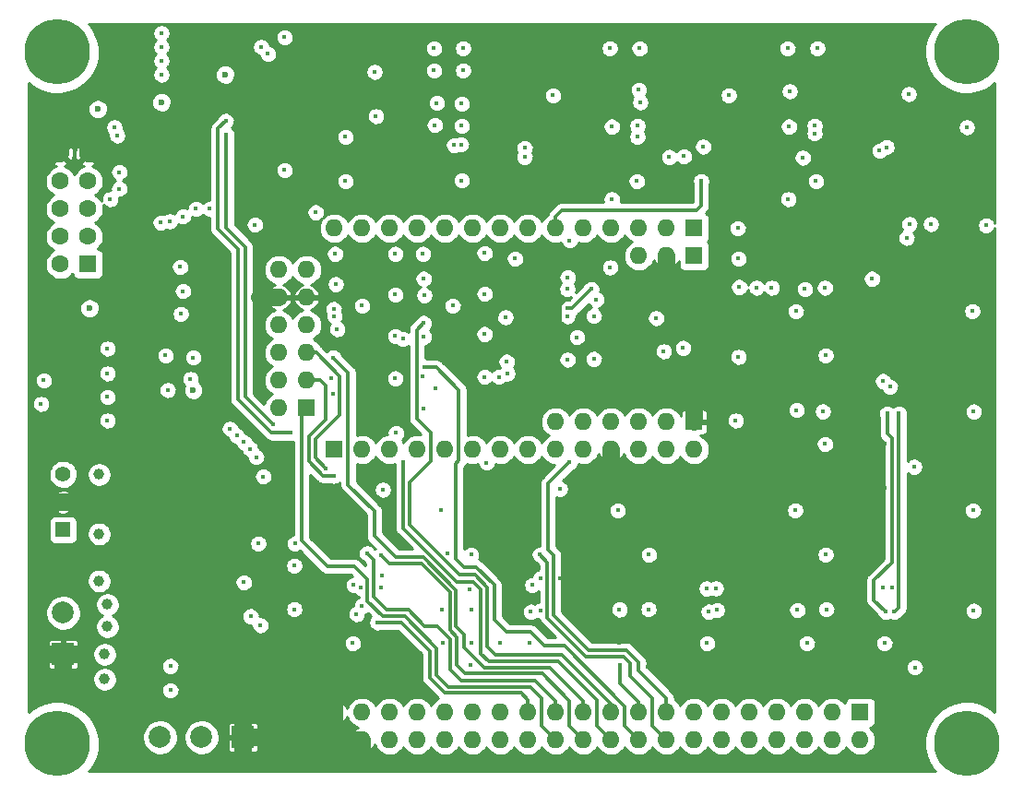
<source format=gbr>
G04 #@! TF.FileFunction,Copper,L5,Inr,Signal*
%FSLAX46Y46*%
G04 Gerber Fmt 4.6, Leading zero omitted, Abs format (unit mm)*
G04 Created by KiCad (PCBNEW 4.0.6) date 04/24/18 14:39:14*
%MOMM*%
%LPD*%
G01*
G04 APERTURE LIST*
%ADD10C,0.100000*%
%ADD11C,6.000000*%
%ADD12O,1.600000X1.600000*%
%ADD13R,1.600000X1.600000*%
%ADD14C,1.600000*%
%ADD15R,2.000000X2.000000*%
%ADD16C,2.000000*%
%ADD17R,1.400000X1.400000*%
%ADD18C,1.400000*%
%ADD19C,0.400000*%
%ADD20C,1.000000*%
%ADD21C,0.600000*%
%ADD22C,1.600000*%
%ADD23C,0.300000*%
%ADD24C,0.254000*%
G04 APERTURE END LIST*
D10*
D11*
X86750000Y66750000D03*
D12*
X54102000Y30226000D03*
X49022000Y32766000D03*
X51562000Y32766000D03*
X54102000Y32766000D03*
X56642000Y32766000D03*
X59182000Y32766000D03*
D13*
X61722000Y32766000D03*
D12*
X38862000Y30226000D03*
X41402000Y30226000D03*
X43942000Y30226000D03*
X46482000Y30226000D03*
X49022000Y30226000D03*
X51562000Y30226000D03*
X61722000Y30226000D03*
X31242000Y30226000D03*
X56642000Y30226000D03*
X33782000Y30226000D03*
X59182000Y30226000D03*
X36322000Y30226000D03*
D13*
X28702000Y30226000D03*
D12*
X23622000Y34036000D03*
X23622000Y46736000D03*
X23622000Y44196000D03*
X23622000Y41656000D03*
X23622000Y39116000D03*
X23622000Y36576000D03*
D13*
X26162000Y34036000D03*
D12*
X26162000Y36576000D03*
X26162000Y39116000D03*
X26162000Y41656000D03*
X26162000Y44196000D03*
X26162000Y46736000D03*
X56642000Y48006000D03*
X59182000Y48006000D03*
D13*
X61722000Y48006000D03*
X61722000Y50546000D03*
D12*
X36322000Y50546000D03*
X59182000Y50546000D03*
X33782000Y50546000D03*
X56642000Y50546000D03*
X31242000Y50546000D03*
X54102000Y50546000D03*
X28702000Y50546000D03*
X51562000Y50546000D03*
X49022000Y50546000D03*
X46482000Y50546000D03*
X43942000Y50546000D03*
X41402000Y50546000D03*
X38862000Y50546000D03*
D13*
X6096000Y47244000D03*
D14*
X3556000Y47244000D03*
X6096000Y49784000D03*
X3556000Y49784000D03*
X6096000Y52324000D03*
X3556000Y52324000D03*
X6096000Y54864000D03*
X3556000Y54864000D03*
X6096000Y57404000D03*
X3556000Y57404000D03*
D11*
X3250000Y3250000D03*
X86750000Y3250000D03*
X3250000Y66750000D03*
D15*
X3810000Y11430000D03*
D16*
X3810000Y15240000D03*
D15*
X20320000Y3810000D03*
D16*
X12700000Y3810000D03*
X16510000Y3810000D03*
D13*
X76962000Y6096000D03*
D12*
X76962000Y3556000D03*
X74422000Y6096000D03*
X74422000Y3556000D03*
X71882000Y6096000D03*
X71882000Y3556000D03*
X69342000Y6096000D03*
X69342000Y3556000D03*
X66802000Y6096000D03*
X66802000Y3556000D03*
X64262000Y6096000D03*
X64262000Y3556000D03*
X61722000Y6096000D03*
X61722000Y3556000D03*
X59182000Y6096000D03*
X59182000Y3556000D03*
X56642000Y6096000D03*
X56642000Y3556000D03*
X54102000Y6096000D03*
X54102000Y3556000D03*
X51562000Y6096000D03*
X51562000Y3556000D03*
X49022000Y6096000D03*
X49022000Y3556000D03*
X46482000Y6096000D03*
X46482000Y3556000D03*
X43942000Y6096000D03*
X43942000Y3556000D03*
X41402000Y6096000D03*
X41402000Y3556000D03*
X38862000Y6096000D03*
X38862000Y3556000D03*
X36322000Y6096000D03*
X36322000Y3556000D03*
X33782000Y6096000D03*
X33782000Y3556000D03*
X31242000Y6096000D03*
X31242000Y3556000D03*
X28702000Y6096000D03*
X28702000Y3556000D03*
D17*
X3810000Y22860000D03*
D18*
X3810000Y27940000D03*
X3810000Y25400000D03*
D19*
X34290000Y44450000D03*
X28638500Y43116500D03*
X36830000Y36957000D03*
X42481500Y36893500D03*
X28956000Y41275000D03*
X34290000Y40640000D03*
X36957000Y44386500D03*
X36893500Y40576500D03*
X42481500Y44513500D03*
X42481500Y40830500D03*
X42481500Y48260000D03*
X36830000Y48196500D03*
X34290000Y48196500D03*
X28765500Y48196500D03*
X41275000Y15557500D03*
X38608000Y15544800D03*
X52514500Y42481500D03*
X58229500Y42291000D03*
X54000400Y46939200D03*
X44399200Y42367200D03*
X50088800Y42468800D03*
X38506400Y24638000D03*
X41249600Y20574000D03*
X54711600Y24638000D03*
X54864000Y15544800D03*
X57556400Y20574000D03*
X71183500Y15494000D03*
X70993000Y24638000D03*
X71120000Y33845500D03*
X71056500Y42926000D03*
X73787000Y20574000D03*
X73787000Y38862000D03*
X87376000Y15430500D03*
X87312500Y24638000D03*
X87376000Y33718500D03*
X24130000Y68072000D03*
X32512000Y60833000D03*
X32385000Y64897000D03*
X37846000Y67056000D03*
X37846000Y65024000D03*
X37909500Y60007500D03*
X40513000Y67056000D03*
X40513000Y65024000D03*
X54165500Y59880500D03*
X53975000Y67056000D03*
X56705500Y67056000D03*
X56769000Y62103000D03*
X70421500Y59880500D03*
X70294500Y67056000D03*
X73025000Y67056000D03*
X86741000Y59817000D03*
X25082500Y21590000D03*
X25019000Y19558000D03*
X25019000Y15557500D03*
X87249000Y42926000D03*
X81216500Y49657000D03*
X78041500Y45910500D03*
X65722500Y50546000D03*
X60706000Y39560500D03*
X40322500Y58229500D03*
X40386000Y61976000D03*
X71691500Y57023000D03*
X73533000Y33718500D03*
X57531000Y15557500D03*
X73850500Y15557500D03*
X56515000Y58928000D03*
D20*
X7620000Y9144000D03*
X7874000Y16002000D03*
X7874000Y13970000D03*
X7112000Y18161000D03*
D19*
X30353000Y24638000D03*
X33274000Y24638000D03*
X41148000Y17399000D03*
X41249600Y12446000D03*
X49466500Y24638000D03*
X49403000Y18415000D03*
X42418000Y38544500D03*
X42481500Y42227500D03*
X42481500Y46228000D03*
X34290000Y38608000D03*
X34290000Y42418000D03*
X34290000Y46291500D03*
X57467500Y10287000D03*
X73558400Y17475200D03*
X79095600Y20574000D03*
X50101500Y43942000D03*
X50101500Y40322500D03*
X38658800Y12446000D03*
X46634400Y20574000D03*
X46634400Y24638000D03*
X54813200Y12446000D03*
X57505600Y12446000D03*
X62941200Y20574000D03*
X62890400Y24638000D03*
X71056500Y12446000D03*
X65468500Y18542000D03*
X65659000Y24638000D03*
X65595500Y31750000D03*
X71120000Y36893500D03*
X73787000Y9080500D03*
X73787000Y12446000D03*
X79121000Y22606000D03*
X79184500Y26670000D03*
X79184500Y30797500D03*
X87376000Y12573000D03*
X81788000Y18542000D03*
X81851500Y24638000D03*
X81788000Y30734000D03*
X81788000Y36830000D03*
X79184500Y38862000D03*
X22098000Y55880000D03*
X29718000Y52832000D03*
X29591000Y67056000D03*
X29591000Y62992000D03*
X29718000Y56896000D03*
X32321500Y54864000D03*
X32194500Y58928000D03*
X32258000Y62992000D03*
X32321500Y67056000D03*
X45847000Y62992000D03*
X45847000Y67056000D03*
X48641000Y67056000D03*
X48704500Y60960000D03*
X48577500Y57912000D03*
X62103000Y62992000D03*
X62103000Y67056000D03*
X64770000Y60960000D03*
X64833500Y57912000D03*
X64897000Y67056000D03*
X78422500Y67056000D03*
X78422500Y65024000D03*
X81026000Y57912000D03*
X81026000Y60960000D03*
X30289500Y20574000D03*
X25146000Y16827500D03*
X25019000Y13462000D03*
X41211500Y10414000D03*
X24892000Y10477500D03*
X16446500Y17272000D03*
X16383000Y21590000D03*
X15176500Y27686000D03*
D21*
X3492500Y42037000D03*
D19*
X10414000Y38862000D03*
X9398000Y42672000D03*
X9398000Y48768000D03*
X79057500Y42926000D03*
X81788000Y42926000D03*
X85280500Y46101000D03*
X81216500Y48387000D03*
X71628000Y50609500D03*
X75692000Y50609500D03*
X64516000Y44831000D03*
X60706000Y42291000D03*
X60452000Y36068000D03*
X58166000Y36068000D03*
X58229500Y40195500D03*
X58166000Y44069000D03*
X50038000Y36385500D03*
X42481500Y34861500D03*
X34290000Y34861500D03*
X9398000Y45720000D03*
X10541000Y31496000D03*
X16510000Y24638000D03*
X16256000Y9398000D03*
X33083500Y18669000D03*
X32956500Y17526000D03*
X73533000Y35750500D03*
X57086500Y17399000D03*
X64897000Y33528000D03*
X68453000Y51054000D03*
X78613000Y60071000D03*
X62230000Y59944000D03*
X45974000Y59944000D03*
D21*
X12827000Y63373000D03*
D20*
X9271000Y7493000D03*
D21*
X6985000Y63246000D03*
X3429000Y32004000D03*
D20*
X13335000Y26162000D03*
X12954000Y22606000D03*
X13589000Y16002000D03*
X13462000Y13970000D03*
D19*
X83439000Y50927000D03*
X46634400Y12446000D03*
X46863000Y17780000D03*
X73723500Y30734000D03*
X79057500Y36512500D03*
X68834000Y45085000D03*
X28448000Y36766500D03*
X71882000Y44958000D03*
X30378400Y12446000D03*
X30480000Y17780000D03*
X62890400Y12446000D03*
X79184500Y12446000D03*
X22606000Y66548000D03*
X29718000Y54864000D03*
X29718000Y58928000D03*
X21717000Y21590000D03*
X14605000Y42672000D03*
X73723500Y45085000D03*
X58928000Y39243000D03*
X52514500Y38544500D03*
X44513500Y38290500D03*
X50101500Y38481000D03*
X50101500Y46037500D03*
X45275500Y47752000D03*
X34290000Y36766500D03*
X21907500Y14097000D03*
X79057500Y17589500D03*
X62865000Y17462500D03*
D20*
X7620000Y11430000D03*
D21*
X18669000Y64643000D03*
X12827000Y62103000D03*
X6985000Y61468000D03*
X6223000Y43180000D03*
X15748000Y35687000D03*
D19*
X31115000Y17526000D03*
X39560500Y43434000D03*
X31242000Y43434000D03*
X34988500Y40386000D03*
X79692500Y36004500D03*
X30734000Y15113000D03*
X65849500Y45148500D03*
X79438500Y33528000D03*
X46736000Y15341600D03*
X63042800Y15341600D03*
X79298800Y15341600D03*
X79908400Y17576800D03*
X65786000Y47752000D03*
X31242000Y15875000D03*
X67437000Y45085000D03*
X80518000Y33528000D03*
X80060800Y15341600D03*
X63804800Y15494000D03*
X47650400Y15443200D03*
X37973000Y35814000D03*
X28575000Y35306000D03*
X63703200Y17475200D03*
X33147000Y26543000D03*
X47625000Y18415000D03*
X13652500Y8128000D03*
X13652500Y10350500D03*
X50292000Y49428400D03*
D20*
X7112000Y22479000D03*
X7112000Y27940000D03*
D19*
X59436000Y57086500D03*
X39687500Y58166000D03*
X72771000Y59245500D03*
X13398500Y35687000D03*
X14541500Y46990000D03*
X21399500Y50863500D03*
X12763500Y51054000D03*
X26987500Y52006500D03*
X38100000Y62039500D03*
X7874000Y39497000D03*
X7874000Y37211000D03*
X7874000Y35052000D03*
X7874000Y32893000D03*
X13589000Y51181000D03*
X14795500Y51625500D03*
X16002000Y52324000D03*
X17272000Y52324000D03*
X36957000Y37782500D03*
X36893500Y41846500D03*
X35052000Y29083000D03*
X36893500Y45910500D03*
X28575000Y38671500D03*
X33020000Y20510500D03*
X28702000Y42481500D03*
X28829000Y45402500D03*
X31686500Y20701000D03*
X81978500Y10223500D03*
X72072500Y12446000D03*
X81915000Y28638500D03*
X43942000Y12446000D03*
X39116000Y20701000D03*
X36893500Y33972500D03*
X50292000Y29083000D03*
X47561500Y20574000D03*
X54927500Y10414000D03*
X70358000Y53213000D03*
X54165500Y53213000D03*
X88519000Y50800000D03*
X18732500Y60388500D03*
X24701500Y31750000D03*
X23050500Y32512000D03*
X18796000Y59118500D03*
X19113500Y32131000D03*
X19748500Y31496000D03*
X20383500Y30924500D03*
X20955000Y30289500D03*
X21526500Y29527500D03*
X22161500Y27749500D03*
X12827000Y64643000D03*
X32639000Y14351000D03*
X28638500Y27813000D03*
X12827000Y65913000D03*
X12827000Y68453000D03*
X27940000Y28511500D03*
X12827000Y67183000D03*
X34353500Y31750000D03*
X72898000Y54864000D03*
X40386000Y54927500D03*
X56451500Y54864000D03*
X81470500Y50927000D03*
X49403000Y26606500D03*
X62357000Y54864000D03*
X8763000Y59055000D03*
X2032000Y36576000D03*
X1778000Y34417000D03*
X8509000Y59817000D03*
X78740000Y57658000D03*
X46164500Y57912000D03*
X60769500Y57150000D03*
X44577000Y37211000D03*
X50952400Y40538400D03*
X50088800Y43180000D03*
X52273200Y44958000D03*
X79375000Y57975500D03*
X46164500Y57086500D03*
X62547500Y58039000D03*
X81407000Y62865000D03*
X72771000Y59944000D03*
X64897000Y62738000D03*
X56515000Y59944000D03*
X48768000Y62738000D03*
X40386000Y59944000D03*
X15748000Y38671500D03*
X8953500Y54165500D03*
X8128000Y53213000D03*
X21018500Y14922500D03*
X15494000Y36703000D03*
X8953500Y55689500D03*
X20383500Y18034000D03*
X70485000Y63119000D03*
X56642000Y63246000D03*
X65532000Y32893000D03*
X65786000Y38735000D03*
X42672000Y29019500D03*
X43815000Y36893500D03*
X52730400Y43992800D03*
X50088800Y44958000D03*
X24130000Y55880000D03*
X21971000Y67183000D03*
X14795500Y44767500D03*
X13208000Y38862000D03*
D22*
X61722000Y32766000D02*
X61722000Y34417000D01*
X54102000Y30226000D02*
X54102000Y28448000D01*
X59182000Y48006000D02*
X59182000Y46228000D01*
X23622000Y44196000D02*
X21844000Y44196000D01*
D23*
X50101500Y43942000D02*
X49885600Y43942000D01*
X49428400Y40995600D02*
X50101500Y40322500D01*
X49428400Y43484800D02*
X49428400Y40995600D01*
X49885600Y43942000D02*
X49428400Y43484800D01*
D22*
X3556000Y57404000D02*
X3556000Y59309000D01*
X3556000Y57404000D02*
X1651000Y57404000D01*
X6096000Y57404000D02*
X8001000Y57404000D01*
X6096000Y57404000D02*
X6096000Y59309000D01*
X3810000Y25400000D02*
X1905000Y25400000D01*
X3810000Y25400000D02*
X5588000Y25400000D01*
X3810000Y11430000D02*
X1905000Y11430000D01*
X3810000Y11430000D02*
X3810000Y9652000D01*
X3810000Y11430000D02*
X5842000Y11430000D01*
X28702000Y3556000D02*
X28702000Y1905000D01*
X28702000Y1905000D02*
X28829000Y1778000D01*
X31242000Y3556000D02*
X31242000Y1905000D01*
X28702000Y3556000D02*
X31242000Y3556000D01*
X28702000Y3556000D02*
X26924000Y3556000D01*
X28702000Y6096000D02*
X28702000Y3556000D01*
X28702000Y6096000D02*
X28702000Y7747000D01*
X28702000Y6096000D02*
X27178000Y6096000D01*
X20320000Y3810000D02*
X20320000Y1778000D01*
X20320000Y3810000D02*
X22479000Y3810000D01*
X20320000Y3810000D02*
X20320000Y5969000D01*
D23*
X79438500Y33528000D02*
X79438500Y31686500D01*
X78232000Y16408400D02*
X79298800Y15341600D01*
X78232000Y18224500D02*
X78232000Y16408400D01*
X79883000Y19875500D02*
X78232000Y18224500D01*
X79883000Y31242000D02*
X79883000Y19875500D01*
X79438500Y31686500D02*
X79883000Y31242000D01*
X80060800Y15341600D02*
X80175100Y15341600D01*
X80518000Y15684500D02*
X80518000Y33528000D01*
X80175100Y15341600D02*
X80518000Y15684500D01*
X56642000Y3556000D02*
X55372000Y4826000D01*
X38036500Y37782500D02*
X36957000Y37782500D01*
X40132000Y35687000D02*
X38036500Y37782500D01*
X40132000Y31051500D02*
X40132000Y35687000D01*
X40132000Y29210000D02*
X40132000Y31051500D01*
X39814500Y28892500D02*
X40132000Y29210000D01*
X39814500Y28765500D02*
X39814500Y28892500D01*
X39814500Y20193000D02*
X39814500Y28765500D01*
X40576500Y19431000D02*
X39814500Y20193000D01*
X41719500Y19431000D02*
X40576500Y19431000D01*
X43370500Y17780000D02*
X41719500Y19431000D01*
X43370500Y14605000D02*
X43370500Y17780000D01*
X44513500Y13462000D02*
X43370500Y14605000D01*
X44577000Y13462000D02*
X44513500Y13462000D01*
X46736000Y13462000D02*
X44577000Y13462000D01*
X48006000Y12192000D02*
X46736000Y13462000D01*
X49847500Y12192000D02*
X48006000Y12192000D01*
X55372000Y6667500D02*
X49847500Y12192000D01*
X55372000Y4826000D02*
X55372000Y6667500D01*
X41592500Y18732500D02*
X40449500Y18732500D01*
X42735500Y17589500D02*
X41592500Y18732500D01*
X42735500Y12128500D02*
X42735500Y17589500D01*
X43497500Y11366500D02*
X42735500Y12128500D01*
X49593500Y11366500D02*
X43497500Y11366500D01*
X54102000Y6858000D02*
X49593500Y11366500D01*
X36258500Y41211500D02*
X36893500Y41846500D01*
X36258500Y33083500D02*
X36258500Y41211500D01*
X37592000Y31750000D02*
X36258500Y33083500D01*
X37592000Y29146500D02*
X37592000Y31750000D01*
X35623500Y27178000D02*
X37592000Y29146500D01*
X35623500Y23304500D02*
X35623500Y27178000D01*
X40195500Y18732500D02*
X35623500Y23304500D01*
X40449500Y18732500D02*
X40195500Y18732500D01*
X54102000Y6096000D02*
X54102000Y6858000D01*
X52832000Y4826000D02*
X54102000Y3556000D01*
X52832000Y7239000D02*
X52832000Y4826000D01*
X49276000Y10795000D02*
X52832000Y7239000D01*
X42862500Y10795000D02*
X49276000Y10795000D01*
X42164000Y11493500D02*
X42862500Y10795000D01*
X42164000Y17399000D02*
X42164000Y11493500D01*
X41465500Y18097500D02*
X42164000Y17399000D01*
X39941500Y18097500D02*
X41465500Y18097500D01*
X35052000Y22987000D02*
X39941500Y18097500D01*
X35052000Y29083000D02*
X35052000Y22987000D01*
X28575000Y38671500D02*
X29972000Y37274500D01*
X29972000Y37274500D02*
X29972000Y26987500D01*
X29972000Y26987500D02*
X32385000Y24574500D01*
X32385000Y24574500D02*
X32385000Y22288500D01*
X32385000Y22288500D02*
X34353500Y20320000D01*
X34353500Y20320000D02*
X36893500Y20320000D01*
X36893500Y20320000D02*
X39878000Y17335500D01*
X39878000Y17335500D02*
X39878000Y14033500D01*
X39878000Y14033500D02*
X40640000Y13271500D01*
X40640000Y13271500D02*
X40640000Y12065000D01*
X40640000Y12065000D02*
X42481500Y10223500D01*
X42481500Y10223500D02*
X48450500Y10223500D01*
X48450500Y10223500D02*
X51562000Y7112000D01*
X51562000Y7112000D02*
X51562000Y6096000D01*
X50292000Y4826000D02*
X51562000Y3556000D01*
X50292000Y7175500D02*
X50292000Y4826000D01*
X47815500Y9652000D02*
X50292000Y7175500D01*
X40703500Y9652000D02*
X47815500Y9652000D01*
X39941500Y10414000D02*
X40703500Y9652000D01*
X39941500Y13017500D02*
X39941500Y10414000D01*
X39306500Y13652500D02*
X39941500Y13017500D01*
X39306500Y17145000D02*
X39306500Y13652500D01*
X36703000Y19748500D02*
X39306500Y17145000D01*
X33782000Y19748500D02*
X36703000Y19748500D01*
X33020000Y20510500D02*
X33782000Y19748500D01*
X49022000Y6096000D02*
X49022000Y7112000D01*
X32321500Y20066000D02*
X31686500Y20701000D01*
X32321500Y16700500D02*
X32321500Y20066000D01*
X33528000Y15494000D02*
X32321500Y16700500D01*
X35496500Y15494000D02*
X33528000Y15494000D01*
X36957000Y14033500D02*
X35496500Y15494000D01*
X38163500Y14033500D02*
X36957000Y14033500D01*
X39370000Y12827000D02*
X38163500Y14033500D01*
X39370000Y10033000D02*
X39370000Y12827000D01*
X40386000Y9017000D02*
X39370000Y10033000D01*
X47117000Y9017000D02*
X40386000Y9017000D01*
X49022000Y7112000D02*
X47117000Y9017000D01*
X59182000Y7366000D02*
X59182000Y6096000D01*
X56642000Y9906000D02*
X59182000Y7366000D01*
X56642000Y10668000D02*
X56642000Y9906000D01*
X55499000Y11811000D02*
X56642000Y10668000D01*
X52070000Y11811000D02*
X55499000Y11811000D01*
X48831500Y15049500D02*
X52070000Y11811000D01*
X48831500Y20510500D02*
X48831500Y15049500D01*
X48323500Y21018500D02*
X48831500Y20510500D01*
X48323500Y27114500D02*
X48323500Y21018500D01*
X50292000Y29083000D02*
X48323500Y27114500D01*
X57912000Y4826000D02*
X59182000Y3556000D01*
X57912000Y7366000D02*
X57912000Y4826000D01*
X55880000Y9398000D02*
X57912000Y7366000D01*
X55880000Y10604500D02*
X55880000Y9398000D01*
X55245000Y11239500D02*
X55880000Y10604500D01*
X51816000Y11239500D02*
X55245000Y11239500D01*
X48260000Y14795500D02*
X51816000Y11239500D01*
X48260000Y19875500D02*
X48260000Y14795500D01*
X47561500Y20574000D02*
X48260000Y19875500D01*
X56642000Y7048500D02*
X56642000Y6096000D01*
X54927500Y8763000D02*
X56642000Y7048500D01*
X54927500Y10414000D02*
X54927500Y8763000D01*
X18034000Y59690000D02*
X18732500Y60388500D01*
X18034000Y50482500D02*
X18034000Y59690000D01*
X19875500Y48641000D02*
X18034000Y50482500D01*
X19875500Y34798000D02*
X19875500Y48641000D01*
X22923500Y31750000D02*
X19875500Y34798000D01*
X22987000Y31750000D02*
X22923500Y31750000D01*
X24701500Y31750000D02*
X22987000Y31750000D01*
X23050500Y32512000D02*
X20510500Y35052000D01*
X20510500Y35052000D02*
X20510500Y48831500D01*
X20510500Y48831500D02*
X18796000Y50546000D01*
X18796000Y50546000D02*
X18796000Y59118500D01*
X49022000Y3556000D02*
X47752000Y4826000D01*
X25717500Y21844000D02*
X25717500Y33591500D01*
X28067000Y19494500D02*
X25717500Y21844000D01*
X30543500Y19494500D02*
X28067000Y19494500D01*
X31750000Y18288000D02*
X30543500Y19494500D01*
X31750000Y16319500D02*
X31750000Y18288000D01*
X33147000Y14922500D02*
X31750000Y16319500D01*
X35179000Y14922500D02*
X33147000Y14922500D01*
X38100000Y12001500D02*
X35179000Y14922500D01*
X38100000Y9525000D02*
X38100000Y12001500D01*
X39179500Y8445500D02*
X38100000Y9525000D01*
X46672500Y8445500D02*
X39179500Y8445500D01*
X47752000Y7366000D02*
X46672500Y8445500D01*
X47752000Y4826000D02*
X47752000Y7366000D01*
X25717500Y33591500D02*
X26162000Y34036000D01*
X26162000Y36576000D02*
X27432000Y36576000D01*
X46482000Y7239000D02*
X46482000Y6096000D01*
X45847000Y7874000D02*
X46482000Y7239000D01*
X38862000Y7874000D02*
X45847000Y7874000D01*
X37465000Y9271000D02*
X38862000Y7874000D01*
X37465000Y11747500D02*
X37465000Y9271000D01*
X34861500Y14351000D02*
X37465000Y11747500D01*
X32639000Y14351000D02*
X34861500Y14351000D01*
X27686000Y27813000D02*
X28638500Y27813000D01*
X26352500Y29146500D02*
X27686000Y27813000D01*
X26352500Y31432500D02*
X26352500Y29146500D01*
X27876500Y32956500D02*
X26352500Y31432500D01*
X27876500Y36131500D02*
X27876500Y32956500D01*
X27432000Y36576000D02*
X27876500Y36131500D01*
X26162000Y39116000D02*
X27051000Y39116000D01*
X26987500Y29464000D02*
X27940000Y28511500D01*
X26987500Y31178500D02*
X26987500Y29464000D01*
X29210000Y33401000D02*
X26987500Y31178500D01*
X29210000Y36957000D02*
X29210000Y33401000D01*
X27051000Y39116000D02*
X29210000Y36957000D01*
X62357000Y54864000D02*
X62357000Y52578000D01*
X62357000Y52578000D02*
X61976000Y52197000D01*
X61976000Y52197000D02*
X49593500Y52197000D01*
X49593500Y52197000D02*
X49022000Y51625500D01*
X49022000Y51625500D02*
X49022000Y50546000D01*
X50088800Y43180000D02*
X50495200Y43180000D01*
X50495200Y43180000D02*
X52273200Y44958000D01*
D24*
G36*
X83765675Y69254146D02*
X83336120Y68626796D01*
X83036599Y67927960D01*
X82878520Y67184256D01*
X82867904Y66424011D01*
X83005156Y65676183D01*
X83285048Y64969257D01*
X83696919Y64330158D01*
X84225081Y63783230D01*
X84849416Y63349306D01*
X85546144Y63044913D01*
X86288727Y62881646D01*
X87048879Y62865723D01*
X87797647Y62997751D01*
X88506510Y63272701D01*
X89148469Y63680100D01*
X89323000Y63846304D01*
X89323000Y50997425D01*
X89314533Y51040186D01*
X89252730Y51190131D01*
X89162980Y51325217D01*
X89048700Y51440297D01*
X88914244Y51530989D01*
X88764734Y51593837D01*
X88605863Y51626449D01*
X88443684Y51627581D01*
X88284374Y51597191D01*
X88134001Y51536436D01*
X87998292Y51447631D01*
X87882416Y51334157D01*
X87790788Y51200338D01*
X87726898Y51051270D01*
X87693178Y50892631D01*
X87690913Y50730464D01*
X87720191Y50570945D01*
X87779894Y50420151D01*
X87867750Y50283826D01*
X87980412Y50167161D01*
X88113588Y50074601D01*
X88262207Y50009671D01*
X88420606Y49974845D01*
X88582754Y49971448D01*
X88742473Y49999611D01*
X88893680Y50058260D01*
X89030615Y50145162D01*
X89148064Y50257007D01*
X89241551Y50389534D01*
X89307517Y50537695D01*
X89323000Y50605845D01*
X89323000Y6161355D01*
X89233250Y6251734D01*
X88602917Y6676899D01*
X87902007Y6971534D01*
X87157218Y7124418D01*
X86396917Y7129726D01*
X85650066Y6987256D01*
X84945110Y6702436D01*
X84308903Y6286113D01*
X83765675Y5754146D01*
X83336120Y5126796D01*
X83036599Y4427960D01*
X82878520Y3684256D01*
X82867904Y2924011D01*
X83005156Y2176183D01*
X83285048Y1469257D01*
X83696919Y830158D01*
X83844822Y677000D01*
X6170265Y677000D01*
X6199070Y704431D01*
X6637343Y1325722D01*
X6946592Y2020307D01*
X7115040Y2761732D01*
X7127166Y3630159D01*
X7118645Y3673197D01*
X11070862Y3673197D01*
X11128460Y3359368D01*
X11245918Y3062703D01*
X11418762Y2794503D01*
X11640407Y2564982D01*
X11902412Y2382884D01*
X12194797Y2255144D01*
X12506425Y2186628D01*
X12825426Y2179946D01*
X13139649Y2235352D01*
X13437127Y2350736D01*
X13706528Y2521703D01*
X13937590Y2741741D01*
X14121513Y3002468D01*
X14251291Y3293954D01*
X14321981Y3605096D01*
X14322931Y3673197D01*
X14880862Y3673197D01*
X14938460Y3359368D01*
X15055918Y3062703D01*
X15228762Y2794503D01*
X15450407Y2564982D01*
X15712412Y2382884D01*
X16004797Y2255144D01*
X16316425Y2186628D01*
X16635426Y2179946D01*
X16949649Y2235352D01*
X17247127Y2350736D01*
X17516528Y2521703D01*
X17747590Y2741741D01*
X17931513Y3002468D01*
X18061291Y3293954D01*
X18125427Y3576250D01*
X18893000Y3576250D01*
X18893000Y2767944D01*
X18909409Y2685449D01*
X18941598Y2607739D01*
X18988328Y2537803D01*
X19047803Y2478327D01*
X19117740Y2431597D01*
X19195449Y2399409D01*
X19277944Y2383000D01*
X20086250Y2383000D01*
X20193000Y2489750D01*
X20193000Y3683000D01*
X20447000Y3683000D01*
X20447000Y2489750D01*
X20553750Y2383000D01*
X21362056Y2383000D01*
X21444551Y2399409D01*
X21522260Y2431597D01*
X21592197Y2478327D01*
X21651672Y2537803D01*
X21698402Y2607739D01*
X21730591Y2685449D01*
X21747000Y2767944D01*
X21747000Y3239649D01*
X27516482Y3239649D01*
X27540518Y3160395D01*
X27640014Y2941403D01*
X27780322Y2746029D01*
X27956049Y2581782D01*
X28160443Y2454974D01*
X28385648Y2370477D01*
X28575000Y2442334D01*
X28575000Y3429000D01*
X28829000Y3429000D01*
X28829000Y2442334D01*
X29018352Y2370477D01*
X29243557Y2454974D01*
X29447951Y2581782D01*
X29623678Y2746029D01*
X29763986Y2941403D01*
X29863482Y3160395D01*
X29887518Y3239649D01*
X30056482Y3239649D01*
X30080518Y3160395D01*
X30180014Y2941403D01*
X30320322Y2746029D01*
X30496049Y2581782D01*
X30700443Y2454974D01*
X30925648Y2370477D01*
X31115000Y2442334D01*
X31115000Y3429000D01*
X30128972Y3429000D01*
X30056482Y3239649D01*
X29887518Y3239649D01*
X29815028Y3429000D01*
X28829000Y3429000D01*
X28575000Y3429000D01*
X27588972Y3429000D01*
X27516482Y3239649D01*
X21747000Y3239649D01*
X21747000Y3576250D01*
X21640250Y3683000D01*
X20447000Y3683000D01*
X20193000Y3683000D01*
X18999750Y3683000D01*
X18893000Y3576250D01*
X18125427Y3576250D01*
X18131981Y3605096D01*
X18135712Y3872351D01*
X27516482Y3872351D01*
X27588972Y3683000D01*
X28575000Y3683000D01*
X28575000Y4669666D01*
X28829000Y4669666D01*
X28829000Y3683000D01*
X29815028Y3683000D01*
X29887518Y3872351D01*
X29863482Y3951605D01*
X29763986Y4170597D01*
X29623678Y4365971D01*
X29447951Y4530218D01*
X29243557Y4657026D01*
X29018352Y4741523D01*
X28829000Y4669666D01*
X28575000Y4669666D01*
X28385648Y4741523D01*
X28160443Y4657026D01*
X27956049Y4530218D01*
X27780322Y4365971D01*
X27640014Y4170597D01*
X27540518Y3951605D01*
X27516482Y3872351D01*
X18135712Y3872351D01*
X18137069Y3969536D01*
X18075095Y4282530D01*
X17953506Y4577526D01*
X17776935Y4843287D01*
X17768228Y4852056D01*
X18893000Y4852056D01*
X18893000Y4043750D01*
X18999750Y3937000D01*
X20193000Y3937000D01*
X20193000Y5130250D01*
X20447000Y5130250D01*
X20447000Y3937000D01*
X21640250Y3937000D01*
X21747000Y4043750D01*
X21747000Y4852056D01*
X21730591Y4934551D01*
X21698402Y5012261D01*
X21651672Y5082197D01*
X21592197Y5141673D01*
X21522260Y5188403D01*
X21444551Y5220591D01*
X21362056Y5237000D01*
X20553750Y5237000D01*
X20447000Y5130250D01*
X20193000Y5130250D01*
X20086250Y5237000D01*
X19277944Y5237000D01*
X19195449Y5220591D01*
X19117740Y5188403D01*
X19047803Y5141673D01*
X18988328Y5082197D01*
X18941598Y5012261D01*
X18909409Y4934551D01*
X18893000Y4852056D01*
X17768228Y4852056D01*
X17552107Y5069691D01*
X17287585Y5248113D01*
X16993445Y5371758D01*
X16680891Y5435916D01*
X16361827Y5438144D01*
X16048408Y5378356D01*
X15752570Y5258829D01*
X15485583Y5084118D01*
X15257615Y4860875D01*
X15077351Y4597606D01*
X14951655Y4304336D01*
X14885317Y3992237D01*
X14880862Y3673197D01*
X14322931Y3673197D01*
X14327069Y3969536D01*
X14265095Y4282530D01*
X14143506Y4577526D01*
X13966935Y4843287D01*
X13742107Y5069691D01*
X13477585Y5248113D01*
X13183445Y5371758D01*
X12870891Y5435916D01*
X12551827Y5438144D01*
X12238408Y5378356D01*
X11942570Y5258829D01*
X11675583Y5084118D01*
X11447615Y4860875D01*
X11267351Y4597606D01*
X11141655Y4304336D01*
X11075317Y3992237D01*
X11070862Y3673197D01*
X7118645Y3673197D01*
X6979486Y4375998D01*
X6689751Y5078948D01*
X6268997Y5712234D01*
X6202051Y5779649D01*
X27516482Y5779649D01*
X27540518Y5700395D01*
X27640014Y5481403D01*
X27780322Y5286029D01*
X27956049Y5121782D01*
X28160443Y4994974D01*
X28385648Y4910477D01*
X28575000Y4982334D01*
X28575000Y5969000D01*
X27588972Y5969000D01*
X27516482Y5779649D01*
X6202051Y5779649D01*
X5733250Y6251734D01*
X5495126Y6412351D01*
X27516482Y6412351D01*
X27588972Y6223000D01*
X28575000Y6223000D01*
X28575000Y7209666D01*
X28385648Y7281523D01*
X28160443Y7197026D01*
X27956049Y7070218D01*
X27780322Y6905971D01*
X27640014Y6710597D01*
X27540518Y6491605D01*
X27516482Y6412351D01*
X5495126Y6412351D01*
X5102917Y6676899D01*
X4402007Y6971534D01*
X3657218Y7124418D01*
X2896917Y7129726D01*
X2150066Y6987256D01*
X1445110Y6702436D01*
X808903Y6286113D01*
X677000Y6156944D01*
X677000Y9049239D01*
X6491519Y9049239D01*
X6531416Y8831854D01*
X6612778Y8626358D01*
X6732504Y8440579D01*
X6886035Y8281594D01*
X7067522Y8155457D01*
X7270053Y8066973D01*
X7485913Y8019513D01*
X7706881Y8014885D01*
X7924539Y8053264D01*
X7937945Y8058464D01*
X12824413Y8058464D01*
X12853691Y7898945D01*
X12913394Y7748151D01*
X13001250Y7611826D01*
X13113912Y7495161D01*
X13247088Y7402601D01*
X13395707Y7337671D01*
X13554106Y7302845D01*
X13716254Y7299448D01*
X13875973Y7327611D01*
X14027180Y7386260D01*
X14164115Y7473162D01*
X14281564Y7585007D01*
X14375051Y7717534D01*
X14441017Y7865695D01*
X14476948Y8023848D01*
X14479535Y8209091D01*
X14448033Y8368186D01*
X14386230Y8518131D01*
X14296480Y8653217D01*
X14182200Y8768297D01*
X14047744Y8858989D01*
X13898234Y8921837D01*
X13739363Y8954449D01*
X13577184Y8955581D01*
X13417874Y8925191D01*
X13267501Y8864436D01*
X13131792Y8775631D01*
X13015916Y8662157D01*
X12924288Y8528338D01*
X12860398Y8379270D01*
X12826678Y8220631D01*
X12824413Y8058464D01*
X7937945Y8058464D01*
X8130598Y8133189D01*
X8317208Y8251615D01*
X8477261Y8404032D01*
X8604662Y8584634D01*
X8694557Y8786542D01*
X8743523Y9002066D01*
X8747048Y9254508D01*
X8704119Y9471315D01*
X8619897Y9675654D01*
X8497588Y9859743D01*
X8341853Y10016570D01*
X8158622Y10140161D01*
X7954875Y10225808D01*
X7738374Y10270249D01*
X7517363Y10271792D01*
X7300262Y10230378D01*
X7095339Y10147584D01*
X6910401Y10026564D01*
X6752491Y9871927D01*
X6627624Y9689563D01*
X6540556Y9486420D01*
X6494605Y9270233D01*
X6491519Y9049239D01*
X677000Y9049239D01*
X677000Y11196250D01*
X2383000Y11196250D01*
X2383000Y10387944D01*
X2399409Y10305449D01*
X2431597Y10227740D01*
X2478327Y10157803D01*
X2537803Y10098328D01*
X2607739Y10051598D01*
X2685449Y10019409D01*
X2767944Y10003000D01*
X3576250Y10003000D01*
X3683000Y10109750D01*
X3683000Y11303000D01*
X3937000Y11303000D01*
X3937000Y10109750D01*
X4043750Y10003000D01*
X4852056Y10003000D01*
X4934551Y10019409D01*
X5012261Y10051598D01*
X5082197Y10098328D01*
X5141673Y10157803D01*
X5188403Y10227740D01*
X5210449Y10280964D01*
X12824413Y10280964D01*
X12853691Y10121445D01*
X12913394Y9970651D01*
X13001250Y9834326D01*
X13113912Y9717661D01*
X13247088Y9625101D01*
X13395707Y9560171D01*
X13554106Y9525345D01*
X13716254Y9521948D01*
X13875973Y9550111D01*
X14027180Y9608760D01*
X14164115Y9695662D01*
X14281564Y9807507D01*
X14375051Y9940034D01*
X14441017Y10088195D01*
X14476948Y10246348D01*
X14479535Y10431591D01*
X14448033Y10590686D01*
X14386230Y10740631D01*
X14296480Y10875717D01*
X14182200Y10990797D01*
X14047744Y11081489D01*
X13898234Y11144337D01*
X13739363Y11176949D01*
X13577184Y11178081D01*
X13417874Y11147691D01*
X13267501Y11086936D01*
X13131792Y10998131D01*
X13015916Y10884657D01*
X12924288Y10750838D01*
X12860398Y10601770D01*
X12826678Y10443131D01*
X12824413Y10280964D01*
X5210449Y10280964D01*
X5220591Y10305449D01*
X5237000Y10387944D01*
X5237000Y11196250D01*
X5130250Y11303000D01*
X3937000Y11303000D01*
X3683000Y11303000D01*
X2489750Y11303000D01*
X2383000Y11196250D01*
X677000Y11196250D01*
X677000Y11335239D01*
X6491519Y11335239D01*
X6531416Y11117854D01*
X6612778Y10912358D01*
X6732504Y10726579D01*
X6886035Y10567594D01*
X7067522Y10441457D01*
X7270053Y10352973D01*
X7485913Y10305513D01*
X7706881Y10300885D01*
X7924539Y10339264D01*
X8130598Y10419189D01*
X8317208Y10537615D01*
X8477261Y10690032D01*
X8604662Y10870634D01*
X8694557Y11072542D01*
X8743523Y11288066D01*
X8747048Y11540508D01*
X8704119Y11757315D01*
X8619897Y11961654D01*
X8497588Y12145743D01*
X8341853Y12302570D01*
X8232301Y12376464D01*
X29550313Y12376464D01*
X29579591Y12216945D01*
X29639294Y12066151D01*
X29727150Y11929826D01*
X29839812Y11813161D01*
X29972988Y11720601D01*
X30121607Y11655671D01*
X30280006Y11620845D01*
X30442154Y11617448D01*
X30601873Y11645611D01*
X30753080Y11704260D01*
X30890015Y11791162D01*
X31007464Y11903007D01*
X31100951Y12035534D01*
X31166917Y12183695D01*
X31202848Y12341848D01*
X31205435Y12527091D01*
X31173933Y12686186D01*
X31112130Y12836131D01*
X31022380Y12971217D01*
X30908100Y13086297D01*
X30773644Y13176989D01*
X30624134Y13239837D01*
X30465263Y13272449D01*
X30303084Y13273581D01*
X30143774Y13243191D01*
X29993401Y13182436D01*
X29857692Y13093631D01*
X29741816Y12980157D01*
X29650188Y12846338D01*
X29586298Y12697270D01*
X29552578Y12538631D01*
X29550313Y12376464D01*
X8232301Y12376464D01*
X8158622Y12426161D01*
X7954875Y12511808D01*
X7738374Y12556249D01*
X7517363Y12557792D01*
X7300262Y12516378D01*
X7095339Y12433584D01*
X6910401Y12312564D01*
X6752491Y12157927D01*
X6627624Y11975563D01*
X6540556Y11772420D01*
X6494605Y11556233D01*
X6491519Y11335239D01*
X677000Y11335239D01*
X677000Y12472056D01*
X2383000Y12472056D01*
X2383000Y11663750D01*
X2489750Y11557000D01*
X3683000Y11557000D01*
X3683000Y12750250D01*
X3937000Y12750250D01*
X3937000Y11557000D01*
X5130250Y11557000D01*
X5237000Y11663750D01*
X5237000Y12472056D01*
X5220591Y12554551D01*
X5188403Y12632260D01*
X5141673Y12702197D01*
X5082197Y12761672D01*
X5012261Y12808402D01*
X4934551Y12840591D01*
X4852056Y12857000D01*
X4043750Y12857000D01*
X3937000Y12750250D01*
X3683000Y12750250D01*
X3576250Y12857000D01*
X2767944Y12857000D01*
X2685449Y12840591D01*
X2607739Y12808402D01*
X2537803Y12761672D01*
X2478327Y12702197D01*
X2431597Y12632260D01*
X2399409Y12554551D01*
X2383000Y12472056D01*
X677000Y12472056D01*
X677000Y15103197D01*
X2180862Y15103197D01*
X2238460Y14789368D01*
X2355918Y14492703D01*
X2528762Y14224503D01*
X2750407Y13994982D01*
X3012412Y13812884D01*
X3304797Y13685144D01*
X3616425Y13616628D01*
X3935426Y13609946D01*
X4249649Y13665352D01*
X4547127Y13780736D01*
X4816528Y13951703D01*
X5047590Y14171741D01*
X5231513Y14432468D01*
X5361291Y14723954D01*
X5431981Y15035096D01*
X5437069Y15399536D01*
X5375095Y15712530D01*
X5294842Y15907239D01*
X6745519Y15907239D01*
X6785416Y15689854D01*
X6866778Y15484358D01*
X6986504Y15298579D01*
X7140035Y15139594D01*
X7321522Y15013457D01*
X7382303Y14986902D01*
X7349339Y14973584D01*
X7164401Y14852564D01*
X7006491Y14697927D01*
X6881624Y14515563D01*
X6794556Y14312420D01*
X6748605Y14096233D01*
X6745519Y13875239D01*
X6785416Y13657854D01*
X6866778Y13452358D01*
X6986504Y13266579D01*
X7140035Y13107594D01*
X7321522Y12981457D01*
X7524053Y12892973D01*
X7739913Y12845513D01*
X7960881Y12840885D01*
X8178539Y12879264D01*
X8384598Y12959189D01*
X8571208Y13077615D01*
X8731261Y13230032D01*
X8858662Y13410634D01*
X8948557Y13612542D01*
X8997523Y13828066D01*
X9001048Y14080508D01*
X8958119Y14297315D01*
X8873897Y14501654D01*
X8751588Y14685743D01*
X8595853Y14842570D01*
X8580444Y14852964D01*
X20190413Y14852964D01*
X20219691Y14693445D01*
X20279394Y14542651D01*
X20367250Y14406326D01*
X20479912Y14289661D01*
X20613088Y14197101D01*
X20761707Y14132171D01*
X20920106Y14097345D01*
X21080342Y14093988D01*
X21079413Y14027464D01*
X21108691Y13867945D01*
X21168394Y13717151D01*
X21256250Y13580826D01*
X21368912Y13464161D01*
X21502088Y13371601D01*
X21650707Y13306671D01*
X21809106Y13271845D01*
X21971254Y13268448D01*
X22130973Y13296611D01*
X22282180Y13355260D01*
X22419115Y13442162D01*
X22536564Y13554007D01*
X22630051Y13686534D01*
X22696017Y13834695D01*
X22731948Y13992848D01*
X22734535Y14178091D01*
X22703033Y14337186D01*
X22641230Y14487131D01*
X22551480Y14622217D01*
X22437200Y14737297D01*
X22302744Y14827989D01*
X22153234Y14890837D01*
X21994363Y14923449D01*
X21844430Y14924496D01*
X21845535Y15003591D01*
X21814033Y15162686D01*
X21752230Y15312631D01*
X21662480Y15447717D01*
X21622513Y15487964D01*
X24190913Y15487964D01*
X24220191Y15328445D01*
X24279894Y15177651D01*
X24367750Y15041326D01*
X24480412Y14924661D01*
X24613588Y14832101D01*
X24762207Y14767171D01*
X24920606Y14732345D01*
X25082754Y14728948D01*
X25242473Y14757111D01*
X25393680Y14815760D01*
X25530615Y14902662D01*
X25648064Y15014507D01*
X25741551Y15147034D01*
X25807517Y15295195D01*
X25843448Y15453348D01*
X25846035Y15638591D01*
X25814533Y15797686D01*
X25752730Y15947631D01*
X25662980Y16082717D01*
X25548700Y16197797D01*
X25414244Y16288489D01*
X25264734Y16351337D01*
X25105863Y16383949D01*
X24943684Y16385081D01*
X24784374Y16354691D01*
X24634001Y16293936D01*
X24498292Y16205131D01*
X24382416Y16091657D01*
X24290788Y15957838D01*
X24226898Y15808770D01*
X24193178Y15650131D01*
X24190913Y15487964D01*
X21622513Y15487964D01*
X21548200Y15562797D01*
X21413744Y15653489D01*
X21264234Y15716337D01*
X21105363Y15748949D01*
X20943184Y15750081D01*
X20783874Y15719691D01*
X20633501Y15658936D01*
X20497792Y15570131D01*
X20381916Y15456657D01*
X20290288Y15322838D01*
X20226398Y15173770D01*
X20192678Y15015131D01*
X20190413Y14852964D01*
X8580444Y14852964D01*
X8412622Y14966161D01*
X8368207Y14984831D01*
X8384598Y14991189D01*
X8571208Y15109615D01*
X8731261Y15262032D01*
X8858662Y15442634D01*
X8948557Y15644542D01*
X8997523Y15860066D01*
X9001048Y16112508D01*
X8958119Y16329315D01*
X8873897Y16533654D01*
X8751588Y16717743D01*
X8595853Y16874570D01*
X8412622Y16998161D01*
X8208875Y17083808D01*
X7992374Y17128249D01*
X7771363Y17129792D01*
X7554262Y17088378D01*
X7349339Y17005584D01*
X7164401Y16884564D01*
X7006491Y16729927D01*
X6881624Y16547563D01*
X6794556Y16344420D01*
X6748605Y16128233D01*
X6745519Y15907239D01*
X5294842Y15907239D01*
X5253506Y16007526D01*
X5076935Y16273287D01*
X4852107Y16499691D01*
X4587585Y16678113D01*
X4293445Y16801758D01*
X3980891Y16865916D01*
X3661827Y16868144D01*
X3348408Y16808356D01*
X3052570Y16688829D01*
X2785583Y16514118D01*
X2557615Y16290875D01*
X2377351Y16027606D01*
X2251655Y15734336D01*
X2185317Y15422237D01*
X2180862Y15103197D01*
X677000Y15103197D01*
X677000Y18066239D01*
X5983519Y18066239D01*
X6023416Y17848854D01*
X6104778Y17643358D01*
X6224504Y17457579D01*
X6378035Y17298594D01*
X6559522Y17172457D01*
X6762053Y17083973D01*
X6977913Y17036513D01*
X7198881Y17031885D01*
X7416539Y17070264D01*
X7622598Y17150189D01*
X7809208Y17268615D01*
X7969261Y17421032D01*
X8096662Y17601634D01*
X8186557Y17803542D01*
X8223117Y17964464D01*
X19555413Y17964464D01*
X19584691Y17804945D01*
X19644394Y17654151D01*
X19732250Y17517826D01*
X19844912Y17401161D01*
X19978088Y17308601D01*
X20126707Y17243671D01*
X20285106Y17208845D01*
X20447254Y17205448D01*
X20606973Y17233611D01*
X20758180Y17292260D01*
X20895115Y17379162D01*
X21012564Y17491007D01*
X21106051Y17623534D01*
X21172017Y17771695D01*
X21207948Y17929848D01*
X21210535Y18115091D01*
X21179033Y18274186D01*
X21117230Y18424131D01*
X21027480Y18559217D01*
X20913200Y18674297D01*
X20778744Y18764989D01*
X20629234Y18827837D01*
X20470363Y18860449D01*
X20308184Y18861581D01*
X20148874Y18831191D01*
X19998501Y18770436D01*
X19862792Y18681631D01*
X19746916Y18568157D01*
X19655288Y18434338D01*
X19591398Y18285270D01*
X19557678Y18126631D01*
X19555413Y17964464D01*
X8223117Y17964464D01*
X8235523Y18019066D01*
X8239048Y18271508D01*
X8196119Y18488315D01*
X8111897Y18692654D01*
X7989588Y18876743D01*
X7833853Y19033570D01*
X7650622Y19157161D01*
X7446875Y19242808D01*
X7230374Y19287249D01*
X7009363Y19288792D01*
X6792262Y19247378D01*
X6587339Y19164584D01*
X6402401Y19043564D01*
X6244491Y18888927D01*
X6119624Y18706563D01*
X6032556Y18503420D01*
X5986605Y18287233D01*
X5983519Y18066239D01*
X677000Y18066239D01*
X677000Y19488464D01*
X24190913Y19488464D01*
X24220191Y19328945D01*
X24279894Y19178151D01*
X24367750Y19041826D01*
X24480412Y18925161D01*
X24613588Y18832601D01*
X24762207Y18767671D01*
X24920606Y18732845D01*
X25082754Y18729448D01*
X25242473Y18757611D01*
X25393680Y18816260D01*
X25530615Y18903162D01*
X25648064Y19015007D01*
X25741551Y19147534D01*
X25807517Y19295695D01*
X25843448Y19453848D01*
X25846035Y19639091D01*
X25814533Y19798186D01*
X25752730Y19948131D01*
X25662980Y20083217D01*
X25548700Y20198297D01*
X25414244Y20288989D01*
X25264734Y20351837D01*
X25105863Y20384449D01*
X24943684Y20385581D01*
X24784374Y20355191D01*
X24634001Y20294436D01*
X24498292Y20205631D01*
X24382416Y20092157D01*
X24290788Y19958338D01*
X24226898Y19809270D01*
X24193178Y19650631D01*
X24190913Y19488464D01*
X677000Y19488464D01*
X677000Y23560000D01*
X2479967Y23560000D01*
X2479967Y22160000D01*
X2487929Y22060153D01*
X2540374Y21890801D01*
X2637923Y21742765D01*
X2772852Y21627766D01*
X2934477Y21554911D01*
X3110000Y21529967D01*
X4510000Y21529967D01*
X4609847Y21537929D01*
X4779199Y21590374D01*
X4927235Y21687923D01*
X5042234Y21822852D01*
X5115089Y21984477D01*
X5140033Y22160000D01*
X5140033Y22384239D01*
X5983519Y22384239D01*
X6023416Y22166854D01*
X6104778Y21961358D01*
X6224504Y21775579D01*
X6378035Y21616594D01*
X6559522Y21490457D01*
X6762053Y21401973D01*
X6977913Y21354513D01*
X7198881Y21349885D01*
X7416539Y21388264D01*
X7622598Y21468189D01*
X7704970Y21520464D01*
X20888913Y21520464D01*
X20918191Y21360945D01*
X20977894Y21210151D01*
X21065750Y21073826D01*
X21178412Y20957161D01*
X21311588Y20864601D01*
X21460207Y20799671D01*
X21618606Y20764845D01*
X21780754Y20761448D01*
X21940473Y20789611D01*
X22091680Y20848260D01*
X22228615Y20935162D01*
X22346064Y21047007D01*
X22439551Y21179534D01*
X22505517Y21327695D01*
X22541448Y21485848D01*
X22544035Y21671091D01*
X22512533Y21830186D01*
X22450730Y21980131D01*
X22360980Y22115217D01*
X22246700Y22230297D01*
X22112244Y22320989D01*
X21962734Y22383837D01*
X21803863Y22416449D01*
X21641684Y22417581D01*
X21482374Y22387191D01*
X21332001Y22326436D01*
X21196292Y22237631D01*
X21080416Y22124157D01*
X20988788Y21990338D01*
X20924898Y21841270D01*
X20891178Y21682631D01*
X20888913Y21520464D01*
X7704970Y21520464D01*
X7809208Y21586615D01*
X7969261Y21739032D01*
X8096662Y21919634D01*
X8186557Y22121542D01*
X8235523Y22337066D01*
X8239048Y22589508D01*
X8196119Y22806315D01*
X8111897Y23010654D01*
X7989588Y23194743D01*
X7833853Y23351570D01*
X7650622Y23475161D01*
X7446875Y23560808D01*
X7230374Y23605249D01*
X7009363Y23606792D01*
X6792262Y23565378D01*
X6587339Y23482584D01*
X6402401Y23361564D01*
X6244491Y23206927D01*
X6119624Y23024563D01*
X6032556Y22821420D01*
X5986605Y22605233D01*
X5983519Y22384239D01*
X5140033Y22384239D01*
X5140033Y23560000D01*
X5132071Y23659847D01*
X5079626Y23829199D01*
X4982077Y23977235D01*
X4847148Y24092234D01*
X4685523Y24165089D01*
X4510000Y24190033D01*
X3110000Y24190033D01*
X3010153Y24182071D01*
X2840801Y24129626D01*
X2692765Y24032077D01*
X2577766Y23897148D01*
X2504911Y23735523D01*
X2479967Y23560000D01*
X677000Y23560000D01*
X677000Y24590497D01*
X3180102Y24590497D01*
X3251306Y24414957D01*
X3454213Y24324889D01*
X3670793Y24276136D01*
X3892723Y24270572D01*
X4111474Y24308412D01*
X4318640Y24388202D01*
X4368694Y24414957D01*
X4439898Y24590497D01*
X3810000Y25220395D01*
X3180102Y24590497D01*
X677000Y24590497D01*
X677000Y25317277D01*
X2680572Y25317277D01*
X2718412Y25098526D01*
X2798202Y24891360D01*
X2824957Y24841306D01*
X3000497Y24770102D01*
X3630395Y25400000D01*
X3989605Y25400000D01*
X4619503Y24770102D01*
X4795043Y24841306D01*
X4885111Y25044213D01*
X4933864Y25260793D01*
X4939428Y25482723D01*
X4901588Y25701474D01*
X4821798Y25908640D01*
X4795043Y25958694D01*
X4619503Y26029898D01*
X3989605Y25400000D01*
X3630395Y25400000D01*
X3000497Y26029898D01*
X2824957Y25958694D01*
X2734889Y25755787D01*
X2686136Y25539207D01*
X2680572Y25317277D01*
X677000Y25317277D01*
X677000Y26209503D01*
X3180102Y26209503D01*
X3810000Y25579605D01*
X4439898Y26209503D01*
X4368694Y26385043D01*
X4165787Y26475111D01*
X3949207Y26523864D01*
X3727277Y26529428D01*
X3508526Y26491588D01*
X3301360Y26411798D01*
X3251306Y26385043D01*
X3180102Y26209503D01*
X677000Y26209503D01*
X677000Y27828422D01*
X2481255Y27828422D01*
X2528233Y27572459D01*
X2624034Y27330496D01*
X2765007Y27111749D01*
X2945783Y26924549D01*
X3159478Y26776027D01*
X3397950Y26671841D01*
X3652118Y26615959D01*
X3912299Y26610509D01*
X4168583Y26655699D01*
X4411210Y26749807D01*
X4630936Y26889250D01*
X4819393Y27068715D01*
X4969403Y27281368D01*
X5075251Y27519107D01*
X5132907Y27772878D01*
X5133917Y27845239D01*
X5983519Y27845239D01*
X6023416Y27627854D01*
X6104778Y27422358D01*
X6224504Y27236579D01*
X6378035Y27077594D01*
X6559522Y26951457D01*
X6762053Y26862973D01*
X6977913Y26815513D01*
X7198881Y26810885D01*
X7416539Y26849264D01*
X7622598Y26929189D01*
X7809208Y27047615D01*
X7969261Y27200032D01*
X8096662Y27380634D01*
X8186557Y27582542D01*
X8208690Y27679964D01*
X21333413Y27679964D01*
X21362691Y27520445D01*
X21422394Y27369651D01*
X21510250Y27233326D01*
X21622912Y27116661D01*
X21756088Y27024101D01*
X21904707Y26959171D01*
X22063106Y26924345D01*
X22225254Y26920948D01*
X22384973Y26949111D01*
X22536180Y27007760D01*
X22673115Y27094662D01*
X22790564Y27206507D01*
X22884051Y27339034D01*
X22950017Y27487195D01*
X22985948Y27645348D01*
X22988535Y27830591D01*
X22957033Y27989686D01*
X22895230Y28139631D01*
X22805480Y28274717D01*
X22691200Y28389797D01*
X22556744Y28480489D01*
X22407234Y28543337D01*
X22248363Y28575949D01*
X22086184Y28577081D01*
X21926874Y28546691D01*
X21776501Y28485936D01*
X21640792Y28397131D01*
X21524916Y28283657D01*
X21433288Y28149838D01*
X21369398Y28000770D01*
X21335678Y27842131D01*
X21333413Y27679964D01*
X8208690Y27679964D01*
X8235523Y27798066D01*
X8239048Y28050508D01*
X8196119Y28267315D01*
X8111897Y28471654D01*
X7989588Y28655743D01*
X7833853Y28812570D01*
X7650622Y28936161D01*
X7446875Y29021808D01*
X7230374Y29066249D01*
X7009363Y29067792D01*
X6792262Y29026378D01*
X6587339Y28943584D01*
X6402401Y28822564D01*
X6244491Y28667927D01*
X6119624Y28485563D01*
X6032556Y28282420D01*
X5986605Y28066233D01*
X5983519Y27845239D01*
X5133917Y27845239D01*
X5137057Y28070119D01*
X5086510Y28325401D01*
X4987341Y28566003D01*
X4843327Y28782761D01*
X4659955Y28967419D01*
X4444207Y29112942D01*
X4204303Y29213788D01*
X3949380Y29266116D01*
X3689149Y29267933D01*
X3433520Y29219169D01*
X3192231Y29121682D01*
X2974473Y28979186D01*
X2788540Y28797106D01*
X2641514Y28582380D01*
X2538996Y28343186D01*
X2484889Y28088635D01*
X2481255Y27828422D01*
X677000Y27828422D01*
X677000Y32061464D01*
X18285413Y32061464D01*
X18314691Y31901945D01*
X18374394Y31751151D01*
X18462250Y31614826D01*
X18574912Y31498161D01*
X18708088Y31405601D01*
X18856707Y31340671D01*
X18939500Y31322468D01*
X18949691Y31266945D01*
X19009394Y31116151D01*
X19097250Y30979826D01*
X19209912Y30863161D01*
X19343088Y30770601D01*
X19491707Y30705671D01*
X19589122Y30684253D01*
X19644394Y30544651D01*
X19732250Y30408326D01*
X19844912Y30291661D01*
X19978088Y30199101D01*
X20126707Y30134171D01*
X20143330Y30130516D01*
X20156191Y30060445D01*
X20215894Y29909651D01*
X20303750Y29773326D01*
X20416412Y29656661D01*
X20549588Y29564101D01*
X20698207Y29499171D01*
X20698986Y29499000D01*
X20698413Y29457964D01*
X20727691Y29298445D01*
X20787394Y29147651D01*
X20875250Y29011326D01*
X20987912Y28894661D01*
X21121088Y28802101D01*
X21269707Y28737171D01*
X21428106Y28702345D01*
X21590254Y28698948D01*
X21749973Y28727111D01*
X21901180Y28785760D01*
X22038115Y28872662D01*
X22155564Y28984507D01*
X22249051Y29117034D01*
X22315017Y29265195D01*
X22350948Y29423348D01*
X22353535Y29608591D01*
X22322033Y29767686D01*
X22260230Y29917631D01*
X22170480Y30052717D01*
X22056200Y30167797D01*
X21921744Y30258489D01*
X21781294Y30317529D01*
X21782035Y30370591D01*
X21750533Y30529686D01*
X21688730Y30679631D01*
X21598980Y30814717D01*
X21484700Y30929797D01*
X21350244Y31020489D01*
X21200734Y31083337D01*
X21194904Y31084534D01*
X21179033Y31164686D01*
X21117230Y31314631D01*
X21027480Y31449717D01*
X20913200Y31564797D01*
X20778744Y31655489D01*
X20629234Y31718337D01*
X20544107Y31735811D01*
X20544033Y31736186D01*
X20482230Y31886131D01*
X20392480Y32021217D01*
X20278200Y32136297D01*
X20143744Y32226989D01*
X19994234Y32289837D01*
X19922213Y32304621D01*
X19909033Y32371186D01*
X19847230Y32521131D01*
X19757480Y32656217D01*
X19643200Y32771297D01*
X19508744Y32861989D01*
X19359234Y32924837D01*
X19200363Y32957449D01*
X19038184Y32958581D01*
X18878874Y32928191D01*
X18728501Y32867436D01*
X18592792Y32778631D01*
X18476916Y32665157D01*
X18385288Y32531338D01*
X18321398Y32382270D01*
X18287678Y32223631D01*
X18285413Y32061464D01*
X677000Y32061464D01*
X677000Y32823464D01*
X7045913Y32823464D01*
X7075191Y32663945D01*
X7134894Y32513151D01*
X7222750Y32376826D01*
X7335412Y32260161D01*
X7468588Y32167601D01*
X7617207Y32102671D01*
X7775606Y32067845D01*
X7937754Y32064448D01*
X8097473Y32092611D01*
X8248680Y32151260D01*
X8385615Y32238162D01*
X8503064Y32350007D01*
X8596551Y32482534D01*
X8662517Y32630695D01*
X8698448Y32788848D01*
X8701035Y32974091D01*
X8669533Y33133186D01*
X8607730Y33283131D01*
X8517980Y33418217D01*
X8403700Y33533297D01*
X8269244Y33623989D01*
X8119734Y33686837D01*
X7960863Y33719449D01*
X7798684Y33720581D01*
X7639374Y33690191D01*
X7489001Y33629436D01*
X7353292Y33540631D01*
X7237416Y33427157D01*
X7145788Y33293338D01*
X7081898Y33144270D01*
X7048178Y32985631D01*
X7045913Y32823464D01*
X677000Y32823464D01*
X677000Y34347464D01*
X949913Y34347464D01*
X979191Y34187945D01*
X1038894Y34037151D01*
X1126750Y33900826D01*
X1239412Y33784161D01*
X1372588Y33691601D01*
X1521207Y33626671D01*
X1679606Y33591845D01*
X1841754Y33588448D01*
X2001473Y33616611D01*
X2152680Y33675260D01*
X2289615Y33762162D01*
X2407064Y33874007D01*
X2500551Y34006534D01*
X2566517Y34154695D01*
X2602448Y34312848D01*
X2605035Y34498091D01*
X2573533Y34657186D01*
X2511730Y34807131D01*
X2421980Y34942217D01*
X2382013Y34982464D01*
X7045913Y34982464D01*
X7075191Y34822945D01*
X7134894Y34672151D01*
X7222750Y34535826D01*
X7335412Y34419161D01*
X7468588Y34326601D01*
X7617207Y34261671D01*
X7775606Y34226845D01*
X7937754Y34223448D01*
X8097473Y34251611D01*
X8248680Y34310260D01*
X8385615Y34397162D01*
X8503064Y34509007D01*
X8596551Y34641534D01*
X8662517Y34789695D01*
X8698448Y34947848D01*
X8701035Y35133091D01*
X8669533Y35292186D01*
X8607730Y35442131D01*
X8517980Y35577217D01*
X8478013Y35617464D01*
X12570413Y35617464D01*
X12599691Y35457945D01*
X12659394Y35307151D01*
X12747250Y35170826D01*
X12859912Y35054161D01*
X12993088Y34961601D01*
X13141707Y34896671D01*
X13300106Y34861845D01*
X13462254Y34858448D01*
X13621973Y34886611D01*
X13773180Y34945260D01*
X13910115Y35032162D01*
X14027564Y35144007D01*
X14121051Y35276534D01*
X14187017Y35424695D01*
X14222948Y35582848D01*
X14225535Y35768091D01*
X14194033Y35927186D01*
X14132230Y36077131D01*
X14042480Y36212217D01*
X13928200Y36327297D01*
X13793744Y36417989D01*
X13644234Y36480837D01*
X13485363Y36513449D01*
X13323184Y36514581D01*
X13163874Y36484191D01*
X13013501Y36423436D01*
X12877792Y36334631D01*
X12761916Y36221157D01*
X12670288Y36087338D01*
X12606398Y35938270D01*
X12572678Y35779631D01*
X12570413Y35617464D01*
X8478013Y35617464D01*
X8403700Y35692297D01*
X8269244Y35782989D01*
X8119734Y35845837D01*
X7960863Y35878449D01*
X7798684Y35879581D01*
X7639374Y35849191D01*
X7489001Y35788436D01*
X7353292Y35699631D01*
X7237416Y35586157D01*
X7145788Y35452338D01*
X7081898Y35303270D01*
X7048178Y35144631D01*
X7045913Y34982464D01*
X2382013Y34982464D01*
X2307700Y35057297D01*
X2173244Y35147989D01*
X2023734Y35210837D01*
X1864863Y35243449D01*
X1702684Y35244581D01*
X1543374Y35214191D01*
X1393001Y35153436D01*
X1257292Y35064631D01*
X1141416Y34951157D01*
X1049788Y34817338D01*
X985898Y34668270D01*
X952178Y34509631D01*
X949913Y34347464D01*
X677000Y34347464D01*
X677000Y36506464D01*
X1203913Y36506464D01*
X1233191Y36346945D01*
X1292894Y36196151D01*
X1380750Y36059826D01*
X1493412Y35943161D01*
X1626588Y35850601D01*
X1775207Y35785671D01*
X1933606Y35750845D01*
X2095754Y35747448D01*
X2255473Y35775611D01*
X2406680Y35834260D01*
X2543615Y35921162D01*
X2661064Y36033007D01*
X2754551Y36165534D01*
X2820517Y36313695D01*
X2856448Y36471848D01*
X2859035Y36657091D01*
X2827533Y36816186D01*
X2765730Y36966131D01*
X2675980Y37101217D01*
X2636013Y37141464D01*
X7045913Y37141464D01*
X7075191Y36981945D01*
X7134894Y36831151D01*
X7222750Y36694826D01*
X7335412Y36578161D01*
X7468588Y36485601D01*
X7617207Y36420671D01*
X7775606Y36385845D01*
X7937754Y36382448D01*
X8097473Y36410611D01*
X8248680Y36469260D01*
X8385615Y36556162D01*
X8466790Y36633464D01*
X14665913Y36633464D01*
X14695191Y36473945D01*
X14754894Y36323151D01*
X14842750Y36186826D01*
X14919543Y36107304D01*
X14860117Y35968653D01*
X14822320Y35790832D01*
X14819782Y35609055D01*
X14852599Y35430248D01*
X14919522Y35261220D01*
X15018001Y35108410D01*
X15144286Y34977638D01*
X15293566Y34873886D01*
X15460155Y34801105D01*
X15637708Y34762068D01*
X15819463Y34758260D01*
X15998495Y34789829D01*
X16167986Y34855570D01*
X16321479Y34952980D01*
X16453130Y35078349D01*
X16557921Y35226901D01*
X16631864Y35392978D01*
X16672140Y35570254D01*
X16675039Y35777897D01*
X16639729Y35956229D01*
X16570452Y36124306D01*
X16469849Y36275726D01*
X16341751Y36404722D01*
X16283301Y36444147D01*
X16318448Y36598848D01*
X16321035Y36784091D01*
X16289533Y36943186D01*
X16227730Y37093131D01*
X16137980Y37228217D01*
X16023700Y37343297D01*
X15889244Y37433989D01*
X15739734Y37496837D01*
X15580863Y37529449D01*
X15418684Y37530581D01*
X15259374Y37500191D01*
X15109001Y37439436D01*
X14973292Y37350631D01*
X14857416Y37237157D01*
X14765788Y37103338D01*
X14701898Y36954270D01*
X14668178Y36795631D01*
X14665913Y36633464D01*
X8466790Y36633464D01*
X8503064Y36668007D01*
X8596551Y36800534D01*
X8662517Y36948695D01*
X8698448Y37106848D01*
X8701035Y37292091D01*
X8669533Y37451186D01*
X8607730Y37601131D01*
X8517980Y37736217D01*
X8403700Y37851297D01*
X8269244Y37941989D01*
X8119734Y38004837D01*
X7960863Y38037449D01*
X7798684Y38038581D01*
X7639374Y38008191D01*
X7489001Y37947436D01*
X7353292Y37858631D01*
X7237416Y37745157D01*
X7145788Y37611338D01*
X7081898Y37462270D01*
X7048178Y37303631D01*
X7045913Y37141464D01*
X2636013Y37141464D01*
X2561700Y37216297D01*
X2427244Y37306989D01*
X2277734Y37369837D01*
X2118863Y37402449D01*
X1956684Y37403581D01*
X1797374Y37373191D01*
X1647001Y37312436D01*
X1511292Y37223631D01*
X1395416Y37110157D01*
X1303788Y36976338D01*
X1239898Y36827270D01*
X1206178Y36668631D01*
X1203913Y36506464D01*
X677000Y36506464D01*
X677000Y39427464D01*
X7045913Y39427464D01*
X7075191Y39267945D01*
X7134894Y39117151D01*
X7222750Y38980826D01*
X7335412Y38864161D01*
X7468588Y38771601D01*
X7617207Y38706671D01*
X7775606Y38671845D01*
X7937754Y38668448D01*
X8097473Y38696611D01*
X8248680Y38755260D01*
X8307303Y38792464D01*
X12379913Y38792464D01*
X12409191Y38632945D01*
X12468894Y38482151D01*
X12556750Y38345826D01*
X12669412Y38229161D01*
X12802588Y38136601D01*
X12951207Y38071671D01*
X13109606Y38036845D01*
X13271754Y38033448D01*
X13431473Y38061611D01*
X13582680Y38120260D01*
X13719615Y38207162D01*
X13837064Y38319007D01*
X13930551Y38451534D01*
X13996517Y38599695D01*
X13997032Y38601964D01*
X14919913Y38601964D01*
X14949191Y38442445D01*
X15008894Y38291651D01*
X15096750Y38155326D01*
X15209412Y38038661D01*
X15342588Y37946101D01*
X15491207Y37881171D01*
X15649606Y37846345D01*
X15811754Y37842948D01*
X15971473Y37871111D01*
X16122680Y37929760D01*
X16259615Y38016662D01*
X16377064Y38128507D01*
X16470551Y38261034D01*
X16536517Y38409195D01*
X16572448Y38567348D01*
X16575035Y38752591D01*
X16543533Y38911686D01*
X16481730Y39061631D01*
X16391980Y39196717D01*
X16277700Y39311797D01*
X16143244Y39402489D01*
X15993734Y39465337D01*
X15834863Y39497949D01*
X15672684Y39499081D01*
X15513374Y39468691D01*
X15363001Y39407936D01*
X15227292Y39319131D01*
X15111416Y39205657D01*
X15019788Y39071838D01*
X14955898Y38922770D01*
X14922178Y38764131D01*
X14919913Y38601964D01*
X13997032Y38601964D01*
X14032448Y38757848D01*
X14035035Y38943091D01*
X14003533Y39102186D01*
X13941730Y39252131D01*
X13851980Y39387217D01*
X13737700Y39502297D01*
X13603244Y39592989D01*
X13453734Y39655837D01*
X13294863Y39688449D01*
X13132684Y39689581D01*
X12973374Y39659191D01*
X12823001Y39598436D01*
X12687292Y39509631D01*
X12571416Y39396157D01*
X12479788Y39262338D01*
X12415898Y39113270D01*
X12382178Y38954631D01*
X12379913Y38792464D01*
X8307303Y38792464D01*
X8385615Y38842162D01*
X8503064Y38954007D01*
X8596551Y39086534D01*
X8662517Y39234695D01*
X8698448Y39392848D01*
X8701035Y39578091D01*
X8669533Y39737186D01*
X8607730Y39887131D01*
X8517980Y40022217D01*
X8403700Y40137297D01*
X8269244Y40227989D01*
X8119734Y40290837D01*
X7960863Y40323449D01*
X7798684Y40324581D01*
X7639374Y40294191D01*
X7489001Y40233436D01*
X7353292Y40144631D01*
X7237416Y40031157D01*
X7145788Y39897338D01*
X7081898Y39748270D01*
X7048178Y39589631D01*
X7045913Y39427464D01*
X677000Y39427464D01*
X677000Y43102055D01*
X5294782Y43102055D01*
X5327599Y42923248D01*
X5394522Y42754220D01*
X5493001Y42601410D01*
X5619286Y42470638D01*
X5768566Y42366886D01*
X5935155Y42294105D01*
X6112708Y42255068D01*
X6294463Y42251260D01*
X6473495Y42282829D01*
X6642986Y42348570D01*
X6796479Y42445980D01*
X6928130Y42571349D01*
X6950079Y42602464D01*
X13776913Y42602464D01*
X13806191Y42442945D01*
X13865894Y42292151D01*
X13953750Y42155826D01*
X14066412Y42039161D01*
X14199588Y41946601D01*
X14348207Y41881671D01*
X14506606Y41846845D01*
X14668754Y41843448D01*
X14828473Y41871611D01*
X14979680Y41930260D01*
X15116615Y42017162D01*
X15234064Y42129007D01*
X15327551Y42261534D01*
X15393517Y42409695D01*
X15429448Y42567848D01*
X15432035Y42753091D01*
X15400533Y42912186D01*
X15338730Y43062131D01*
X15248980Y43197217D01*
X15134700Y43312297D01*
X15000244Y43402989D01*
X14850734Y43465837D01*
X14691863Y43498449D01*
X14529684Y43499581D01*
X14370374Y43469191D01*
X14220001Y43408436D01*
X14084292Y43319631D01*
X13968416Y43206157D01*
X13876788Y43072338D01*
X13812898Y42923270D01*
X13779178Y42764631D01*
X13776913Y42602464D01*
X6950079Y42602464D01*
X7032921Y42719901D01*
X7106864Y42885978D01*
X7147140Y43063254D01*
X7150039Y43270897D01*
X7114729Y43449229D01*
X7045452Y43617306D01*
X6944849Y43768726D01*
X6816751Y43897722D01*
X6666037Y43999379D01*
X6498448Y44069827D01*
X6320367Y44106382D01*
X6138577Y44107651D01*
X5960003Y44073587D01*
X5791447Y44005485D01*
X5639328Y43905942D01*
X5509441Y43778747D01*
X5406733Y43628746D01*
X5335117Y43461653D01*
X5297320Y43283832D01*
X5294782Y43102055D01*
X677000Y43102055D01*
X677000Y44697964D01*
X13967413Y44697964D01*
X13996691Y44538445D01*
X14056394Y44387651D01*
X14144250Y44251326D01*
X14256912Y44134661D01*
X14390088Y44042101D01*
X14538707Y43977171D01*
X14697106Y43942345D01*
X14859254Y43938948D01*
X15018973Y43967111D01*
X15170180Y44025760D01*
X15307115Y44112662D01*
X15424564Y44224507D01*
X15518051Y44357034D01*
X15584017Y44505195D01*
X15619948Y44663348D01*
X15622535Y44848591D01*
X15591033Y45007686D01*
X15529230Y45157631D01*
X15439480Y45292717D01*
X15325200Y45407797D01*
X15190744Y45498489D01*
X15041234Y45561337D01*
X14882363Y45593949D01*
X14720184Y45595081D01*
X14560874Y45564691D01*
X14410501Y45503936D01*
X14274792Y45415131D01*
X14158916Y45301657D01*
X14067288Y45167838D01*
X14003398Y45018770D01*
X13969678Y44860131D01*
X13967413Y44697964D01*
X677000Y44697964D01*
X677000Y54744014D01*
X2127124Y54744014D01*
X2177642Y54468762D01*
X2280661Y54208565D01*
X2432258Y53973333D01*
X2626658Y53772026D01*
X2856456Y53612313D01*
X2894285Y53595786D01*
X2891677Y53594732D01*
X2657510Y53441497D01*
X2457565Y53245696D01*
X2299459Y53014789D01*
X2189215Y52757570D01*
X2131031Y52483836D01*
X2127124Y52204014D01*
X2177642Y51928762D01*
X2280661Y51668565D01*
X2432258Y51433333D01*
X2626658Y51232026D01*
X2856456Y51072313D01*
X2894285Y51055786D01*
X2891677Y51054732D01*
X2657510Y50901497D01*
X2457565Y50705696D01*
X2299459Y50474789D01*
X2189215Y50217570D01*
X2131031Y49943836D01*
X2127124Y49664014D01*
X2177642Y49388762D01*
X2280661Y49128565D01*
X2432258Y48893333D01*
X2626658Y48692026D01*
X2856456Y48532313D01*
X2894285Y48515786D01*
X2891677Y48514732D01*
X2657510Y48361497D01*
X2457565Y48165696D01*
X2299459Y47934789D01*
X2189215Y47677570D01*
X2131031Y47403836D01*
X2127124Y47124014D01*
X2177642Y46848762D01*
X2280661Y46588565D01*
X2432258Y46353333D01*
X2626658Y46152026D01*
X2856456Y45992313D01*
X3112899Y45880275D01*
X3386220Y45820182D01*
X3666008Y45814321D01*
X3941605Y45862916D01*
X4202516Y45964117D01*
X4438800Y46114067D01*
X4641459Y46307057D01*
X4673289Y46352179D01*
X4673929Y46344153D01*
X4726374Y46174801D01*
X4823923Y46026765D01*
X4958852Y45911766D01*
X5120477Y45838911D01*
X5296000Y45813967D01*
X6896000Y45813967D01*
X6995847Y45821929D01*
X7165199Y45874374D01*
X7313235Y45971923D01*
X7428234Y46106852D01*
X7501089Y46268477D01*
X7526033Y46444000D01*
X7526033Y46920464D01*
X13713413Y46920464D01*
X13742691Y46760945D01*
X13802394Y46610151D01*
X13890250Y46473826D01*
X14002912Y46357161D01*
X14136088Y46264601D01*
X14284707Y46199671D01*
X14443106Y46164845D01*
X14605254Y46161448D01*
X14764973Y46189611D01*
X14916180Y46248260D01*
X15053115Y46335162D01*
X15170564Y46447007D01*
X15264051Y46579534D01*
X15330017Y46727695D01*
X15365948Y46885848D01*
X15368535Y47071091D01*
X15337033Y47230186D01*
X15275230Y47380131D01*
X15185480Y47515217D01*
X15071200Y47630297D01*
X14936744Y47720989D01*
X14787234Y47783837D01*
X14628363Y47816449D01*
X14466184Y47817581D01*
X14306874Y47787191D01*
X14156501Y47726436D01*
X14020792Y47637631D01*
X13904916Y47524157D01*
X13813288Y47390338D01*
X13749398Y47241270D01*
X13715678Y47082631D01*
X13713413Y46920464D01*
X7526033Y46920464D01*
X7526033Y48044000D01*
X7518071Y48143847D01*
X7465626Y48313199D01*
X7368077Y48461235D01*
X7233148Y48576234D01*
X7071523Y48649089D01*
X6986292Y48661201D01*
X7181459Y48847057D01*
X7342773Y49075734D01*
X7456598Y49331389D01*
X7518598Y49604284D01*
X7523062Y49923925D01*
X7468705Y50198444D01*
X7362063Y50457178D01*
X7207197Y50690270D01*
X7010005Y50888843D01*
X6868241Y50984464D01*
X11935413Y50984464D01*
X11964691Y50824945D01*
X12024394Y50674151D01*
X12112250Y50537826D01*
X12224912Y50421161D01*
X12358088Y50328601D01*
X12506707Y50263671D01*
X12665106Y50228845D01*
X12827254Y50225448D01*
X12986973Y50253611D01*
X13138180Y50312260D01*
X13275115Y50399162D01*
X13286958Y50410440D01*
X13332207Y50390671D01*
X13490606Y50355845D01*
X13652754Y50352448D01*
X13812473Y50380611D01*
X13963680Y50439260D01*
X14100615Y50526162D01*
X14218064Y50638007D01*
X14311551Y50770534D01*
X14374165Y50911167D01*
X14390088Y50900101D01*
X14538707Y50835171D01*
X14697106Y50800345D01*
X14859254Y50796948D01*
X15018973Y50825111D01*
X15170180Y50883760D01*
X15307115Y50970662D01*
X15424564Y51082507D01*
X15518051Y51215034D01*
X15584017Y51363195D01*
X15619948Y51521348D01*
X15620879Y51587989D01*
X15745207Y51533671D01*
X15903606Y51498845D01*
X16065754Y51495448D01*
X16225473Y51523611D01*
X16376680Y51582260D01*
X16513615Y51669162D01*
X16631064Y51781007D01*
X16637643Y51790333D01*
X16733412Y51691161D01*
X16866588Y51598601D01*
X17015207Y51533671D01*
X17173606Y51498845D01*
X17257000Y51497098D01*
X17257000Y50482500D01*
X17264009Y50411018D01*
X17270260Y50339570D01*
X17271399Y50335650D01*
X17271798Y50331580D01*
X17292554Y50262832D01*
X17312567Y50193947D01*
X17314447Y50190321D01*
X17315628Y50186408D01*
X17349325Y50123033D01*
X17382353Y50059315D01*
X17384903Y50056121D01*
X17386820Y50052515D01*
X17432163Y49996919D01*
X17476960Y49940803D01*
X17482570Y49935114D01*
X17482664Y49934999D01*
X17482770Y49934911D01*
X17484578Y49933078D01*
X19098500Y48319156D01*
X19098500Y34798000D01*
X19105509Y34726518D01*
X19111760Y34655070D01*
X19112899Y34651150D01*
X19113298Y34647080D01*
X19134054Y34578332D01*
X19154067Y34509447D01*
X19155947Y34505821D01*
X19157128Y34501908D01*
X19190825Y34438533D01*
X19223853Y34374815D01*
X19226403Y34371621D01*
X19228320Y34368015D01*
X19273663Y34312419D01*
X19318460Y34256303D01*
X19324070Y34250614D01*
X19324164Y34250499D01*
X19324270Y34250411D01*
X19326078Y34248578D01*
X22374078Y31200578D01*
X22429581Y31154987D01*
X22484521Y31108887D01*
X22488099Y31106920D01*
X22491258Y31104325D01*
X22554517Y31070406D01*
X22617407Y31035832D01*
X22621304Y31034596D01*
X22624903Y31032666D01*
X22693529Y31011685D01*
X22761953Y30989979D01*
X22766012Y30989524D01*
X22769920Y30988329D01*
X22841328Y30981076D01*
X22912651Y30973076D01*
X22920640Y30973020D01*
X22920788Y30973005D01*
X22920926Y30973018D01*
X22923500Y30973000D01*
X24414198Y30973000D01*
X24444707Y30959671D01*
X24603106Y30924845D01*
X24765254Y30921448D01*
X24924973Y30949611D01*
X24940500Y30955633D01*
X24940500Y22404860D01*
X24847874Y22387191D01*
X24697501Y22326436D01*
X24561792Y22237631D01*
X24445916Y22124157D01*
X24354288Y21990338D01*
X24290398Y21841270D01*
X24256678Y21682631D01*
X24254413Y21520464D01*
X24283691Y21360945D01*
X24343394Y21210151D01*
X24431250Y21073826D01*
X24543912Y20957161D01*
X24677088Y20864601D01*
X24825707Y20799671D01*
X24984106Y20764845D01*
X25146254Y20761448D01*
X25305973Y20789611D01*
X25457180Y20848260D01*
X25553359Y20909297D01*
X27517578Y18945078D01*
X27573059Y18899505D01*
X27628021Y18853387D01*
X27631601Y18851419D01*
X27634759Y18848825D01*
X27698031Y18814898D01*
X27760907Y18780332D01*
X27764799Y18779097D01*
X27768403Y18777165D01*
X27837074Y18756170D01*
X27905453Y18734479D01*
X27909512Y18734024D01*
X27913420Y18732829D01*
X27984828Y18725576D01*
X28056151Y18717576D01*
X28064140Y18717520D01*
X28064288Y18717505D01*
X28064426Y18717518D01*
X28067000Y18717500D01*
X30221656Y18717500D01*
X30343287Y18595869D01*
X30245374Y18577191D01*
X30095001Y18516436D01*
X29959292Y18427631D01*
X29843416Y18314157D01*
X29751788Y18180338D01*
X29687898Y18031270D01*
X29654178Y17872631D01*
X29651913Y17710464D01*
X29681191Y17550945D01*
X29740894Y17400151D01*
X29828750Y17263826D01*
X29941412Y17147161D01*
X30074588Y17054601D01*
X30223207Y16989671D01*
X30381606Y16954845D01*
X30519637Y16951953D01*
X30576412Y16893161D01*
X30709588Y16800601D01*
X30858207Y16735671D01*
X30973000Y16710432D01*
X30973000Y16658303D01*
X30857001Y16611436D01*
X30721292Y16522631D01*
X30605416Y16409157D01*
X30513788Y16275338D01*
X30449898Y16126270D01*
X30416178Y15967631D01*
X30414899Y15876061D01*
X30349001Y15849436D01*
X30213292Y15760631D01*
X30097416Y15647157D01*
X30005788Y15513338D01*
X29941898Y15364270D01*
X29908178Y15205631D01*
X29905913Y15043464D01*
X29935191Y14883945D01*
X29994894Y14733151D01*
X30082750Y14596826D01*
X30195412Y14480161D01*
X30328588Y14387601D01*
X30477207Y14322671D01*
X30635606Y14287845D01*
X30797754Y14284448D01*
X30957473Y14312611D01*
X31108680Y14371260D01*
X31245615Y14458162D01*
X31363064Y14570007D01*
X31456551Y14702534D01*
X31522517Y14850695D01*
X31558448Y15008848D01*
X31559878Y15111228D01*
X31616680Y15133260D01*
X31751706Y15218950D01*
X32044393Y14926263D01*
X32002416Y14885157D01*
X31910788Y14751338D01*
X31846898Y14602270D01*
X31813178Y14443631D01*
X31810913Y14281464D01*
X31840191Y14121945D01*
X31899894Y13971151D01*
X31987750Y13834826D01*
X32100412Y13718161D01*
X32233588Y13625601D01*
X32382207Y13560671D01*
X32540606Y13525845D01*
X32702754Y13522448D01*
X32862473Y13550611D01*
X32922774Y13574000D01*
X34539656Y13574000D01*
X36688000Y11425656D01*
X36688000Y9271000D01*
X36695009Y9199518D01*
X36701260Y9128070D01*
X36702399Y9124150D01*
X36702798Y9120080D01*
X36723554Y9051332D01*
X36743567Y8982447D01*
X36745447Y8978821D01*
X36746628Y8974908D01*
X36780325Y8911533D01*
X36813353Y8847815D01*
X36815903Y8844621D01*
X36817820Y8841015D01*
X36863163Y8785419D01*
X36907960Y8729303D01*
X36913570Y8723614D01*
X36913664Y8723499D01*
X36913770Y8723411D01*
X36915578Y8721578D01*
X38252890Y7384266D01*
X38065405Y7284579D01*
X37849582Y7108557D01*
X37672058Y6893968D01*
X37591846Y6745620D01*
X37522968Y6877373D01*
X37348458Y7094420D01*
X37135113Y7273437D01*
X36891060Y7407606D01*
X36625595Y7491817D01*
X36348829Y7522861D01*
X36328905Y7523000D01*
X36315095Y7523000D01*
X36037923Y7495823D01*
X35771308Y7415327D01*
X35525405Y7284579D01*
X35309582Y7108557D01*
X35132058Y6893968D01*
X35051846Y6745620D01*
X34982968Y6877373D01*
X34808458Y7094420D01*
X34595113Y7273437D01*
X34351060Y7407606D01*
X34085595Y7491817D01*
X33808829Y7522861D01*
X33788905Y7523000D01*
X33775095Y7523000D01*
X33497923Y7495823D01*
X33231308Y7415327D01*
X32985405Y7284579D01*
X32769582Y7108557D01*
X32592058Y6893968D01*
X32511846Y6745620D01*
X32442968Y6877373D01*
X32268458Y7094420D01*
X32055113Y7273437D01*
X31811060Y7407606D01*
X31545595Y7491817D01*
X31268829Y7522861D01*
X31248905Y7523000D01*
X31235095Y7523000D01*
X30957923Y7495823D01*
X30691308Y7415327D01*
X30445405Y7284579D01*
X30229582Y7108557D01*
X30052058Y6893968D01*
X29919596Y6648985D01*
X29867143Y6479535D01*
X29863482Y6491605D01*
X29763986Y6710597D01*
X29623678Y6905971D01*
X29447951Y7070218D01*
X29243557Y7197026D01*
X29018352Y7281523D01*
X28829000Y7209666D01*
X28829000Y6223000D01*
X28849000Y6223000D01*
X28849000Y5969000D01*
X28829000Y5969000D01*
X28829000Y4982334D01*
X29018352Y4910477D01*
X29243557Y4994974D01*
X29447951Y5121782D01*
X29623678Y5286029D01*
X29763986Y5481403D01*
X29863482Y5700395D01*
X29867351Y5713153D01*
X29912004Y5561436D01*
X30041032Y5314627D01*
X30215542Y5097580D01*
X30428887Y4918563D01*
X30672940Y4784394D01*
X30871789Y4721315D01*
X30700443Y4657026D01*
X30496049Y4530218D01*
X30320322Y4365971D01*
X30180014Y4170597D01*
X30080518Y3951605D01*
X30056482Y3872351D01*
X30128972Y3683000D01*
X31115000Y3683000D01*
X31115000Y3703000D01*
X31369000Y3703000D01*
X31369000Y3683000D01*
X31389000Y3683000D01*
X31389000Y3429000D01*
X31369000Y3429000D01*
X31369000Y2442334D01*
X31558352Y2370477D01*
X31783557Y2454974D01*
X31987951Y2581782D01*
X32163678Y2746029D01*
X32303986Y2941403D01*
X32403482Y3160395D01*
X32407351Y3173153D01*
X32452004Y3021436D01*
X32581032Y2774627D01*
X32755542Y2557580D01*
X32968887Y2378563D01*
X33212940Y2244394D01*
X33478405Y2160183D01*
X33755171Y2129139D01*
X33775095Y2129000D01*
X33788905Y2129000D01*
X34066077Y2156177D01*
X34332692Y2236673D01*
X34578595Y2367421D01*
X34794418Y2543443D01*
X34971942Y2758032D01*
X35052154Y2906380D01*
X35121032Y2774627D01*
X35295542Y2557580D01*
X35508887Y2378563D01*
X35752940Y2244394D01*
X36018405Y2160183D01*
X36295171Y2129139D01*
X36315095Y2129000D01*
X36328905Y2129000D01*
X36606077Y2156177D01*
X36872692Y2236673D01*
X37118595Y2367421D01*
X37334418Y2543443D01*
X37511942Y2758032D01*
X37592154Y2906380D01*
X37661032Y2774627D01*
X37835542Y2557580D01*
X38048887Y2378563D01*
X38292940Y2244394D01*
X38558405Y2160183D01*
X38835171Y2129139D01*
X38855095Y2129000D01*
X38868905Y2129000D01*
X39146077Y2156177D01*
X39412692Y2236673D01*
X39658595Y2367421D01*
X39874418Y2543443D01*
X40051942Y2758032D01*
X40132154Y2906380D01*
X40201032Y2774627D01*
X40375542Y2557580D01*
X40588887Y2378563D01*
X40832940Y2244394D01*
X41098405Y2160183D01*
X41375171Y2129139D01*
X41395095Y2129000D01*
X41408905Y2129000D01*
X41686077Y2156177D01*
X41952692Y2236673D01*
X42198595Y2367421D01*
X42414418Y2543443D01*
X42591942Y2758032D01*
X42672154Y2906380D01*
X42741032Y2774627D01*
X42915542Y2557580D01*
X43128887Y2378563D01*
X43372940Y2244394D01*
X43638405Y2160183D01*
X43915171Y2129139D01*
X43935095Y2129000D01*
X43948905Y2129000D01*
X44226077Y2156177D01*
X44492692Y2236673D01*
X44738595Y2367421D01*
X44954418Y2543443D01*
X45131942Y2758032D01*
X45212154Y2906380D01*
X45281032Y2774627D01*
X45455542Y2557580D01*
X45668887Y2378563D01*
X45912940Y2244394D01*
X46178405Y2160183D01*
X46455171Y2129139D01*
X46475095Y2129000D01*
X46488905Y2129000D01*
X46766077Y2156177D01*
X47032692Y2236673D01*
X47278595Y2367421D01*
X47494418Y2543443D01*
X47671942Y2758032D01*
X47752154Y2906380D01*
X47821032Y2774627D01*
X47995542Y2557580D01*
X48208887Y2378563D01*
X48452940Y2244394D01*
X48718405Y2160183D01*
X48995171Y2129139D01*
X49015095Y2129000D01*
X49028905Y2129000D01*
X49306077Y2156177D01*
X49572692Y2236673D01*
X49818595Y2367421D01*
X50034418Y2543443D01*
X50211942Y2758032D01*
X50292154Y2906380D01*
X50361032Y2774627D01*
X50535542Y2557580D01*
X50748887Y2378563D01*
X50992940Y2244394D01*
X51258405Y2160183D01*
X51535171Y2129139D01*
X51555095Y2129000D01*
X51568905Y2129000D01*
X51846077Y2156177D01*
X52112692Y2236673D01*
X52358595Y2367421D01*
X52574418Y2543443D01*
X52751942Y2758032D01*
X52832154Y2906380D01*
X52901032Y2774627D01*
X53075542Y2557580D01*
X53288887Y2378563D01*
X53532940Y2244394D01*
X53798405Y2160183D01*
X54075171Y2129139D01*
X54095095Y2129000D01*
X54108905Y2129000D01*
X54386077Y2156177D01*
X54652692Y2236673D01*
X54898595Y2367421D01*
X55114418Y2543443D01*
X55291942Y2758032D01*
X55372154Y2906380D01*
X55441032Y2774627D01*
X55615542Y2557580D01*
X55828887Y2378563D01*
X56072940Y2244394D01*
X56338405Y2160183D01*
X56615171Y2129139D01*
X56635095Y2129000D01*
X56648905Y2129000D01*
X56926077Y2156177D01*
X57192692Y2236673D01*
X57438595Y2367421D01*
X57654418Y2543443D01*
X57831942Y2758032D01*
X57912154Y2906380D01*
X57981032Y2774627D01*
X58155542Y2557580D01*
X58368887Y2378563D01*
X58612940Y2244394D01*
X58878405Y2160183D01*
X59155171Y2129139D01*
X59175095Y2129000D01*
X59188905Y2129000D01*
X59466077Y2156177D01*
X59732692Y2236673D01*
X59978595Y2367421D01*
X60194418Y2543443D01*
X60371942Y2758032D01*
X60452154Y2906380D01*
X60521032Y2774627D01*
X60695542Y2557580D01*
X60908887Y2378563D01*
X61152940Y2244394D01*
X61418405Y2160183D01*
X61695171Y2129139D01*
X61715095Y2129000D01*
X61728905Y2129000D01*
X62006077Y2156177D01*
X62272692Y2236673D01*
X62518595Y2367421D01*
X62734418Y2543443D01*
X62911942Y2758032D01*
X62992154Y2906380D01*
X63061032Y2774627D01*
X63235542Y2557580D01*
X63448887Y2378563D01*
X63692940Y2244394D01*
X63958405Y2160183D01*
X64235171Y2129139D01*
X64255095Y2129000D01*
X64268905Y2129000D01*
X64546077Y2156177D01*
X64812692Y2236673D01*
X65058595Y2367421D01*
X65274418Y2543443D01*
X65451942Y2758032D01*
X65532154Y2906380D01*
X65601032Y2774627D01*
X65775542Y2557580D01*
X65988887Y2378563D01*
X66232940Y2244394D01*
X66498405Y2160183D01*
X66775171Y2129139D01*
X66795095Y2129000D01*
X66808905Y2129000D01*
X67086077Y2156177D01*
X67352692Y2236673D01*
X67598595Y2367421D01*
X67814418Y2543443D01*
X67991942Y2758032D01*
X68072154Y2906380D01*
X68141032Y2774627D01*
X68315542Y2557580D01*
X68528887Y2378563D01*
X68772940Y2244394D01*
X69038405Y2160183D01*
X69315171Y2129139D01*
X69335095Y2129000D01*
X69348905Y2129000D01*
X69626077Y2156177D01*
X69892692Y2236673D01*
X70138595Y2367421D01*
X70354418Y2543443D01*
X70531942Y2758032D01*
X70612154Y2906380D01*
X70681032Y2774627D01*
X70855542Y2557580D01*
X71068887Y2378563D01*
X71312940Y2244394D01*
X71578405Y2160183D01*
X71855171Y2129139D01*
X71875095Y2129000D01*
X71888905Y2129000D01*
X72166077Y2156177D01*
X72432692Y2236673D01*
X72678595Y2367421D01*
X72894418Y2543443D01*
X73071942Y2758032D01*
X73152154Y2906380D01*
X73221032Y2774627D01*
X73395542Y2557580D01*
X73608887Y2378563D01*
X73852940Y2244394D01*
X74118405Y2160183D01*
X74395171Y2129139D01*
X74415095Y2129000D01*
X74428905Y2129000D01*
X74706077Y2156177D01*
X74972692Y2236673D01*
X75218595Y2367421D01*
X75434418Y2543443D01*
X75611942Y2758032D01*
X75692154Y2906380D01*
X75761032Y2774627D01*
X75935542Y2557580D01*
X76148887Y2378563D01*
X76392940Y2244394D01*
X76658405Y2160183D01*
X76935171Y2129139D01*
X76955095Y2129000D01*
X76968905Y2129000D01*
X77246077Y2156177D01*
X77512692Y2236673D01*
X77758595Y2367421D01*
X77974418Y2543443D01*
X78151942Y2758032D01*
X78284404Y3003015D01*
X78366759Y3269062D01*
X78395870Y3546038D01*
X78370629Y3823393D01*
X78291996Y4090564D01*
X78162968Y4337373D01*
X77988458Y4554420D01*
X77847405Y4672777D01*
X77861847Y4673929D01*
X78031199Y4726374D01*
X78179235Y4823923D01*
X78294234Y4958852D01*
X78367089Y5120477D01*
X78392033Y5296000D01*
X78392033Y6896000D01*
X78384071Y6995847D01*
X78331626Y7165199D01*
X78234077Y7313235D01*
X78099148Y7428234D01*
X77937523Y7501089D01*
X77762000Y7526033D01*
X76162000Y7526033D01*
X76062153Y7518071D01*
X75892801Y7465626D01*
X75744765Y7368077D01*
X75629766Y7233148D01*
X75556911Y7071523D01*
X75543386Y6976353D01*
X75448458Y7094420D01*
X75235113Y7273437D01*
X74991060Y7407606D01*
X74725595Y7491817D01*
X74448829Y7522861D01*
X74428905Y7523000D01*
X74415095Y7523000D01*
X74137923Y7495823D01*
X73871308Y7415327D01*
X73625405Y7284579D01*
X73409582Y7108557D01*
X73232058Y6893968D01*
X73151846Y6745620D01*
X73082968Y6877373D01*
X72908458Y7094420D01*
X72695113Y7273437D01*
X72451060Y7407606D01*
X72185595Y7491817D01*
X71908829Y7522861D01*
X71888905Y7523000D01*
X71875095Y7523000D01*
X71597923Y7495823D01*
X71331308Y7415327D01*
X71085405Y7284579D01*
X70869582Y7108557D01*
X70692058Y6893968D01*
X70611846Y6745620D01*
X70542968Y6877373D01*
X70368458Y7094420D01*
X70155113Y7273437D01*
X69911060Y7407606D01*
X69645595Y7491817D01*
X69368829Y7522861D01*
X69348905Y7523000D01*
X69335095Y7523000D01*
X69057923Y7495823D01*
X68791308Y7415327D01*
X68545405Y7284579D01*
X68329582Y7108557D01*
X68152058Y6893968D01*
X68071846Y6745620D01*
X68002968Y6877373D01*
X67828458Y7094420D01*
X67615113Y7273437D01*
X67371060Y7407606D01*
X67105595Y7491817D01*
X66828829Y7522861D01*
X66808905Y7523000D01*
X66795095Y7523000D01*
X66517923Y7495823D01*
X66251308Y7415327D01*
X66005405Y7284579D01*
X65789582Y7108557D01*
X65612058Y6893968D01*
X65531846Y6745620D01*
X65462968Y6877373D01*
X65288458Y7094420D01*
X65075113Y7273437D01*
X64831060Y7407606D01*
X64565595Y7491817D01*
X64288829Y7522861D01*
X64268905Y7523000D01*
X64255095Y7523000D01*
X63977923Y7495823D01*
X63711308Y7415327D01*
X63465405Y7284579D01*
X63249582Y7108557D01*
X63072058Y6893968D01*
X62991846Y6745620D01*
X62922968Y6877373D01*
X62748458Y7094420D01*
X62535113Y7273437D01*
X62291060Y7407606D01*
X62025595Y7491817D01*
X61748829Y7522861D01*
X61728905Y7523000D01*
X61715095Y7523000D01*
X61437923Y7495823D01*
X61171308Y7415327D01*
X60925405Y7284579D01*
X60709582Y7108557D01*
X60532058Y6893968D01*
X60451846Y6745620D01*
X60382968Y6877373D01*
X60208458Y7094420D01*
X59995113Y7273437D01*
X59959000Y7293290D01*
X59959000Y7366000D01*
X59951992Y7437473D01*
X59945740Y7508931D01*
X59944601Y7512852D01*
X59944202Y7516920D01*
X59923449Y7585656D01*
X59903433Y7654553D01*
X59901553Y7658179D01*
X59900372Y7662092D01*
X59866675Y7725467D01*
X59833647Y7789185D01*
X59831098Y7792379D01*
X59829180Y7795985D01*
X59783812Y7851612D01*
X59739039Y7907697D01*
X59733431Y7913384D01*
X59733336Y7913501D01*
X59733228Y7913590D01*
X59731422Y7915422D01*
X57492880Y10153964D01*
X81150413Y10153964D01*
X81179691Y9994445D01*
X81239394Y9843651D01*
X81327250Y9707326D01*
X81439912Y9590661D01*
X81573088Y9498101D01*
X81721707Y9433171D01*
X81880106Y9398345D01*
X82042254Y9394948D01*
X82201973Y9423111D01*
X82353180Y9481760D01*
X82490115Y9568662D01*
X82607564Y9680507D01*
X82701051Y9813034D01*
X82767017Y9961195D01*
X82802948Y10119348D01*
X82805535Y10304591D01*
X82774033Y10463686D01*
X82712230Y10613631D01*
X82622480Y10748717D01*
X82508200Y10863797D01*
X82373744Y10954489D01*
X82224234Y11017337D01*
X82065363Y11049949D01*
X81903184Y11051081D01*
X81743874Y11020691D01*
X81593501Y10959936D01*
X81457792Y10871131D01*
X81341916Y10757657D01*
X81250288Y10623838D01*
X81186398Y10474770D01*
X81152678Y10316131D01*
X81150413Y10153964D01*
X57492880Y10153964D01*
X57419000Y10227844D01*
X57419000Y10668000D01*
X57411991Y10739482D01*
X57405740Y10810930D01*
X57404601Y10814850D01*
X57404202Y10818920D01*
X57383446Y10887668D01*
X57363433Y10956553D01*
X57361553Y10960179D01*
X57360372Y10964092D01*
X57326675Y11027467D01*
X57293647Y11091185D01*
X57291097Y11094379D01*
X57289180Y11097985D01*
X57243837Y11153581D01*
X57199040Y11209697D01*
X57193430Y11215386D01*
X57193336Y11215501D01*
X57193230Y11215589D01*
X57191422Y11217422D01*
X56048422Y12360422D01*
X56028893Y12376464D01*
X62062313Y12376464D01*
X62091591Y12216945D01*
X62151294Y12066151D01*
X62239150Y11929826D01*
X62351812Y11813161D01*
X62484988Y11720601D01*
X62633607Y11655671D01*
X62792006Y11620845D01*
X62954154Y11617448D01*
X63113873Y11645611D01*
X63265080Y11704260D01*
X63402015Y11791162D01*
X63519464Y11903007D01*
X63612951Y12035534D01*
X63678917Y12183695D01*
X63714848Y12341848D01*
X63715331Y12376464D01*
X71244413Y12376464D01*
X71273691Y12216945D01*
X71333394Y12066151D01*
X71421250Y11929826D01*
X71533912Y11813161D01*
X71667088Y11720601D01*
X71815707Y11655671D01*
X71974106Y11620845D01*
X72136254Y11617448D01*
X72295973Y11645611D01*
X72447180Y11704260D01*
X72584115Y11791162D01*
X72701564Y11903007D01*
X72795051Y12035534D01*
X72861017Y12183695D01*
X72896948Y12341848D01*
X72897431Y12376464D01*
X78356413Y12376464D01*
X78385691Y12216945D01*
X78445394Y12066151D01*
X78533250Y11929826D01*
X78645912Y11813161D01*
X78779088Y11720601D01*
X78927707Y11655671D01*
X79086106Y11620845D01*
X79248254Y11617448D01*
X79407973Y11645611D01*
X79559180Y11704260D01*
X79696115Y11791162D01*
X79813564Y11903007D01*
X79907051Y12035534D01*
X79973017Y12183695D01*
X80008948Y12341848D01*
X80011535Y12527091D01*
X79980033Y12686186D01*
X79918230Y12836131D01*
X79828480Y12971217D01*
X79714200Y13086297D01*
X79579744Y13176989D01*
X79430234Y13239837D01*
X79271363Y13272449D01*
X79109184Y13273581D01*
X78949874Y13243191D01*
X78799501Y13182436D01*
X78663792Y13093631D01*
X78547916Y12980157D01*
X78456288Y12846338D01*
X78392398Y12697270D01*
X78358678Y12538631D01*
X78356413Y12376464D01*
X72897431Y12376464D01*
X72899535Y12527091D01*
X72868033Y12686186D01*
X72806230Y12836131D01*
X72716480Y12971217D01*
X72602200Y13086297D01*
X72467744Y13176989D01*
X72318234Y13239837D01*
X72159363Y13272449D01*
X71997184Y13273581D01*
X71837874Y13243191D01*
X71687501Y13182436D01*
X71551792Y13093631D01*
X71435916Y12980157D01*
X71344288Y12846338D01*
X71280398Y12697270D01*
X71246678Y12538631D01*
X71244413Y12376464D01*
X63715331Y12376464D01*
X63717435Y12527091D01*
X63685933Y12686186D01*
X63624130Y12836131D01*
X63534380Y12971217D01*
X63420100Y13086297D01*
X63285644Y13176989D01*
X63136134Y13239837D01*
X62977263Y13272449D01*
X62815084Y13273581D01*
X62655774Y13243191D01*
X62505401Y13182436D01*
X62369692Y13093631D01*
X62253816Y12980157D01*
X62162188Y12846338D01*
X62098298Y12697270D01*
X62064578Y12538631D01*
X62062313Y12376464D01*
X56028893Y12376464D01*
X55992919Y12406013D01*
X55937979Y12452113D01*
X55934401Y12454080D01*
X55931242Y12456675D01*
X55867983Y12490594D01*
X55805093Y12525168D01*
X55801196Y12526404D01*
X55797597Y12528334D01*
X55728971Y12549315D01*
X55660547Y12571021D01*
X55656488Y12571476D01*
X55652580Y12572671D01*
X55581172Y12579924D01*
X55509849Y12587924D01*
X55501860Y12587980D01*
X55501712Y12587995D01*
X55501574Y12587982D01*
X55499000Y12588000D01*
X52391844Y12588000D01*
X49608500Y15371344D01*
X49608500Y15475264D01*
X54035913Y15475264D01*
X54065191Y15315745D01*
X54124894Y15164951D01*
X54212750Y15028626D01*
X54325412Y14911961D01*
X54458588Y14819401D01*
X54607207Y14754471D01*
X54765606Y14719645D01*
X54927754Y14716248D01*
X55087473Y14744411D01*
X55238680Y14803060D01*
X55375615Y14889962D01*
X55493064Y15001807D01*
X55586551Y15134334D01*
X55652517Y15282495D01*
X55688448Y15440648D01*
X55689108Y15487964D01*
X56702913Y15487964D01*
X56732191Y15328445D01*
X56791894Y15177651D01*
X56879750Y15041326D01*
X56992412Y14924661D01*
X57125588Y14832101D01*
X57274207Y14767171D01*
X57432606Y14732345D01*
X57594754Y14728948D01*
X57754473Y14757111D01*
X57905680Y14815760D01*
X58042615Y14902662D01*
X58160064Y15014507D01*
X58253551Y15147034D01*
X58309218Y15272064D01*
X62214713Y15272064D01*
X62243991Y15112545D01*
X62303694Y14961751D01*
X62391550Y14825426D01*
X62504212Y14708761D01*
X62637388Y14616201D01*
X62786007Y14551271D01*
X62944406Y14516445D01*
X63106554Y14513048D01*
X63266273Y14541211D01*
X63417480Y14599860D01*
X63554415Y14686762D01*
X63567639Y14699355D01*
X63706406Y14668845D01*
X63868554Y14665448D01*
X64028273Y14693611D01*
X64179480Y14752260D01*
X64316415Y14839162D01*
X64433864Y14951007D01*
X64527351Y15083534D01*
X64593317Y15231695D01*
X64629248Y15389848D01*
X64629731Y15424464D01*
X70355413Y15424464D01*
X70384691Y15264945D01*
X70444394Y15114151D01*
X70532250Y14977826D01*
X70644912Y14861161D01*
X70778088Y14768601D01*
X70926707Y14703671D01*
X71085106Y14668845D01*
X71247254Y14665448D01*
X71406973Y14693611D01*
X71558180Y14752260D01*
X71695115Y14839162D01*
X71812564Y14951007D01*
X71906051Y15083534D01*
X71972017Y15231695D01*
X72007948Y15389848D01*
X72009318Y15487964D01*
X73022413Y15487964D01*
X73051691Y15328445D01*
X73111394Y15177651D01*
X73199250Y15041326D01*
X73311912Y14924661D01*
X73445088Y14832101D01*
X73593707Y14767171D01*
X73752106Y14732345D01*
X73914254Y14728948D01*
X74073973Y14757111D01*
X74225180Y14815760D01*
X74362115Y14902662D01*
X74479564Y15014507D01*
X74573051Y15147034D01*
X74639017Y15295195D01*
X74674948Y15453348D01*
X74677535Y15638591D01*
X74646033Y15797686D01*
X74584230Y15947631D01*
X74494480Y16082717D01*
X74380200Y16197797D01*
X74245744Y16288489D01*
X74096234Y16351337D01*
X73937363Y16383949D01*
X73775184Y16385081D01*
X73615874Y16354691D01*
X73465501Y16293936D01*
X73329792Y16205131D01*
X73213916Y16091657D01*
X73122288Y15957838D01*
X73058398Y15808770D01*
X73024678Y15650131D01*
X73022413Y15487964D01*
X72009318Y15487964D01*
X72010535Y15575091D01*
X71979033Y15734186D01*
X71917230Y15884131D01*
X71827480Y16019217D01*
X71713200Y16134297D01*
X71578744Y16224989D01*
X71429234Y16287837D01*
X71270363Y16320449D01*
X71108184Y16321581D01*
X70948874Y16291191D01*
X70798501Y16230436D01*
X70662792Y16141631D01*
X70546916Y16028157D01*
X70455288Y15894338D01*
X70391398Y15745270D01*
X70357678Y15586631D01*
X70355413Y15424464D01*
X64629731Y15424464D01*
X64631835Y15575091D01*
X64600333Y15734186D01*
X64538530Y15884131D01*
X64448780Y16019217D01*
X64334500Y16134297D01*
X64200044Y16224989D01*
X64050534Y16287837D01*
X63891663Y16320449D01*
X63729484Y16321581D01*
X63570174Y16291191D01*
X63419801Y16230436D01*
X63284092Y16141631D01*
X63279633Y16137264D01*
X63129663Y16168049D01*
X62967484Y16169181D01*
X62808174Y16138791D01*
X62657801Y16078036D01*
X62522092Y15989231D01*
X62406216Y15875757D01*
X62314588Y15741938D01*
X62250698Y15592870D01*
X62216978Y15434231D01*
X62214713Y15272064D01*
X58309218Y15272064D01*
X58319517Y15295195D01*
X58355448Y15453348D01*
X58358035Y15638591D01*
X58326533Y15797686D01*
X58264730Y15947631D01*
X58174980Y16082717D01*
X58060700Y16197797D01*
X57926244Y16288489D01*
X57776734Y16351337D01*
X57617863Y16383949D01*
X57455684Y16385081D01*
X57296374Y16354691D01*
X57146001Y16293936D01*
X57010292Y16205131D01*
X56894416Y16091657D01*
X56802788Y15957838D01*
X56738898Y15808770D01*
X56705178Y15650131D01*
X56702913Y15487964D01*
X55689108Y15487964D01*
X55691035Y15625891D01*
X55659533Y15784986D01*
X55597730Y15934931D01*
X55507980Y16070017D01*
X55393700Y16185097D01*
X55259244Y16275789D01*
X55109734Y16338637D01*
X54950863Y16371249D01*
X54788684Y16372381D01*
X54629374Y16341991D01*
X54479001Y16281236D01*
X54343292Y16192431D01*
X54227416Y16078957D01*
X54135788Y15945138D01*
X54071898Y15796070D01*
X54038178Y15637431D01*
X54035913Y15475264D01*
X49608500Y15475264D01*
X49608500Y17392964D01*
X62036913Y17392964D01*
X62066191Y17233445D01*
X62125894Y17082651D01*
X62213750Y16946326D01*
X62326412Y16829661D01*
X62459588Y16737101D01*
X62608207Y16672171D01*
X62766606Y16637345D01*
X62928754Y16633948D01*
X63088473Y16662111D01*
X63239680Y16720760D01*
X63291895Y16753897D01*
X63297788Y16749801D01*
X63446407Y16684871D01*
X63604806Y16650045D01*
X63766954Y16646648D01*
X63926673Y16674811D01*
X64077880Y16733460D01*
X64214815Y16820362D01*
X64332264Y16932207D01*
X64425751Y17064734D01*
X64491717Y17212895D01*
X64527648Y17371048D01*
X64530235Y17556291D01*
X64498733Y17715386D01*
X64436930Y17865331D01*
X64347180Y18000417D01*
X64232900Y18115497D01*
X64098444Y18206189D01*
X64054884Y18224500D01*
X77455000Y18224500D01*
X77455000Y16408400D01*
X77462009Y16336918D01*
X77468260Y16265470D01*
X77469399Y16261550D01*
X77469798Y16257480D01*
X77490554Y16188732D01*
X77510567Y16119847D01*
X77512447Y16116221D01*
X77513628Y16112308D01*
X77547325Y16048933D01*
X77580353Y15985215D01*
X77582903Y15982021D01*
X77584820Y15978415D01*
X77630163Y15922819D01*
X77674960Y15866703D01*
X77680570Y15861014D01*
X77680664Y15860899D01*
X77680770Y15860811D01*
X77682578Y15858978D01*
X78546513Y14995043D01*
X78559694Y14961751D01*
X78647550Y14825426D01*
X78760212Y14708761D01*
X78893388Y14616201D01*
X79042007Y14551271D01*
X79200406Y14516445D01*
X79362554Y14513048D01*
X79522273Y14541211D01*
X79673480Y14599860D01*
X79681354Y14604857D01*
X79804007Y14551271D01*
X79962406Y14516445D01*
X80124554Y14513048D01*
X80284273Y14541211D01*
X80435480Y14599860D01*
X80478036Y14626867D01*
X80534567Y14656925D01*
X80598285Y14689953D01*
X80601479Y14692503D01*
X80605085Y14694420D01*
X80660681Y14739763D01*
X80716797Y14784560D01*
X80722486Y14790170D01*
X80722601Y14790264D01*
X80722689Y14790370D01*
X80724522Y14792178D01*
X81067422Y15135078D01*
X81113013Y15190581D01*
X81159113Y15245521D01*
X81161080Y15249099D01*
X81163675Y15252258D01*
X81197594Y15315517D01*
X81222578Y15360964D01*
X86547913Y15360964D01*
X86577191Y15201445D01*
X86636894Y15050651D01*
X86724750Y14914326D01*
X86837412Y14797661D01*
X86970588Y14705101D01*
X87119207Y14640171D01*
X87277606Y14605345D01*
X87439754Y14601948D01*
X87599473Y14630111D01*
X87750680Y14688760D01*
X87887615Y14775662D01*
X88005064Y14887507D01*
X88098551Y15020034D01*
X88164517Y15168195D01*
X88200448Y15326348D01*
X88203035Y15511591D01*
X88171533Y15670686D01*
X88109730Y15820631D01*
X88019980Y15955717D01*
X87905700Y16070797D01*
X87771244Y16161489D01*
X87621734Y16224337D01*
X87462863Y16256949D01*
X87300684Y16258081D01*
X87141374Y16227691D01*
X86991001Y16166936D01*
X86855292Y16078131D01*
X86739416Y15964657D01*
X86647788Y15830838D01*
X86583898Y15681770D01*
X86550178Y15523131D01*
X86547913Y15360964D01*
X81222578Y15360964D01*
X81232168Y15378407D01*
X81233404Y15382304D01*
X81235334Y15385903D01*
X81256315Y15454529D01*
X81278021Y15522953D01*
X81278476Y15527012D01*
X81279671Y15530920D01*
X81286924Y15602328D01*
X81294924Y15673651D01*
X81294980Y15681640D01*
X81294995Y15681788D01*
X81294982Y15681926D01*
X81295000Y15684500D01*
X81295000Y24568464D01*
X86484413Y24568464D01*
X86513691Y24408945D01*
X86573394Y24258151D01*
X86661250Y24121826D01*
X86773912Y24005161D01*
X86907088Y23912601D01*
X87055707Y23847671D01*
X87214106Y23812845D01*
X87376254Y23809448D01*
X87535973Y23837611D01*
X87687180Y23896260D01*
X87824115Y23983162D01*
X87941564Y24095007D01*
X88035051Y24227534D01*
X88101017Y24375695D01*
X88136948Y24533848D01*
X88139535Y24719091D01*
X88108033Y24878186D01*
X88046230Y25028131D01*
X87956480Y25163217D01*
X87842200Y25278297D01*
X87707744Y25368989D01*
X87558234Y25431837D01*
X87399363Y25464449D01*
X87237184Y25465581D01*
X87077874Y25435191D01*
X86927501Y25374436D01*
X86791792Y25285631D01*
X86675916Y25172157D01*
X86584288Y25038338D01*
X86520398Y24889270D01*
X86486678Y24730631D01*
X86484413Y24568464D01*
X81295000Y24568464D01*
X81295000Y28089966D01*
X81376412Y28005661D01*
X81509588Y27913101D01*
X81658207Y27848171D01*
X81816606Y27813345D01*
X81978754Y27809948D01*
X82138473Y27838111D01*
X82289680Y27896760D01*
X82426615Y27983662D01*
X82544064Y28095507D01*
X82637551Y28228034D01*
X82703517Y28376195D01*
X82739448Y28534348D01*
X82742035Y28719591D01*
X82710533Y28878686D01*
X82648730Y29028631D01*
X82558980Y29163717D01*
X82444700Y29278797D01*
X82310244Y29369489D01*
X82160734Y29432337D01*
X82001863Y29464949D01*
X81839684Y29466081D01*
X81680374Y29435691D01*
X81530001Y29374936D01*
X81394292Y29286131D01*
X81295000Y29188897D01*
X81295000Y33239828D01*
X81306517Y33265695D01*
X81342448Y33423848D01*
X81345035Y33609091D01*
X81337140Y33648964D01*
X86547913Y33648964D01*
X86577191Y33489445D01*
X86636894Y33338651D01*
X86724750Y33202326D01*
X86837412Y33085661D01*
X86970588Y32993101D01*
X87119207Y32928171D01*
X87277606Y32893345D01*
X87439754Y32889948D01*
X87599473Y32918111D01*
X87750680Y32976760D01*
X87887615Y33063662D01*
X88005064Y33175507D01*
X88098551Y33308034D01*
X88164517Y33456195D01*
X88200448Y33614348D01*
X88203035Y33799591D01*
X88171533Y33958686D01*
X88109730Y34108631D01*
X88019980Y34243717D01*
X87905700Y34358797D01*
X87771244Y34449489D01*
X87621734Y34512337D01*
X87462863Y34544949D01*
X87300684Y34546081D01*
X87141374Y34515691D01*
X86991001Y34454936D01*
X86855292Y34366131D01*
X86739416Y34252657D01*
X86647788Y34118838D01*
X86583898Y33969770D01*
X86550178Y33811131D01*
X86547913Y33648964D01*
X81337140Y33648964D01*
X81313533Y33768186D01*
X81251730Y33918131D01*
X81161980Y34053217D01*
X81047700Y34168297D01*
X80913244Y34258989D01*
X80763734Y34321837D01*
X80604863Y34354449D01*
X80442684Y34355581D01*
X80283374Y34325191D01*
X80133001Y34264436D01*
X79997292Y34175631D01*
X79978851Y34157572D01*
X79968200Y34168297D01*
X79833744Y34258989D01*
X79684234Y34321837D01*
X79525363Y34354449D01*
X79363184Y34355581D01*
X79203874Y34325191D01*
X79053501Y34264436D01*
X78917792Y34175631D01*
X78801916Y34062157D01*
X78710288Y33928338D01*
X78646398Y33779270D01*
X78612678Y33620631D01*
X78610413Y33458464D01*
X78639691Y33298945D01*
X78661500Y33243861D01*
X78661500Y31686500D01*
X78668509Y31615018D01*
X78674760Y31543570D01*
X78675899Y31539650D01*
X78676298Y31535580D01*
X78697054Y31466832D01*
X78717067Y31397947D01*
X78718947Y31394321D01*
X78720128Y31390408D01*
X78753825Y31327033D01*
X78786853Y31263315D01*
X78789403Y31260121D01*
X78791320Y31256515D01*
X78836663Y31200919D01*
X78881460Y31144803D01*
X78887070Y31139114D01*
X78887164Y31138999D01*
X78887270Y31138911D01*
X78889078Y31137078D01*
X79106000Y30920156D01*
X79106000Y20197344D01*
X77682578Y18773922D01*
X77636987Y18718419D01*
X77590887Y18663479D01*
X77588920Y18659901D01*
X77586325Y18656742D01*
X77552406Y18593483D01*
X77517832Y18530593D01*
X77516596Y18526696D01*
X77514666Y18523097D01*
X77493685Y18454471D01*
X77471979Y18386047D01*
X77471524Y18381988D01*
X77470329Y18378080D01*
X77463076Y18306672D01*
X77455076Y18235349D01*
X77455020Y18227360D01*
X77455005Y18227212D01*
X77455018Y18227074D01*
X77455000Y18224500D01*
X64054884Y18224500D01*
X63948934Y18269037D01*
X63790063Y18301649D01*
X63627884Y18302781D01*
X63468574Y18272391D01*
X63318201Y18211636D01*
X63275128Y18183450D01*
X63260244Y18193489D01*
X63110734Y18256337D01*
X62951863Y18288949D01*
X62789684Y18290081D01*
X62630374Y18259691D01*
X62480001Y18198936D01*
X62344292Y18110131D01*
X62228416Y17996657D01*
X62136788Y17862838D01*
X62072898Y17713770D01*
X62039178Y17555131D01*
X62036913Y17392964D01*
X49608500Y17392964D01*
X49608500Y20504464D01*
X56728313Y20504464D01*
X56757591Y20344945D01*
X56817294Y20194151D01*
X56905150Y20057826D01*
X57017812Y19941161D01*
X57150988Y19848601D01*
X57299607Y19783671D01*
X57458006Y19748845D01*
X57620154Y19745448D01*
X57779873Y19773611D01*
X57931080Y19832260D01*
X58068015Y19919162D01*
X58185464Y20031007D01*
X58278951Y20163534D01*
X58344917Y20311695D01*
X58380848Y20469848D01*
X58381331Y20504464D01*
X72958913Y20504464D01*
X72988191Y20344945D01*
X73047894Y20194151D01*
X73135750Y20057826D01*
X73248412Y19941161D01*
X73381588Y19848601D01*
X73530207Y19783671D01*
X73688606Y19748845D01*
X73850754Y19745448D01*
X74010473Y19773611D01*
X74161680Y19832260D01*
X74298615Y19919162D01*
X74416064Y20031007D01*
X74509551Y20163534D01*
X74575517Y20311695D01*
X74611448Y20469848D01*
X74614035Y20655091D01*
X74582533Y20814186D01*
X74520730Y20964131D01*
X74430980Y21099217D01*
X74316700Y21214297D01*
X74182244Y21304989D01*
X74032734Y21367837D01*
X73873863Y21400449D01*
X73711684Y21401581D01*
X73552374Y21371191D01*
X73402001Y21310436D01*
X73266292Y21221631D01*
X73150416Y21108157D01*
X73058788Y20974338D01*
X72994898Y20825270D01*
X72961178Y20666631D01*
X72958913Y20504464D01*
X58381331Y20504464D01*
X58383435Y20655091D01*
X58351933Y20814186D01*
X58290130Y20964131D01*
X58200380Y21099217D01*
X58086100Y21214297D01*
X57951644Y21304989D01*
X57802134Y21367837D01*
X57643263Y21400449D01*
X57481084Y21401581D01*
X57321774Y21371191D01*
X57171401Y21310436D01*
X57035692Y21221631D01*
X56919816Y21108157D01*
X56828188Y20974338D01*
X56764298Y20825270D01*
X56730578Y20666631D01*
X56728313Y20504464D01*
X49608500Y20504464D01*
X49608500Y20510500D01*
X49601492Y20581973D01*
X49595240Y20653431D01*
X49594101Y20657352D01*
X49593702Y20661420D01*
X49572949Y20730156D01*
X49552933Y20799053D01*
X49551053Y20802679D01*
X49549872Y20806592D01*
X49516175Y20869967D01*
X49483147Y20933685D01*
X49480598Y20936879D01*
X49478680Y20940485D01*
X49433312Y20996112D01*
X49388539Y21052197D01*
X49382931Y21057884D01*
X49382836Y21058001D01*
X49382728Y21058090D01*
X49380922Y21059922D01*
X49100500Y21340344D01*
X49100500Y24568464D01*
X53883513Y24568464D01*
X53912791Y24408945D01*
X53972494Y24258151D01*
X54060350Y24121826D01*
X54173012Y24005161D01*
X54306188Y23912601D01*
X54454807Y23847671D01*
X54613206Y23812845D01*
X54775354Y23809448D01*
X54935073Y23837611D01*
X55086280Y23896260D01*
X55223215Y23983162D01*
X55340664Y24095007D01*
X55434151Y24227534D01*
X55500117Y24375695D01*
X55536048Y24533848D01*
X55536531Y24568464D01*
X70164913Y24568464D01*
X70194191Y24408945D01*
X70253894Y24258151D01*
X70341750Y24121826D01*
X70454412Y24005161D01*
X70587588Y23912601D01*
X70736207Y23847671D01*
X70894606Y23812845D01*
X71056754Y23809448D01*
X71216473Y23837611D01*
X71367680Y23896260D01*
X71504615Y23983162D01*
X71622064Y24095007D01*
X71715551Y24227534D01*
X71781517Y24375695D01*
X71817448Y24533848D01*
X71820035Y24719091D01*
X71788533Y24878186D01*
X71726730Y25028131D01*
X71636980Y25163217D01*
X71522700Y25278297D01*
X71388244Y25368989D01*
X71238734Y25431837D01*
X71079863Y25464449D01*
X70917684Y25465581D01*
X70758374Y25435191D01*
X70608001Y25374436D01*
X70472292Y25285631D01*
X70356416Y25172157D01*
X70264788Y25038338D01*
X70200898Y24889270D01*
X70167178Y24730631D01*
X70164913Y24568464D01*
X55536531Y24568464D01*
X55538635Y24719091D01*
X55507133Y24878186D01*
X55445330Y25028131D01*
X55355580Y25163217D01*
X55241300Y25278297D01*
X55106844Y25368989D01*
X54957334Y25431837D01*
X54798463Y25464449D01*
X54636284Y25465581D01*
X54476974Y25435191D01*
X54326601Y25374436D01*
X54190892Y25285631D01*
X54075016Y25172157D01*
X53983388Y25038338D01*
X53919498Y24889270D01*
X53885778Y24730631D01*
X53883513Y24568464D01*
X49100500Y24568464D01*
X49100500Y25836140D01*
X49146207Y25816171D01*
X49304606Y25781345D01*
X49466754Y25777948D01*
X49626473Y25806111D01*
X49777680Y25864760D01*
X49914615Y25951662D01*
X50032064Y26063507D01*
X50125551Y26196034D01*
X50191517Y26344195D01*
X50227448Y26502348D01*
X50230035Y26687591D01*
X50198533Y26846686D01*
X50136730Y26996631D01*
X50046980Y27131717D01*
X49932700Y27246797D01*
X49798244Y27337489D01*
X49690587Y27382743D01*
X50637967Y28330123D01*
X50666680Y28341260D01*
X50803615Y28428162D01*
X50921064Y28540007D01*
X51014551Y28672534D01*
X51080517Y28820695D01*
X51094486Y28882181D01*
X51258405Y28830183D01*
X51535171Y28799139D01*
X51555095Y28799000D01*
X51568905Y28799000D01*
X51846077Y28826177D01*
X52112692Y28906673D01*
X52358595Y29037421D01*
X52574418Y29213443D01*
X52751942Y29428032D01*
X52884404Y29673015D01*
X52936857Y29842465D01*
X52940518Y29830395D01*
X53040014Y29611403D01*
X53180322Y29416029D01*
X53356049Y29251782D01*
X53560443Y29124974D01*
X53785648Y29040477D01*
X53975000Y29112334D01*
X53975000Y30099000D01*
X53955000Y30099000D01*
X53955000Y30353000D01*
X53975000Y30353000D01*
X53975000Y30373000D01*
X54229000Y30373000D01*
X54229000Y30353000D01*
X54249000Y30353000D01*
X54249000Y30099000D01*
X54229000Y30099000D01*
X54229000Y29112334D01*
X54418352Y29040477D01*
X54643557Y29124974D01*
X54847951Y29251782D01*
X55023678Y29416029D01*
X55163986Y29611403D01*
X55263482Y29830395D01*
X55267351Y29843153D01*
X55312004Y29691436D01*
X55441032Y29444627D01*
X55615542Y29227580D01*
X55828887Y29048563D01*
X56072940Y28914394D01*
X56338405Y28830183D01*
X56615171Y28799139D01*
X56635095Y28799000D01*
X56648905Y28799000D01*
X56926077Y28826177D01*
X57192692Y28906673D01*
X57438595Y29037421D01*
X57654418Y29213443D01*
X57831942Y29428032D01*
X57912154Y29576380D01*
X57981032Y29444627D01*
X58155542Y29227580D01*
X58368887Y29048563D01*
X58612940Y28914394D01*
X58878405Y28830183D01*
X59155171Y28799139D01*
X59175095Y28799000D01*
X59188905Y28799000D01*
X59466077Y28826177D01*
X59732692Y28906673D01*
X59978595Y29037421D01*
X60194418Y29213443D01*
X60371942Y29428032D01*
X60452154Y29576380D01*
X60521032Y29444627D01*
X60695542Y29227580D01*
X60908887Y29048563D01*
X61152940Y28914394D01*
X61418405Y28830183D01*
X61695171Y28799139D01*
X61715095Y28799000D01*
X61728905Y28799000D01*
X62006077Y28826177D01*
X62272692Y28906673D01*
X62518595Y29037421D01*
X62734418Y29213443D01*
X62911942Y29428032D01*
X63044404Y29673015D01*
X63126759Y29939062D01*
X63155870Y30216038D01*
X63130629Y30493393D01*
X63080280Y30664464D01*
X72895413Y30664464D01*
X72924691Y30504945D01*
X72984394Y30354151D01*
X73072250Y30217826D01*
X73184912Y30101161D01*
X73318088Y30008601D01*
X73466707Y29943671D01*
X73625106Y29908845D01*
X73787254Y29905448D01*
X73946973Y29933611D01*
X74098180Y29992260D01*
X74235115Y30079162D01*
X74352564Y30191007D01*
X74446051Y30323534D01*
X74512017Y30471695D01*
X74547948Y30629848D01*
X74550535Y30815091D01*
X74519033Y30974186D01*
X74457230Y31124131D01*
X74367480Y31259217D01*
X74253200Y31374297D01*
X74118744Y31464989D01*
X73969234Y31527837D01*
X73810363Y31560449D01*
X73648184Y31561581D01*
X73488874Y31531191D01*
X73338501Y31470436D01*
X73202792Y31381631D01*
X73086916Y31268157D01*
X72995288Y31134338D01*
X72931398Y30985270D01*
X72897678Y30826631D01*
X72895413Y30664464D01*
X63080280Y30664464D01*
X63051996Y30760564D01*
X62922968Y31007373D01*
X62748458Y31224420D01*
X62535113Y31403437D01*
X62291060Y31537606D01*
X62286666Y31539000D01*
X62564056Y31539000D01*
X62646551Y31555409D01*
X62724261Y31587598D01*
X62794197Y31634328D01*
X62853673Y31693803D01*
X62900403Y31763740D01*
X62932591Y31841449D01*
X62949000Y31923944D01*
X62949000Y32532250D01*
X62842250Y32639000D01*
X61849000Y32639000D01*
X61849000Y32619000D01*
X61595000Y32619000D01*
X61595000Y32639000D01*
X61575000Y32639000D01*
X61575000Y32823464D01*
X64703913Y32823464D01*
X64733191Y32663945D01*
X64792894Y32513151D01*
X64880750Y32376826D01*
X64993412Y32260161D01*
X65126588Y32167601D01*
X65275207Y32102671D01*
X65433606Y32067845D01*
X65595754Y32064448D01*
X65755473Y32092611D01*
X65906680Y32151260D01*
X66043615Y32238162D01*
X66161064Y32350007D01*
X66254551Y32482534D01*
X66320517Y32630695D01*
X66356448Y32788848D01*
X66359035Y32974091D01*
X66327533Y33133186D01*
X66265730Y33283131D01*
X66175980Y33418217D01*
X66061700Y33533297D01*
X65927244Y33623989D01*
X65777734Y33686837D01*
X65618863Y33719449D01*
X65456684Y33720581D01*
X65297374Y33690191D01*
X65147001Y33629436D01*
X65011292Y33540631D01*
X64895416Y33427157D01*
X64803788Y33293338D01*
X64739898Y33144270D01*
X64706178Y32985631D01*
X64703913Y32823464D01*
X61575000Y32823464D01*
X61575000Y32893000D01*
X61595000Y32893000D01*
X61595000Y33886250D01*
X61849000Y33886250D01*
X61849000Y32893000D01*
X62842250Y32893000D01*
X62949000Y32999750D01*
X62949000Y33608056D01*
X62932591Y33690551D01*
X62900403Y33768260D01*
X62895256Y33775964D01*
X70291913Y33775964D01*
X70321191Y33616445D01*
X70380894Y33465651D01*
X70468750Y33329326D01*
X70581412Y33212661D01*
X70714588Y33120101D01*
X70863207Y33055171D01*
X71021606Y33020345D01*
X71183754Y33016948D01*
X71343473Y33045111D01*
X71494680Y33103760D01*
X71631615Y33190662D01*
X71749064Y33302507D01*
X71842551Y33435034D01*
X71908517Y33583195D01*
X71923459Y33648964D01*
X72704913Y33648964D01*
X72734191Y33489445D01*
X72793894Y33338651D01*
X72881750Y33202326D01*
X72994412Y33085661D01*
X73127588Y32993101D01*
X73276207Y32928171D01*
X73434606Y32893345D01*
X73596754Y32889948D01*
X73756473Y32918111D01*
X73907680Y32976760D01*
X74044615Y33063662D01*
X74162064Y33175507D01*
X74255551Y33308034D01*
X74321517Y33456195D01*
X74357448Y33614348D01*
X74360035Y33799591D01*
X74328533Y33958686D01*
X74266730Y34108631D01*
X74176980Y34243717D01*
X74062700Y34358797D01*
X73928244Y34449489D01*
X73778734Y34512337D01*
X73619863Y34544949D01*
X73457684Y34546081D01*
X73298374Y34515691D01*
X73148001Y34454936D01*
X73012292Y34366131D01*
X72896416Y34252657D01*
X72804788Y34118838D01*
X72740898Y33969770D01*
X72707178Y33811131D01*
X72704913Y33648964D01*
X71923459Y33648964D01*
X71944448Y33741348D01*
X71947035Y33926591D01*
X71915533Y34085686D01*
X71853730Y34235631D01*
X71763980Y34370717D01*
X71649700Y34485797D01*
X71515244Y34576489D01*
X71365734Y34639337D01*
X71206863Y34671949D01*
X71044684Y34673081D01*
X70885374Y34642691D01*
X70735001Y34581936D01*
X70599292Y34493131D01*
X70483416Y34379657D01*
X70391788Y34245838D01*
X70327898Y34096770D01*
X70294178Y33938131D01*
X70291913Y33775964D01*
X62895256Y33775964D01*
X62853673Y33838197D01*
X62794197Y33897672D01*
X62724261Y33944402D01*
X62646551Y33976591D01*
X62564056Y33993000D01*
X61955750Y33993000D01*
X61849000Y33886250D01*
X61595000Y33886250D01*
X61488250Y33993000D01*
X60879944Y33993000D01*
X60797449Y33976591D01*
X60719739Y33944402D01*
X60649803Y33897672D01*
X60590327Y33838197D01*
X60543597Y33768260D01*
X60511409Y33690551D01*
X60495000Y33608056D01*
X60495000Y33333075D01*
X60382968Y33547373D01*
X60208458Y33764420D01*
X59995113Y33943437D01*
X59751060Y34077606D01*
X59485595Y34161817D01*
X59208829Y34192861D01*
X59188905Y34193000D01*
X59175095Y34193000D01*
X58897923Y34165823D01*
X58631308Y34085327D01*
X58385405Y33954579D01*
X58169582Y33778557D01*
X57992058Y33563968D01*
X57911846Y33415620D01*
X57842968Y33547373D01*
X57668458Y33764420D01*
X57455113Y33943437D01*
X57211060Y34077606D01*
X56945595Y34161817D01*
X56668829Y34192861D01*
X56648905Y34193000D01*
X56635095Y34193000D01*
X56357923Y34165823D01*
X56091308Y34085327D01*
X55845405Y33954579D01*
X55629582Y33778557D01*
X55452058Y33563968D01*
X55371846Y33415620D01*
X55302968Y33547373D01*
X55128458Y33764420D01*
X54915113Y33943437D01*
X54671060Y34077606D01*
X54405595Y34161817D01*
X54128829Y34192861D01*
X54108905Y34193000D01*
X54095095Y34193000D01*
X53817923Y34165823D01*
X53551308Y34085327D01*
X53305405Y33954579D01*
X53089582Y33778557D01*
X52912058Y33563968D01*
X52831846Y33415620D01*
X52762968Y33547373D01*
X52588458Y33764420D01*
X52375113Y33943437D01*
X52131060Y34077606D01*
X51865595Y34161817D01*
X51588829Y34192861D01*
X51568905Y34193000D01*
X51555095Y34193000D01*
X51277923Y34165823D01*
X51011308Y34085327D01*
X50765405Y33954579D01*
X50549582Y33778557D01*
X50372058Y33563968D01*
X50291846Y33415620D01*
X50222968Y33547373D01*
X50048458Y33764420D01*
X49835113Y33943437D01*
X49591060Y34077606D01*
X49325595Y34161817D01*
X49048829Y34192861D01*
X49028905Y34193000D01*
X49015095Y34193000D01*
X48737923Y34165823D01*
X48471308Y34085327D01*
X48225405Y33954579D01*
X48009582Y33778557D01*
X47832058Y33563968D01*
X47699596Y33318985D01*
X47617241Y33052938D01*
X47588130Y32775962D01*
X47613371Y32498607D01*
X47692004Y32231436D01*
X47821032Y31984627D01*
X47995542Y31767580D01*
X48208887Y31588563D01*
X48377887Y31495655D01*
X48225405Y31414579D01*
X48009582Y31238557D01*
X47832058Y31023968D01*
X47751846Y30875620D01*
X47682968Y31007373D01*
X47508458Y31224420D01*
X47295113Y31403437D01*
X47051060Y31537606D01*
X46785595Y31621817D01*
X46508829Y31652861D01*
X46488905Y31653000D01*
X46475095Y31653000D01*
X46197923Y31625823D01*
X45931308Y31545327D01*
X45685405Y31414579D01*
X45469582Y31238557D01*
X45292058Y31023968D01*
X45211846Y30875620D01*
X45142968Y31007373D01*
X44968458Y31224420D01*
X44755113Y31403437D01*
X44511060Y31537606D01*
X44245595Y31621817D01*
X43968829Y31652861D01*
X43948905Y31653000D01*
X43935095Y31653000D01*
X43657923Y31625823D01*
X43391308Y31545327D01*
X43145405Y31414579D01*
X42929582Y31238557D01*
X42752058Y31023968D01*
X42671846Y30875620D01*
X42602968Y31007373D01*
X42428458Y31224420D01*
X42215113Y31403437D01*
X41971060Y31537606D01*
X41705595Y31621817D01*
X41428829Y31652861D01*
X41408905Y31653000D01*
X41395095Y31653000D01*
X41117923Y31625823D01*
X40909000Y31562745D01*
X40909000Y35687000D01*
X40901996Y35758432D01*
X40895741Y35829930D01*
X40894601Y35833856D01*
X40894202Y35837920D01*
X40873457Y35906631D01*
X40853434Y35975552D01*
X40851553Y35979181D01*
X40850372Y35983092D01*
X40816684Y36046450D01*
X40783647Y36110185D01*
X40781098Y36113379D01*
X40779180Y36116985D01*
X40733817Y36172606D01*
X40689040Y36228696D01*
X40683431Y36234385D01*
X40683336Y36234501D01*
X40683228Y36234590D01*
X40681422Y36236422D01*
X40093880Y36823964D01*
X41653413Y36823964D01*
X41682691Y36664445D01*
X41742394Y36513651D01*
X41830250Y36377326D01*
X41942912Y36260661D01*
X42076088Y36168101D01*
X42224707Y36103171D01*
X42383106Y36068345D01*
X42545254Y36064948D01*
X42704973Y36093111D01*
X42856180Y36151760D01*
X42993115Y36238662D01*
X43110564Y36350507D01*
X43147390Y36402712D01*
X43163750Y36377326D01*
X43276412Y36260661D01*
X43409588Y36168101D01*
X43558207Y36103171D01*
X43716606Y36068345D01*
X43878754Y36064948D01*
X44038473Y36093111D01*
X44189680Y36151760D01*
X44326615Y36238662D01*
X44444064Y36350507D01*
X44470283Y36387675D01*
X44478606Y36385845D01*
X44640754Y36382448D01*
X44800473Y36410611D01*
X44883884Y36442964D01*
X78229413Y36442964D01*
X78258691Y36283445D01*
X78318394Y36132651D01*
X78406250Y35996326D01*
X78518912Y35879661D01*
X78652088Y35787101D01*
X78800707Y35722171D01*
X78925661Y35694698D01*
X78953394Y35624651D01*
X79041250Y35488326D01*
X79153912Y35371661D01*
X79287088Y35279101D01*
X79435707Y35214171D01*
X79594106Y35179345D01*
X79756254Y35175948D01*
X79915973Y35204111D01*
X80067180Y35262760D01*
X80204115Y35349662D01*
X80321564Y35461507D01*
X80415051Y35594034D01*
X80481017Y35742195D01*
X80516948Y35900348D01*
X80519535Y36085591D01*
X80488033Y36244686D01*
X80426230Y36394631D01*
X80336480Y36529717D01*
X80222200Y36644797D01*
X80087744Y36735489D01*
X79938234Y36798337D01*
X79824603Y36821662D01*
X79791230Y36902631D01*
X79701480Y37037717D01*
X79587200Y37152797D01*
X79452744Y37243489D01*
X79303234Y37306337D01*
X79144363Y37338949D01*
X78982184Y37340081D01*
X78822874Y37309691D01*
X78672501Y37248936D01*
X78536792Y37160131D01*
X78420916Y37046657D01*
X78329288Y36912838D01*
X78265398Y36763770D01*
X78231678Y36605131D01*
X78229413Y36442964D01*
X44883884Y36442964D01*
X44951680Y36469260D01*
X45088615Y36556162D01*
X45206064Y36668007D01*
X45299551Y36800534D01*
X45365517Y36948695D01*
X45401448Y37106848D01*
X45404035Y37292091D01*
X45372533Y37451186D01*
X45310730Y37601131D01*
X45220980Y37736217D01*
X45170476Y37787075D01*
X45236051Y37880034D01*
X45302017Y38028195D01*
X45337948Y38186348D01*
X45340535Y38371591D01*
X45332640Y38411464D01*
X49273413Y38411464D01*
X49302691Y38251945D01*
X49362394Y38101151D01*
X49450250Y37964826D01*
X49562912Y37848161D01*
X49696088Y37755601D01*
X49844707Y37690671D01*
X50003106Y37655845D01*
X50165254Y37652448D01*
X50324973Y37680611D01*
X50476180Y37739260D01*
X50613115Y37826162D01*
X50730564Y37938007D01*
X50824051Y38070534D01*
X50890017Y38218695D01*
X50925948Y38376848D01*
X50927318Y38474964D01*
X51686413Y38474964D01*
X51715691Y38315445D01*
X51775394Y38164651D01*
X51863250Y38028326D01*
X51975912Y37911661D01*
X52109088Y37819101D01*
X52257707Y37754171D01*
X52416106Y37719345D01*
X52578254Y37715948D01*
X52737973Y37744111D01*
X52889180Y37802760D01*
X53026115Y37889662D01*
X53143564Y38001507D01*
X53237051Y38134034D01*
X53303017Y38282195D01*
X53338948Y38440348D01*
X53341535Y38625591D01*
X53310033Y38784686D01*
X53248230Y38934631D01*
X53158480Y39069717D01*
X53055455Y39173464D01*
X58099913Y39173464D01*
X58129191Y39013945D01*
X58188894Y38863151D01*
X58276750Y38726826D01*
X58389412Y38610161D01*
X58522588Y38517601D01*
X58671207Y38452671D01*
X58829606Y38417845D01*
X58991754Y38414448D01*
X59151473Y38442611D01*
X59302680Y38501260D01*
X59439615Y38588162D01*
X59520790Y38665464D01*
X64957913Y38665464D01*
X64987191Y38505945D01*
X65046894Y38355151D01*
X65134750Y38218826D01*
X65247412Y38102161D01*
X65380588Y38009601D01*
X65529207Y37944671D01*
X65687606Y37909845D01*
X65849754Y37906448D01*
X66009473Y37934611D01*
X66160680Y37993260D01*
X66297615Y38080162D01*
X66415064Y38192007D01*
X66508551Y38324534D01*
X66574517Y38472695D01*
X66610448Y38630848D01*
X66612705Y38792464D01*
X72958913Y38792464D01*
X72988191Y38632945D01*
X73047894Y38482151D01*
X73135750Y38345826D01*
X73248412Y38229161D01*
X73381588Y38136601D01*
X73530207Y38071671D01*
X73688606Y38036845D01*
X73850754Y38033448D01*
X74010473Y38061611D01*
X74161680Y38120260D01*
X74298615Y38207162D01*
X74416064Y38319007D01*
X74509551Y38451534D01*
X74575517Y38599695D01*
X74611448Y38757848D01*
X74614035Y38943091D01*
X74582533Y39102186D01*
X74520730Y39252131D01*
X74430980Y39387217D01*
X74316700Y39502297D01*
X74182244Y39592989D01*
X74032734Y39655837D01*
X73873863Y39688449D01*
X73711684Y39689581D01*
X73552374Y39659191D01*
X73402001Y39598436D01*
X73266292Y39509631D01*
X73150416Y39396157D01*
X73058788Y39262338D01*
X72994898Y39113270D01*
X72961178Y38954631D01*
X72958913Y38792464D01*
X66612705Y38792464D01*
X66613035Y38816091D01*
X66581533Y38975186D01*
X66519730Y39125131D01*
X66429980Y39260217D01*
X66315700Y39375297D01*
X66181244Y39465989D01*
X66031734Y39528837D01*
X65872863Y39561449D01*
X65710684Y39562581D01*
X65551374Y39532191D01*
X65401001Y39471436D01*
X65265292Y39382631D01*
X65149416Y39269157D01*
X65057788Y39135338D01*
X64993898Y38986270D01*
X64960178Y38827631D01*
X64957913Y38665464D01*
X59520790Y38665464D01*
X59557064Y38700007D01*
X59650551Y38832534D01*
X59716517Y38980695D01*
X59752448Y39138848D01*
X59755035Y39324091D01*
X59723533Y39483186D01*
X59720328Y39490964D01*
X59877913Y39490964D01*
X59907191Y39331445D01*
X59966894Y39180651D01*
X60054750Y39044326D01*
X60167412Y38927661D01*
X60300588Y38835101D01*
X60449207Y38770171D01*
X60607606Y38735345D01*
X60769754Y38731948D01*
X60929473Y38760111D01*
X61080680Y38818760D01*
X61217615Y38905662D01*
X61335064Y39017507D01*
X61428551Y39150034D01*
X61494517Y39298195D01*
X61530448Y39456348D01*
X61533035Y39641591D01*
X61501533Y39800686D01*
X61439730Y39950631D01*
X61349980Y40085717D01*
X61235700Y40200797D01*
X61101244Y40291489D01*
X60951734Y40354337D01*
X60792863Y40386949D01*
X60630684Y40388081D01*
X60471374Y40357691D01*
X60321001Y40296936D01*
X60185292Y40208131D01*
X60069416Y40094657D01*
X59977788Y39960838D01*
X59913898Y39811770D01*
X59880178Y39653131D01*
X59877913Y39490964D01*
X59720328Y39490964D01*
X59661730Y39633131D01*
X59571980Y39768217D01*
X59457700Y39883297D01*
X59323244Y39973989D01*
X59173734Y40036837D01*
X59014863Y40069449D01*
X58852684Y40070581D01*
X58693374Y40040191D01*
X58543001Y39979436D01*
X58407292Y39890631D01*
X58291416Y39777157D01*
X58199788Y39643338D01*
X58135898Y39494270D01*
X58102178Y39335631D01*
X58099913Y39173464D01*
X53055455Y39173464D01*
X53044200Y39184797D01*
X52909744Y39275489D01*
X52760234Y39338337D01*
X52601363Y39370949D01*
X52439184Y39372081D01*
X52279874Y39341691D01*
X52129501Y39280936D01*
X51993792Y39192131D01*
X51877916Y39078657D01*
X51786288Y38944838D01*
X51722398Y38795770D01*
X51688678Y38637131D01*
X51686413Y38474964D01*
X50927318Y38474964D01*
X50928535Y38562091D01*
X50897033Y38721186D01*
X50835230Y38871131D01*
X50745480Y39006217D01*
X50631200Y39121297D01*
X50496744Y39211989D01*
X50347234Y39274837D01*
X50188363Y39307449D01*
X50026184Y39308581D01*
X49866874Y39278191D01*
X49716501Y39217436D01*
X49580792Y39128631D01*
X49464916Y39015157D01*
X49373288Y38881338D01*
X49309398Y38732270D01*
X49275678Y38573631D01*
X49273413Y38411464D01*
X45332640Y38411464D01*
X45309033Y38530686D01*
X45247230Y38680631D01*
X45157480Y38815717D01*
X45043200Y38930797D01*
X44908744Y39021489D01*
X44759234Y39084337D01*
X44600363Y39116949D01*
X44438184Y39118081D01*
X44278874Y39087691D01*
X44128501Y39026936D01*
X43992792Y38938131D01*
X43876916Y38824657D01*
X43785288Y38690838D01*
X43721398Y38541770D01*
X43687678Y38383131D01*
X43685413Y38220964D01*
X43714691Y38061445D01*
X43774394Y37910651D01*
X43862250Y37774326D01*
X43917950Y37716647D01*
X43901863Y37719949D01*
X43739684Y37721081D01*
X43580374Y37690691D01*
X43430001Y37629936D01*
X43294292Y37541131D01*
X43178416Y37427657D01*
X43148535Y37384017D01*
X43125480Y37418717D01*
X43011200Y37533797D01*
X42876744Y37624489D01*
X42727234Y37687337D01*
X42568363Y37719949D01*
X42406184Y37721081D01*
X42246874Y37690691D01*
X42096501Y37629936D01*
X41960792Y37541131D01*
X41844916Y37427657D01*
X41753288Y37293838D01*
X41689398Y37144770D01*
X41655678Y36986131D01*
X41653413Y36823964D01*
X40093880Y36823964D01*
X38585922Y38331922D01*
X38530419Y38377513D01*
X38475479Y38423613D01*
X38471901Y38425580D01*
X38468742Y38428175D01*
X38405483Y38462094D01*
X38342593Y38496668D01*
X38338696Y38497904D01*
X38335097Y38499834D01*
X38266471Y38520815D01*
X38198047Y38542521D01*
X38193988Y38542976D01*
X38190080Y38544171D01*
X38118672Y38551424D01*
X38047349Y38559424D01*
X38039360Y38559480D01*
X38039212Y38559495D01*
X38039074Y38559482D01*
X38036500Y38559500D01*
X37242788Y38559500D01*
X37202734Y38576337D01*
X37043863Y38608949D01*
X37035500Y38609007D01*
X37035500Y39761745D01*
X37116973Y39776111D01*
X37268180Y39834760D01*
X37405115Y39921662D01*
X37522564Y40033507D01*
X37616051Y40166034D01*
X37682017Y40314195D01*
X37717948Y40472348D01*
X37720535Y40657591D01*
X37700067Y40760964D01*
X41653413Y40760964D01*
X41682691Y40601445D01*
X41742394Y40450651D01*
X41830250Y40314326D01*
X41942912Y40197661D01*
X42076088Y40105101D01*
X42224707Y40040171D01*
X42383106Y40005345D01*
X42545254Y40001948D01*
X42704973Y40030111D01*
X42856180Y40088760D01*
X42993115Y40175662D01*
X43110564Y40287507D01*
X43204051Y40420034D01*
X43225791Y40468864D01*
X50124313Y40468864D01*
X50153591Y40309345D01*
X50213294Y40158551D01*
X50301150Y40022226D01*
X50413812Y39905561D01*
X50546988Y39813001D01*
X50695607Y39748071D01*
X50854006Y39713245D01*
X51016154Y39709848D01*
X51175873Y39738011D01*
X51327080Y39796660D01*
X51464015Y39883562D01*
X51581464Y39995407D01*
X51674951Y40127934D01*
X51740917Y40276095D01*
X51776848Y40434248D01*
X51779435Y40619491D01*
X51747933Y40778586D01*
X51686130Y40928531D01*
X51596380Y41063617D01*
X51482100Y41178697D01*
X51347644Y41269389D01*
X51198134Y41332237D01*
X51039263Y41364849D01*
X50877084Y41365981D01*
X50717774Y41335591D01*
X50567401Y41274836D01*
X50431692Y41186031D01*
X50315816Y41072557D01*
X50224188Y40938738D01*
X50160298Y40789670D01*
X50126578Y40631031D01*
X50124313Y40468864D01*
X43225791Y40468864D01*
X43270017Y40568195D01*
X43305948Y40726348D01*
X43308535Y40911591D01*
X43277033Y41070686D01*
X43215230Y41220631D01*
X43125480Y41355717D01*
X43011200Y41470797D01*
X42876744Y41561489D01*
X42727234Y41624337D01*
X42568363Y41656949D01*
X42406184Y41658081D01*
X42246874Y41627691D01*
X42096501Y41566936D01*
X41960792Y41478131D01*
X41844916Y41364657D01*
X41753288Y41230838D01*
X41689398Y41081770D01*
X41655678Y40923131D01*
X41653413Y40760964D01*
X37700067Y40760964D01*
X37689033Y40816686D01*
X37627230Y40966631D01*
X37537480Y41101717D01*
X37427239Y41212730D01*
X37522564Y41303507D01*
X37616051Y41436034D01*
X37682017Y41584195D01*
X37717948Y41742348D01*
X37720535Y41927591D01*
X37689033Y42086686D01*
X37627230Y42236631D01*
X37586681Y42297664D01*
X43571113Y42297664D01*
X43600391Y42138145D01*
X43660094Y41987351D01*
X43747950Y41851026D01*
X43860612Y41734361D01*
X43993788Y41641801D01*
X44142407Y41576871D01*
X44300806Y41542045D01*
X44462954Y41538648D01*
X44622673Y41566811D01*
X44773880Y41625460D01*
X44910815Y41712362D01*
X45028264Y41824207D01*
X45121751Y41956734D01*
X45187717Y42104895D01*
X45223648Y42263048D01*
X45226235Y42448291D01*
X45194733Y42607386D01*
X45132930Y42757331D01*
X45043180Y42892417D01*
X44928900Y43007497D01*
X44794444Y43098189D01*
X44644934Y43161037D01*
X44486063Y43193649D01*
X44323884Y43194781D01*
X44164574Y43164391D01*
X44014201Y43103636D01*
X43878492Y43014831D01*
X43762616Y42901357D01*
X43670988Y42767538D01*
X43607098Y42618470D01*
X43573378Y42459831D01*
X43571113Y42297664D01*
X37586681Y42297664D01*
X37537480Y42371717D01*
X37423200Y42486797D01*
X37288744Y42577489D01*
X37139234Y42640337D01*
X36980363Y42672949D01*
X36818184Y42674081D01*
X36658874Y42643691D01*
X36508501Y42582936D01*
X36372792Y42494131D01*
X36256916Y42380657D01*
X36165288Y42246838D01*
X36143006Y42194850D01*
X35709078Y41760922D01*
X35663487Y41705419D01*
X35617387Y41650479D01*
X35615420Y41646901D01*
X35612825Y41643742D01*
X35578906Y41580483D01*
X35544332Y41517593D01*
X35543096Y41513696D01*
X35541166Y41510097D01*
X35520185Y41441471D01*
X35498479Y41373047D01*
X35498024Y41368988D01*
X35496829Y41365080D01*
X35489576Y41293672D01*
X35481576Y41222349D01*
X35481520Y41214360D01*
X35481505Y41214212D01*
X35481518Y41214074D01*
X35481500Y41211500D01*
X35481500Y41051052D01*
X35383744Y41116989D01*
X35234234Y41179837D01*
X35075363Y41212449D01*
X34913184Y41213581D01*
X34890289Y41209214D01*
X34819700Y41280297D01*
X34685244Y41370989D01*
X34535734Y41433837D01*
X34376863Y41466449D01*
X34214684Y41467581D01*
X34055374Y41437191D01*
X33905001Y41376436D01*
X33769292Y41287631D01*
X33653416Y41174157D01*
X33561788Y41040338D01*
X33497898Y40891270D01*
X33464178Y40732631D01*
X33461913Y40570464D01*
X33491191Y40410945D01*
X33550894Y40260151D01*
X33638750Y40123826D01*
X33751412Y40007161D01*
X33884588Y39914601D01*
X34033207Y39849671D01*
X34191606Y39814845D01*
X34353754Y39811448D01*
X34387824Y39817455D01*
X34449912Y39753161D01*
X34583088Y39660601D01*
X34731707Y39595671D01*
X34890106Y39560845D01*
X35052254Y39557448D01*
X35211973Y39585611D01*
X35363180Y39644260D01*
X35481500Y39719349D01*
X35481500Y33083500D01*
X35488509Y33012018D01*
X35494760Y32940570D01*
X35495899Y32936650D01*
X35496298Y32932580D01*
X35517054Y32863832D01*
X35537067Y32794947D01*
X35538947Y32791321D01*
X35540128Y32787408D01*
X35573825Y32724033D01*
X35606853Y32660315D01*
X35609403Y32657121D01*
X35611320Y32653515D01*
X35656663Y32597919D01*
X35701460Y32541803D01*
X35707070Y32536114D01*
X35707164Y32535999D01*
X35707270Y32535911D01*
X35709078Y32534078D01*
X36620801Y31622355D01*
X36348829Y31652861D01*
X36328905Y31653000D01*
X36315095Y31653000D01*
X36037923Y31625823D01*
X35771308Y31545327D01*
X35525405Y31414579D01*
X35309582Y31238557D01*
X35132058Y31023968D01*
X35051846Y30875620D01*
X34982968Y31007373D01*
X34891886Y31120656D01*
X34982564Y31207007D01*
X35076051Y31339534D01*
X35142017Y31487695D01*
X35177948Y31645848D01*
X35180535Y31831091D01*
X35149033Y31990186D01*
X35087230Y32140131D01*
X34997480Y32275217D01*
X34883200Y32390297D01*
X34748744Y32480989D01*
X34599234Y32543837D01*
X34440363Y32576449D01*
X34278184Y32577581D01*
X34118874Y32547191D01*
X33968501Y32486436D01*
X33832792Y32397631D01*
X33716916Y32284157D01*
X33625288Y32150338D01*
X33561398Y32001270D01*
X33527678Y31842631D01*
X33525413Y31680464D01*
X33534779Y31629437D01*
X33497923Y31625823D01*
X33231308Y31545327D01*
X32985405Y31414579D01*
X32769582Y31238557D01*
X32592058Y31023968D01*
X32511846Y30875620D01*
X32442968Y31007373D01*
X32268458Y31224420D01*
X32055113Y31403437D01*
X31811060Y31537606D01*
X31545595Y31621817D01*
X31268829Y31652861D01*
X31248905Y31653000D01*
X31235095Y31653000D01*
X30957923Y31625823D01*
X30749000Y31562745D01*
X30749000Y36696964D01*
X33461913Y36696964D01*
X33491191Y36537445D01*
X33550894Y36386651D01*
X33638750Y36250326D01*
X33751412Y36133661D01*
X33884588Y36041101D01*
X34033207Y35976171D01*
X34191606Y35941345D01*
X34353754Y35937948D01*
X34513473Y35966111D01*
X34664680Y36024760D01*
X34801615Y36111662D01*
X34919064Y36223507D01*
X35012551Y36356034D01*
X35078517Y36504195D01*
X35114448Y36662348D01*
X35117035Y36847591D01*
X35085533Y37006686D01*
X35023730Y37156631D01*
X34933980Y37291717D01*
X34819700Y37406797D01*
X34685244Y37497489D01*
X34535734Y37560337D01*
X34376863Y37592949D01*
X34214684Y37594081D01*
X34055374Y37563691D01*
X33905001Y37502936D01*
X33769292Y37414131D01*
X33653416Y37300657D01*
X33561788Y37166838D01*
X33497898Y37017770D01*
X33464178Y36859131D01*
X33461913Y36696964D01*
X30749000Y36696964D01*
X30749000Y37274500D01*
X30741992Y37345973D01*
X30735740Y37417431D01*
X30734601Y37421352D01*
X30734202Y37425420D01*
X30713449Y37494156D01*
X30693433Y37563053D01*
X30691553Y37566679D01*
X30690372Y37570592D01*
X30656675Y37633967D01*
X30623647Y37697685D01*
X30621098Y37700879D01*
X30619180Y37704485D01*
X30573812Y37760112D01*
X30529039Y37816197D01*
X30523431Y37821884D01*
X30523336Y37822001D01*
X30523228Y37822090D01*
X30521422Y37823922D01*
X29326271Y39019073D01*
X29308730Y39061631D01*
X29218980Y39196717D01*
X29104700Y39311797D01*
X28970244Y39402489D01*
X28820734Y39465337D01*
X28661863Y39497949D01*
X28499684Y39499081D01*
X28340374Y39468691D01*
X28190001Y39407936D01*
X28054292Y39319131D01*
X27999939Y39265905D01*
X27600422Y39665422D01*
X27544919Y39711013D01*
X27489979Y39757113D01*
X27486401Y39759080D01*
X27483242Y39761675D01*
X27419983Y39795594D01*
X27414641Y39798530D01*
X27362968Y39897373D01*
X27188458Y40114420D01*
X26975113Y40293437D01*
X26806113Y40386345D01*
X26958595Y40467421D01*
X27174418Y40643443D01*
X27351942Y40858032D01*
X27484404Y41103015D01*
X27566759Y41369062D01*
X27595870Y41646038D01*
X27570629Y41923393D01*
X27491996Y42190564D01*
X27362968Y42437373D01*
X27188458Y42654420D01*
X26975113Y42833437D01*
X26731060Y42967606D01*
X26532211Y43030685D01*
X26575598Y43046964D01*
X27810413Y43046964D01*
X27839691Y42887445D01*
X27899394Y42736651D01*
X27907913Y42723432D01*
X27876178Y42574131D01*
X27873913Y42411964D01*
X27903191Y42252445D01*
X27962894Y42101651D01*
X28050750Y41965326D01*
X28163412Y41848661D01*
X28287441Y41762458D01*
X28227788Y41675338D01*
X28163898Y41526270D01*
X28130178Y41367631D01*
X28127913Y41205464D01*
X28157191Y41045945D01*
X28216894Y40895151D01*
X28304750Y40758826D01*
X28417412Y40642161D01*
X28550588Y40549601D01*
X28699207Y40484671D01*
X28857606Y40449845D01*
X29019754Y40446448D01*
X29179473Y40474611D01*
X29330680Y40533260D01*
X29467615Y40620162D01*
X29585064Y40732007D01*
X29678551Y40864534D01*
X29744517Y41012695D01*
X29780448Y41170848D01*
X29783035Y41356091D01*
X29751533Y41515186D01*
X29689730Y41665131D01*
X29599980Y41800217D01*
X29485700Y41915297D01*
X29369826Y41993455D01*
X29424551Y42071034D01*
X29490517Y42219195D01*
X29526448Y42377348D01*
X29529035Y42562591D01*
X29497533Y42721686D01*
X29435730Y42871631D01*
X29432189Y42876960D01*
X29462948Y43012348D01*
X29465535Y43197591D01*
X29434033Y43356686D01*
X29430828Y43364464D01*
X30413913Y43364464D01*
X30443191Y43204945D01*
X30502894Y43054151D01*
X30590750Y42917826D01*
X30703412Y42801161D01*
X30836588Y42708601D01*
X30985207Y42643671D01*
X31143606Y42608845D01*
X31305754Y42605448D01*
X31465473Y42633611D01*
X31616680Y42692260D01*
X31753615Y42779162D01*
X31871064Y42891007D01*
X31964551Y43023534D01*
X32030517Y43171695D01*
X32066448Y43329848D01*
X32066931Y43364464D01*
X38732413Y43364464D01*
X38761691Y43204945D01*
X38821394Y43054151D01*
X38909250Y42917826D01*
X39021912Y42801161D01*
X39155088Y42708601D01*
X39303707Y42643671D01*
X39462106Y42608845D01*
X39624254Y42605448D01*
X39783973Y42633611D01*
X39935180Y42692260D01*
X40072115Y42779162D01*
X40189564Y42891007D01*
X40283051Y43023534D01*
X40349017Y43171695D01*
X40384948Y43329848D01*
X40387535Y43515091D01*
X40356033Y43674186D01*
X40294230Y43824131D01*
X40204480Y43959217D01*
X40090200Y44074297D01*
X39955744Y44164989D01*
X39806234Y44227837D01*
X39647363Y44260449D01*
X39485184Y44261581D01*
X39325874Y44231191D01*
X39175501Y44170436D01*
X39039792Y44081631D01*
X38923916Y43968157D01*
X38832288Y43834338D01*
X38768398Y43685270D01*
X38734678Y43526631D01*
X38732413Y43364464D01*
X32066931Y43364464D01*
X32069035Y43515091D01*
X32037533Y43674186D01*
X31975730Y43824131D01*
X31885980Y43959217D01*
X31771700Y44074297D01*
X31637244Y44164989D01*
X31487734Y44227837D01*
X31328863Y44260449D01*
X31166684Y44261581D01*
X31007374Y44231191D01*
X30857001Y44170436D01*
X30721292Y44081631D01*
X30605416Y43968157D01*
X30513788Y43834338D01*
X30449898Y43685270D01*
X30416178Y43526631D01*
X30413913Y43364464D01*
X29430828Y43364464D01*
X29372230Y43506631D01*
X29282480Y43641717D01*
X29168200Y43756797D01*
X29033744Y43847489D01*
X28884234Y43910337D01*
X28725363Y43942949D01*
X28563184Y43944081D01*
X28403874Y43913691D01*
X28253501Y43852936D01*
X28117792Y43764131D01*
X28001916Y43650657D01*
X27910288Y43516838D01*
X27846398Y43367770D01*
X27812678Y43209131D01*
X27810413Y43046964D01*
X26575598Y43046964D01*
X26703557Y43094974D01*
X26907951Y43221782D01*
X27083678Y43386029D01*
X27223986Y43581403D01*
X27323482Y43800395D01*
X27347518Y43879649D01*
X27275028Y44069000D01*
X26289000Y44069000D01*
X26289000Y44049000D01*
X26035000Y44049000D01*
X26035000Y44069000D01*
X25048972Y44069000D01*
X24976482Y43879649D01*
X25000518Y43800395D01*
X25100014Y43581403D01*
X25240322Y43386029D01*
X25416049Y43221782D01*
X25620443Y43094974D01*
X25793070Y43030204D01*
X25611308Y42975327D01*
X25365405Y42844579D01*
X25149582Y42668557D01*
X24972058Y42453968D01*
X24891846Y42305620D01*
X24822968Y42437373D01*
X24648458Y42654420D01*
X24435113Y42833437D01*
X24191060Y42967606D01*
X23992211Y43030685D01*
X24163557Y43094974D01*
X24367951Y43221782D01*
X24543678Y43386029D01*
X24683986Y43581403D01*
X24783482Y43800395D01*
X24807518Y43879649D01*
X24735028Y44069000D01*
X23749000Y44069000D01*
X23749000Y44049000D01*
X23495000Y44049000D01*
X23495000Y44069000D01*
X22508972Y44069000D01*
X22436482Y43879649D01*
X22460518Y43800395D01*
X22560014Y43581403D01*
X22700322Y43386029D01*
X22876049Y43221782D01*
X23080443Y43094974D01*
X23253070Y43030204D01*
X23071308Y42975327D01*
X22825405Y42844579D01*
X22609582Y42668557D01*
X22432058Y42453968D01*
X22299596Y42208985D01*
X22217241Y41942938D01*
X22188130Y41665962D01*
X22213371Y41388607D01*
X22292004Y41121436D01*
X22421032Y40874627D01*
X22595542Y40657580D01*
X22808887Y40478563D01*
X22977887Y40385655D01*
X22825405Y40304579D01*
X22609582Y40128557D01*
X22432058Y39913968D01*
X22299596Y39668985D01*
X22217241Y39402938D01*
X22188130Y39125962D01*
X22213371Y38848607D01*
X22292004Y38581436D01*
X22421032Y38334627D01*
X22595542Y38117580D01*
X22808887Y37938563D01*
X22977887Y37845655D01*
X22825405Y37764579D01*
X22609582Y37588557D01*
X22432058Y37373968D01*
X22299596Y37128985D01*
X22217241Y36862938D01*
X22188130Y36585962D01*
X22213371Y36308607D01*
X22292004Y36041436D01*
X22421032Y35794627D01*
X22595542Y35577580D01*
X22808887Y35398563D01*
X22977887Y35305655D01*
X22825405Y35224579D01*
X22609582Y35048557D01*
X22432058Y34833968D01*
X22299596Y34588985D01*
X22245882Y34415462D01*
X21287500Y35373844D01*
X21287500Y46745962D01*
X22188130Y46745962D01*
X22213371Y46468607D01*
X22292004Y46201436D01*
X22421032Y45954627D01*
X22595542Y45737580D01*
X22808887Y45558563D01*
X23052940Y45424394D01*
X23251789Y45361315D01*
X23080443Y45297026D01*
X22876049Y45170218D01*
X22700322Y45005971D01*
X22560014Y44810597D01*
X22460518Y44591605D01*
X22436482Y44512351D01*
X22508972Y44323000D01*
X23495000Y44323000D01*
X23495000Y44343000D01*
X23749000Y44343000D01*
X23749000Y44323000D01*
X24735028Y44323000D01*
X24807518Y44512351D01*
X24783482Y44591605D01*
X24683986Y44810597D01*
X24543678Y45005971D01*
X24367951Y45170218D01*
X24163557Y45297026D01*
X23990930Y45361796D01*
X24172692Y45416673D01*
X24418595Y45547421D01*
X24634418Y45723443D01*
X24811942Y45938032D01*
X24892154Y46086380D01*
X24961032Y45954627D01*
X25135542Y45737580D01*
X25348887Y45558563D01*
X25592940Y45424394D01*
X25791789Y45361315D01*
X25620443Y45297026D01*
X25416049Y45170218D01*
X25240322Y45005971D01*
X25100014Y44810597D01*
X25000518Y44591605D01*
X24976482Y44512351D01*
X25048972Y44323000D01*
X26035000Y44323000D01*
X26035000Y44343000D01*
X26289000Y44343000D01*
X26289000Y44323000D01*
X27275028Y44323000D01*
X27297027Y44380464D01*
X33461913Y44380464D01*
X33491191Y44220945D01*
X33550894Y44070151D01*
X33638750Y43933826D01*
X33751412Y43817161D01*
X33884588Y43724601D01*
X34033207Y43659671D01*
X34191606Y43624845D01*
X34353754Y43621448D01*
X34513473Y43649611D01*
X34664680Y43708260D01*
X34801615Y43795162D01*
X34919064Y43907007D01*
X35012551Y44039534D01*
X35078517Y44187695D01*
X35114448Y44345848D01*
X35117035Y44531091D01*
X35085533Y44690186D01*
X35023730Y44840131D01*
X34933980Y44975217D01*
X34819700Y45090297D01*
X34685244Y45180989D01*
X34535734Y45243837D01*
X34376863Y45276449D01*
X34214684Y45277581D01*
X34055374Y45247191D01*
X33905001Y45186436D01*
X33769292Y45097631D01*
X33653416Y44984157D01*
X33561788Y44850338D01*
X33497898Y44701270D01*
X33464178Y44542631D01*
X33461913Y44380464D01*
X27297027Y44380464D01*
X27347518Y44512351D01*
X27323482Y44591605D01*
X27223986Y44810597D01*
X27083678Y45005971D01*
X26907951Y45170218D01*
X26703557Y45297026D01*
X26607774Y45332964D01*
X28000913Y45332964D01*
X28030191Y45173445D01*
X28089894Y45022651D01*
X28177750Y44886326D01*
X28290412Y44769661D01*
X28423588Y44677101D01*
X28572207Y44612171D01*
X28730606Y44577345D01*
X28892754Y44573948D01*
X29052473Y44602111D01*
X29203680Y44660760D01*
X29340615Y44747662D01*
X29458064Y44859507D01*
X29551551Y44992034D01*
X29617517Y45140195D01*
X29653448Y45298348D01*
X29656035Y45483591D01*
X29624533Y45642686D01*
X29562730Y45792631D01*
X29530618Y45840964D01*
X36065413Y45840964D01*
X36094691Y45681445D01*
X36154394Y45530651D01*
X36242250Y45394326D01*
X36354912Y45277661D01*
X36488088Y45185101D01*
X36602330Y45135190D01*
X36572001Y45122936D01*
X36436292Y45034131D01*
X36320416Y44920657D01*
X36228788Y44786838D01*
X36164898Y44637770D01*
X36131178Y44479131D01*
X36128913Y44316964D01*
X36158191Y44157445D01*
X36217894Y44006651D01*
X36305750Y43870326D01*
X36418412Y43753661D01*
X36551588Y43661101D01*
X36700207Y43596171D01*
X36858606Y43561345D01*
X37020754Y43557948D01*
X37180473Y43586111D01*
X37331680Y43644760D01*
X37468615Y43731662D01*
X37586064Y43843507D01*
X37679551Y43976034D01*
X37745517Y44124195D01*
X37781448Y44282348D01*
X37783705Y44443964D01*
X41653413Y44443964D01*
X41682691Y44284445D01*
X41742394Y44133651D01*
X41830250Y43997326D01*
X41942912Y43880661D01*
X42076088Y43788101D01*
X42224707Y43723171D01*
X42383106Y43688345D01*
X42545254Y43684948D01*
X42704973Y43713111D01*
X42856180Y43771760D01*
X42993115Y43858662D01*
X43110564Y43970507D01*
X43204051Y44103034D01*
X43270017Y44251195D01*
X43305948Y44409348D01*
X43308535Y44594591D01*
X43277033Y44753686D01*
X43221482Y44888464D01*
X49260713Y44888464D01*
X49289991Y44728945D01*
X49349694Y44578151D01*
X49437550Y44441826D01*
X49550212Y44325161D01*
X49683388Y44232601D01*
X49832007Y44167671D01*
X49990406Y44132845D01*
X50152554Y44129448D01*
X50312273Y44157611D01*
X50413059Y44196703D01*
X50214776Y43998420D01*
X50175663Y44006449D01*
X50013484Y44007581D01*
X49854174Y43977191D01*
X49703801Y43916436D01*
X49568092Y43827631D01*
X49452216Y43714157D01*
X49360588Y43580338D01*
X49296698Y43431270D01*
X49262978Y43272631D01*
X49260713Y43110464D01*
X49289991Y42950945D01*
X49340727Y42822799D01*
X49296698Y42720070D01*
X49262978Y42561431D01*
X49260713Y42399264D01*
X49289991Y42239745D01*
X49349694Y42088951D01*
X49437550Y41952626D01*
X49550212Y41835961D01*
X49683388Y41743401D01*
X49832007Y41678471D01*
X49990406Y41643645D01*
X50152554Y41640248D01*
X50312273Y41668411D01*
X50463480Y41727060D01*
X50600415Y41813962D01*
X50717864Y41925807D01*
X50811351Y42058334D01*
X50877317Y42206495D01*
X50913248Y42364648D01*
X50915513Y42526865D01*
X50918385Y42528353D01*
X50921579Y42530903D01*
X50925185Y42532820D01*
X50980781Y42578163D01*
X51036897Y42622960D01*
X51042586Y42628570D01*
X51042701Y42628664D01*
X51042789Y42628770D01*
X51044622Y42630578D01*
X52005285Y43591241D01*
X52079150Y43476626D01*
X52191812Y43359961D01*
X52302527Y43283012D01*
X52279874Y43278691D01*
X52129501Y43217936D01*
X51993792Y43129131D01*
X51877916Y43015657D01*
X51786288Y42881838D01*
X51722398Y42732770D01*
X51688678Y42574131D01*
X51686413Y42411964D01*
X51715691Y42252445D01*
X51775394Y42101651D01*
X51863250Y41965326D01*
X51975912Y41848661D01*
X52109088Y41756101D01*
X52257707Y41691171D01*
X52416106Y41656345D01*
X52578254Y41652948D01*
X52737973Y41681111D01*
X52889180Y41739760D01*
X53026115Y41826662D01*
X53143564Y41938507D01*
X53237051Y42071034D01*
X53303017Y42219195D01*
X53303532Y42221464D01*
X57401413Y42221464D01*
X57430691Y42061945D01*
X57490394Y41911151D01*
X57578250Y41774826D01*
X57690912Y41658161D01*
X57824088Y41565601D01*
X57972707Y41500671D01*
X58131106Y41465845D01*
X58293254Y41462448D01*
X58452973Y41490611D01*
X58604180Y41549260D01*
X58741115Y41636162D01*
X58858564Y41748007D01*
X58952051Y41880534D01*
X59018017Y42028695D01*
X59053948Y42186848D01*
X59056535Y42372091D01*
X59025033Y42531186D01*
X58963230Y42681131D01*
X58873480Y42816217D01*
X58833513Y42856464D01*
X70228413Y42856464D01*
X70257691Y42696945D01*
X70317394Y42546151D01*
X70405250Y42409826D01*
X70517912Y42293161D01*
X70651088Y42200601D01*
X70799707Y42135671D01*
X70958106Y42100845D01*
X71120254Y42097448D01*
X71279973Y42125611D01*
X71431180Y42184260D01*
X71568115Y42271162D01*
X71685564Y42383007D01*
X71779051Y42515534D01*
X71845017Y42663695D01*
X71880948Y42821848D01*
X71881431Y42856464D01*
X86420913Y42856464D01*
X86450191Y42696945D01*
X86509894Y42546151D01*
X86597750Y42409826D01*
X86710412Y42293161D01*
X86843588Y42200601D01*
X86992207Y42135671D01*
X87150606Y42100845D01*
X87312754Y42097448D01*
X87472473Y42125611D01*
X87623680Y42184260D01*
X87760615Y42271162D01*
X87878064Y42383007D01*
X87971551Y42515534D01*
X88037517Y42663695D01*
X88073448Y42821848D01*
X88076035Y43007091D01*
X88044533Y43166186D01*
X87982730Y43316131D01*
X87892980Y43451217D01*
X87778700Y43566297D01*
X87644244Y43656989D01*
X87494734Y43719837D01*
X87335863Y43752449D01*
X87173684Y43753581D01*
X87014374Y43723191D01*
X86864001Y43662436D01*
X86728292Y43573631D01*
X86612416Y43460157D01*
X86520788Y43326338D01*
X86456898Y43177270D01*
X86423178Y43018631D01*
X86420913Y42856464D01*
X71881431Y42856464D01*
X71883535Y43007091D01*
X71852033Y43166186D01*
X71790230Y43316131D01*
X71700480Y43451217D01*
X71586200Y43566297D01*
X71451744Y43656989D01*
X71302234Y43719837D01*
X71143363Y43752449D01*
X70981184Y43753581D01*
X70821874Y43723191D01*
X70671501Y43662436D01*
X70535792Y43573631D01*
X70419916Y43460157D01*
X70328288Y43326338D01*
X70264398Y43177270D01*
X70230678Y43018631D01*
X70228413Y42856464D01*
X58833513Y42856464D01*
X58759200Y42931297D01*
X58624744Y43021989D01*
X58475234Y43084837D01*
X58316363Y43117449D01*
X58154184Y43118581D01*
X57994874Y43088191D01*
X57844501Y43027436D01*
X57708792Y42938631D01*
X57592916Y42825157D01*
X57501288Y42691338D01*
X57437398Y42542270D01*
X57403678Y42383631D01*
X57401413Y42221464D01*
X53303532Y42221464D01*
X53338948Y42377348D01*
X53341535Y42562591D01*
X53310033Y42721686D01*
X53248230Y42871631D01*
X53158480Y43006717D01*
X53044200Y43121797D01*
X52942487Y43190403D01*
X52953873Y43192411D01*
X53105080Y43251060D01*
X53242015Y43337962D01*
X53359464Y43449807D01*
X53452951Y43582334D01*
X53518917Y43730495D01*
X53554848Y43888648D01*
X53557435Y44073891D01*
X53525933Y44232986D01*
X53464130Y44382931D01*
X53374380Y44518017D01*
X53260100Y44633097D01*
X53125644Y44723789D01*
X53073116Y44745870D01*
X53097648Y44853848D01*
X53100235Y45039091D01*
X53092340Y45078964D01*
X65021413Y45078964D01*
X65050691Y44919445D01*
X65110394Y44768651D01*
X65198250Y44632326D01*
X65310912Y44515661D01*
X65444088Y44423101D01*
X65592707Y44358171D01*
X65751106Y44323345D01*
X65913254Y44319948D01*
X66072973Y44348111D01*
X66224180Y44406760D01*
X66361115Y44493662D01*
X66478564Y44605507D01*
X66572051Y44738034D01*
X66634209Y44877642D01*
X66638191Y44855945D01*
X66697894Y44705151D01*
X66785750Y44568826D01*
X66898412Y44452161D01*
X67031588Y44359601D01*
X67180207Y44294671D01*
X67338606Y44259845D01*
X67500754Y44256448D01*
X67660473Y44284611D01*
X67811680Y44343260D01*
X67948615Y44430162D01*
X68066064Y44542007D01*
X68136074Y44641253D01*
X68182750Y44568826D01*
X68295412Y44452161D01*
X68428588Y44359601D01*
X68577207Y44294671D01*
X68735606Y44259845D01*
X68897754Y44256448D01*
X69057473Y44284611D01*
X69208680Y44343260D01*
X69345615Y44430162D01*
X69463064Y44542007D01*
X69556551Y44674534D01*
X69622517Y44822695D01*
X69637459Y44888464D01*
X71053913Y44888464D01*
X71083191Y44728945D01*
X71142894Y44578151D01*
X71230750Y44441826D01*
X71343412Y44325161D01*
X71476588Y44232601D01*
X71625207Y44167671D01*
X71783606Y44132845D01*
X71945754Y44129448D01*
X72105473Y44157611D01*
X72256680Y44216260D01*
X72393615Y44303162D01*
X72511064Y44415007D01*
X72604551Y44547534D01*
X72670517Y44695695D01*
X72706448Y44853848D01*
X72708705Y45015464D01*
X72895413Y45015464D01*
X72924691Y44855945D01*
X72984394Y44705151D01*
X73072250Y44568826D01*
X73184912Y44452161D01*
X73318088Y44359601D01*
X73466707Y44294671D01*
X73625106Y44259845D01*
X73787254Y44256448D01*
X73946973Y44284611D01*
X74098180Y44343260D01*
X74235115Y44430162D01*
X74352564Y44542007D01*
X74446051Y44674534D01*
X74512017Y44822695D01*
X74547948Y44980848D01*
X74550535Y45166091D01*
X74519033Y45325186D01*
X74457230Y45475131D01*
X74367480Y45610217D01*
X74253200Y45725297D01*
X74118744Y45815989D01*
X74059331Y45840964D01*
X77213413Y45840964D01*
X77242691Y45681445D01*
X77302394Y45530651D01*
X77390250Y45394326D01*
X77502912Y45277661D01*
X77636088Y45185101D01*
X77784707Y45120171D01*
X77943106Y45085345D01*
X78105254Y45081948D01*
X78264973Y45110111D01*
X78416180Y45168760D01*
X78553115Y45255662D01*
X78670564Y45367507D01*
X78764051Y45500034D01*
X78830017Y45648195D01*
X78865948Y45806348D01*
X78868535Y45991591D01*
X78837033Y46150686D01*
X78775230Y46300631D01*
X78685480Y46435717D01*
X78571200Y46550797D01*
X78436744Y46641489D01*
X78287234Y46704337D01*
X78128363Y46736949D01*
X77966184Y46738081D01*
X77806874Y46707691D01*
X77656501Y46646936D01*
X77520792Y46558131D01*
X77404916Y46444657D01*
X77313288Y46310838D01*
X77249398Y46161770D01*
X77215678Y46003131D01*
X77213413Y45840964D01*
X74059331Y45840964D01*
X73969234Y45878837D01*
X73810363Y45911449D01*
X73648184Y45912581D01*
X73488874Y45882191D01*
X73338501Y45821436D01*
X73202792Y45732631D01*
X73086916Y45619157D01*
X72995288Y45485338D01*
X72931398Y45336270D01*
X72897678Y45177631D01*
X72895413Y45015464D01*
X72708705Y45015464D01*
X72709035Y45039091D01*
X72677533Y45198186D01*
X72615730Y45348131D01*
X72525980Y45483217D01*
X72411700Y45598297D01*
X72277244Y45688989D01*
X72127734Y45751837D01*
X71968863Y45784449D01*
X71806684Y45785581D01*
X71647374Y45755191D01*
X71497001Y45694436D01*
X71361292Y45605631D01*
X71245416Y45492157D01*
X71153788Y45358338D01*
X71089898Y45209270D01*
X71056178Y45050631D01*
X71053913Y44888464D01*
X69637459Y44888464D01*
X69658448Y44980848D01*
X69661035Y45166091D01*
X69629533Y45325186D01*
X69567730Y45475131D01*
X69477980Y45610217D01*
X69363700Y45725297D01*
X69229244Y45815989D01*
X69079734Y45878837D01*
X68920863Y45911449D01*
X68758684Y45912581D01*
X68599374Y45882191D01*
X68449001Y45821436D01*
X68313292Y45732631D01*
X68197416Y45619157D01*
X68135306Y45528448D01*
X68080980Y45610217D01*
X67966700Y45725297D01*
X67832244Y45815989D01*
X67682734Y45878837D01*
X67523863Y45911449D01*
X67361684Y45912581D01*
X67202374Y45882191D01*
X67052001Y45821436D01*
X66916292Y45732631D01*
X66800416Y45619157D01*
X66708788Y45485338D01*
X66652089Y45353049D01*
X66645033Y45388686D01*
X66583230Y45538631D01*
X66493480Y45673717D01*
X66379200Y45788797D01*
X66244744Y45879489D01*
X66095234Y45942337D01*
X65936363Y45974949D01*
X65774184Y45976081D01*
X65614874Y45945691D01*
X65464501Y45884936D01*
X65328792Y45796131D01*
X65212916Y45682657D01*
X65121288Y45548838D01*
X65057398Y45399770D01*
X65023678Y45241131D01*
X65021413Y45078964D01*
X53092340Y45078964D01*
X53068733Y45198186D01*
X53006930Y45348131D01*
X52917180Y45483217D01*
X52802900Y45598297D01*
X52668444Y45688989D01*
X52518934Y45751837D01*
X52360063Y45784449D01*
X52197884Y45785581D01*
X52038574Y45755191D01*
X51888201Y45694436D01*
X51752492Y45605631D01*
X51636616Y45492157D01*
X51544988Y45358338D01*
X51522706Y45306350D01*
X50849441Y44633085D01*
X50877317Y44695695D01*
X50913248Y44853848D01*
X50915835Y45039091D01*
X50884333Y45198186D01*
X50822530Y45348131D01*
X50732780Y45483217D01*
X50725941Y45490104D01*
X50730564Y45494507D01*
X50824051Y45627034D01*
X50890017Y45775195D01*
X50925948Y45933348D01*
X50928535Y46118591D01*
X50897033Y46277686D01*
X50835230Y46427631D01*
X50745480Y46562717D01*
X50631200Y46677797D01*
X50496744Y46768489D01*
X50347234Y46831337D01*
X50188363Y46863949D01*
X50026184Y46865081D01*
X49866874Y46834691D01*
X49716501Y46773936D01*
X49580792Y46685131D01*
X49464916Y46571657D01*
X49373288Y46437838D01*
X49309398Y46288770D01*
X49275678Y46130131D01*
X49273413Y45967964D01*
X49302691Y45808445D01*
X49362394Y45657651D01*
X49450250Y45521326D01*
X49465683Y45505345D01*
X49452216Y45492157D01*
X49360588Y45358338D01*
X49296698Y45209270D01*
X49262978Y45050631D01*
X49260713Y44888464D01*
X43221482Y44888464D01*
X43215230Y44903631D01*
X43125480Y45038717D01*
X43011200Y45153797D01*
X42876744Y45244489D01*
X42727234Y45307337D01*
X42568363Y45339949D01*
X42406184Y45341081D01*
X42246874Y45310691D01*
X42096501Y45249936D01*
X41960792Y45161131D01*
X41844916Y45047657D01*
X41753288Y44913838D01*
X41689398Y44764770D01*
X41655678Y44606131D01*
X41653413Y44443964D01*
X37783705Y44443964D01*
X37784035Y44467591D01*
X37752533Y44626686D01*
X37690730Y44776631D01*
X37600980Y44911717D01*
X37486700Y45026797D01*
X37352244Y45117489D01*
X37248466Y45161113D01*
X37268180Y45168760D01*
X37405115Y45255662D01*
X37522564Y45367507D01*
X37616051Y45500034D01*
X37682017Y45648195D01*
X37717948Y45806348D01*
X37720535Y45991591D01*
X37689033Y46150686D01*
X37627230Y46300631D01*
X37537480Y46435717D01*
X37423200Y46550797D01*
X37288744Y46641489D01*
X37139234Y46704337D01*
X36980363Y46736949D01*
X36818184Y46738081D01*
X36658874Y46707691D01*
X36508501Y46646936D01*
X36372792Y46558131D01*
X36256916Y46444657D01*
X36165288Y46310838D01*
X36101398Y46161770D01*
X36067678Y46003131D01*
X36065413Y45840964D01*
X29530618Y45840964D01*
X29472980Y45927717D01*
X29358700Y46042797D01*
X29224244Y46133489D01*
X29074734Y46196337D01*
X28915863Y46228949D01*
X28753684Y46230081D01*
X28594374Y46199691D01*
X28444001Y46138936D01*
X28308292Y46050131D01*
X28192416Y45936657D01*
X28100788Y45802838D01*
X28036898Y45653770D01*
X28003178Y45495131D01*
X28000913Y45332964D01*
X26607774Y45332964D01*
X26530930Y45361796D01*
X26712692Y45416673D01*
X26958595Y45547421D01*
X27174418Y45723443D01*
X27351942Y45938032D01*
X27484404Y46183015D01*
X27566759Y46449062D01*
X27595870Y46726038D01*
X27582800Y46869664D01*
X53172313Y46869664D01*
X53201591Y46710145D01*
X53261294Y46559351D01*
X53349150Y46423026D01*
X53461812Y46306361D01*
X53594988Y46213801D01*
X53743607Y46148871D01*
X53902006Y46114045D01*
X54064154Y46110648D01*
X54223873Y46138811D01*
X54375080Y46197460D01*
X54512015Y46284362D01*
X54629464Y46396207D01*
X54722951Y46528734D01*
X54788917Y46676895D01*
X54824848Y46835048D01*
X54827435Y47020291D01*
X54795933Y47179386D01*
X54734130Y47329331D01*
X54644380Y47464417D01*
X54530100Y47579497D01*
X54395644Y47670189D01*
X54246134Y47733037D01*
X54087263Y47765649D01*
X53925084Y47766781D01*
X53765774Y47736391D01*
X53615401Y47675636D01*
X53479692Y47586831D01*
X53363816Y47473357D01*
X53272188Y47339538D01*
X53208298Y47190470D01*
X53174578Y47031831D01*
X53172313Y46869664D01*
X27582800Y46869664D01*
X27570629Y47003393D01*
X27491996Y47270564D01*
X27362968Y47517373D01*
X27188458Y47734420D01*
X26975113Y47913437D01*
X26731060Y48047606D01*
X26480894Y48126964D01*
X27937413Y48126964D01*
X27966691Y47967445D01*
X28026394Y47816651D01*
X28114250Y47680326D01*
X28226912Y47563661D01*
X28360088Y47471101D01*
X28508707Y47406171D01*
X28667106Y47371345D01*
X28829254Y47367948D01*
X28988973Y47396111D01*
X29140180Y47454760D01*
X29277115Y47541662D01*
X29394564Y47653507D01*
X29488051Y47786034D01*
X29554017Y47934195D01*
X29589948Y48092348D01*
X29590431Y48126964D01*
X33461913Y48126964D01*
X33491191Y47967445D01*
X33550894Y47816651D01*
X33638750Y47680326D01*
X33751412Y47563661D01*
X33884588Y47471101D01*
X34033207Y47406171D01*
X34191606Y47371345D01*
X34353754Y47367948D01*
X34513473Y47396111D01*
X34664680Y47454760D01*
X34801615Y47541662D01*
X34919064Y47653507D01*
X35012551Y47786034D01*
X35078517Y47934195D01*
X35114448Y48092348D01*
X35114931Y48126964D01*
X36001913Y48126964D01*
X36031191Y47967445D01*
X36090894Y47816651D01*
X36178750Y47680326D01*
X36291412Y47563661D01*
X36424588Y47471101D01*
X36573207Y47406171D01*
X36731606Y47371345D01*
X36893754Y47367948D01*
X37053473Y47396111D01*
X37204680Y47454760D01*
X37341615Y47541662D01*
X37459064Y47653507D01*
X37552551Y47786034D01*
X37618517Y47934195D01*
X37654448Y48092348D01*
X37655818Y48190464D01*
X41653413Y48190464D01*
X41682691Y48030945D01*
X41742394Y47880151D01*
X41830250Y47743826D01*
X41942912Y47627161D01*
X42076088Y47534601D01*
X42224707Y47469671D01*
X42383106Y47434845D01*
X42545254Y47431448D01*
X42704973Y47459611D01*
X42856180Y47518260D01*
X42993115Y47605162D01*
X43074290Y47682464D01*
X44447413Y47682464D01*
X44476691Y47522945D01*
X44536394Y47372151D01*
X44624250Y47235826D01*
X44736912Y47119161D01*
X44870088Y47026601D01*
X45018707Y46961671D01*
X45177106Y46926845D01*
X45339254Y46923448D01*
X45498973Y46951611D01*
X45650180Y47010260D01*
X45787115Y47097162D01*
X45904564Y47209007D01*
X45998051Y47341534D01*
X46064017Y47489695D01*
X46099948Y47647848D01*
X46102535Y47833091D01*
X46071033Y47992186D01*
X46009230Y48142131D01*
X45919480Y48277217D01*
X45805200Y48392297D01*
X45670744Y48482989D01*
X45521234Y48545837D01*
X45362363Y48578449D01*
X45200184Y48579581D01*
X45040874Y48549191D01*
X44890501Y48488436D01*
X44754792Y48399631D01*
X44638916Y48286157D01*
X44547288Y48152338D01*
X44483398Y48003270D01*
X44449678Y47844631D01*
X44447413Y47682464D01*
X43074290Y47682464D01*
X43110564Y47717007D01*
X43204051Y47849534D01*
X43270017Y47997695D01*
X43305948Y48155848D01*
X43308535Y48341091D01*
X43277033Y48500186D01*
X43215230Y48650131D01*
X43125480Y48785217D01*
X43011200Y48900297D01*
X42876744Y48990989D01*
X42727234Y49053837D01*
X42568363Y49086449D01*
X42406184Y49087581D01*
X42246874Y49057191D01*
X42096501Y48996436D01*
X41960792Y48907631D01*
X41844916Y48794157D01*
X41753288Y48660338D01*
X41689398Y48511270D01*
X41655678Y48352631D01*
X41653413Y48190464D01*
X37655818Y48190464D01*
X37657035Y48277591D01*
X37625533Y48436686D01*
X37563730Y48586631D01*
X37473980Y48721717D01*
X37359700Y48836797D01*
X37225244Y48927489D01*
X37075734Y48990337D01*
X36916863Y49022949D01*
X36754684Y49024081D01*
X36595374Y48993691D01*
X36445001Y48932936D01*
X36309292Y48844131D01*
X36193416Y48730657D01*
X36101788Y48596838D01*
X36037898Y48447770D01*
X36004178Y48289131D01*
X36001913Y48126964D01*
X35114931Y48126964D01*
X35117035Y48277591D01*
X35085533Y48436686D01*
X35023730Y48586631D01*
X34933980Y48721717D01*
X34819700Y48836797D01*
X34685244Y48927489D01*
X34535734Y48990337D01*
X34376863Y49022949D01*
X34214684Y49024081D01*
X34055374Y48993691D01*
X33905001Y48932936D01*
X33769292Y48844131D01*
X33653416Y48730657D01*
X33561788Y48596838D01*
X33497898Y48447770D01*
X33464178Y48289131D01*
X33461913Y48126964D01*
X29590431Y48126964D01*
X29592535Y48277591D01*
X29561033Y48436686D01*
X29499230Y48586631D01*
X29409480Y48721717D01*
X29295200Y48836797D01*
X29160744Y48927489D01*
X29011234Y48990337D01*
X28852363Y49022949D01*
X28690184Y49024081D01*
X28530874Y48993691D01*
X28380501Y48932936D01*
X28244792Y48844131D01*
X28128916Y48730657D01*
X28037288Y48596838D01*
X27973398Y48447770D01*
X27939678Y48289131D01*
X27937413Y48126964D01*
X26480894Y48126964D01*
X26465595Y48131817D01*
X26188829Y48162861D01*
X26168905Y48163000D01*
X26155095Y48163000D01*
X25877923Y48135823D01*
X25611308Y48055327D01*
X25365405Y47924579D01*
X25149582Y47748557D01*
X24972058Y47533968D01*
X24891846Y47385620D01*
X24822968Y47517373D01*
X24648458Y47734420D01*
X24435113Y47913437D01*
X24191060Y48047606D01*
X23925595Y48131817D01*
X23648829Y48162861D01*
X23628905Y48163000D01*
X23615095Y48163000D01*
X23337923Y48135823D01*
X23071308Y48055327D01*
X22825405Y47924579D01*
X22609582Y47748557D01*
X22432058Y47533968D01*
X22299596Y47288985D01*
X22217241Y47022938D01*
X22188130Y46745962D01*
X21287500Y46745962D01*
X21287500Y48831500D01*
X21280491Y48902982D01*
X21274240Y48974430D01*
X21273101Y48978350D01*
X21272702Y48982420D01*
X21251946Y49051168D01*
X21231933Y49120053D01*
X21230053Y49123679D01*
X21228872Y49127592D01*
X21195175Y49190967D01*
X21162147Y49254685D01*
X21159597Y49257879D01*
X21157680Y49261485D01*
X21112337Y49317081D01*
X21067540Y49373197D01*
X21061930Y49378886D01*
X21061836Y49379001D01*
X21061730Y49379089D01*
X21059922Y49380922D01*
X19646880Y50793964D01*
X20571413Y50793964D01*
X20600691Y50634445D01*
X20660394Y50483651D01*
X20748250Y50347326D01*
X20860912Y50230661D01*
X20994088Y50138101D01*
X21142707Y50073171D01*
X21301106Y50038345D01*
X21463254Y50034948D01*
X21622973Y50063111D01*
X21774180Y50121760D01*
X21911115Y50208662D01*
X22028564Y50320507D01*
X22122051Y50453034D01*
X22188017Y50601195D01*
X22223948Y50759348D01*
X22226535Y50944591D01*
X22195033Y51103686D01*
X22133230Y51253631D01*
X22043480Y51388717D01*
X21929200Y51503797D01*
X21794744Y51594489D01*
X21645234Y51657337D01*
X21486363Y51689949D01*
X21324184Y51691081D01*
X21164874Y51660691D01*
X21014501Y51599936D01*
X20878792Y51511131D01*
X20762916Y51397657D01*
X20671288Y51263838D01*
X20607398Y51114770D01*
X20573678Y50956131D01*
X20571413Y50793964D01*
X19646880Y50793964D01*
X19573000Y50867844D01*
X19573000Y51936964D01*
X26159413Y51936964D01*
X26188691Y51777445D01*
X26248394Y51626651D01*
X26336250Y51490326D01*
X26448912Y51373661D01*
X26582088Y51281101D01*
X26730707Y51216171D01*
X26889106Y51181345D01*
X27051254Y51177948D01*
X27210973Y51206111D01*
X27362180Y51264760D01*
X27499115Y51351662D01*
X27590106Y51438311D01*
X27512058Y51343968D01*
X27379596Y51098985D01*
X27297241Y50832938D01*
X27268130Y50555962D01*
X27293371Y50278607D01*
X27372004Y50011436D01*
X27501032Y49764627D01*
X27675542Y49547580D01*
X27888887Y49368563D01*
X28132940Y49234394D01*
X28398405Y49150183D01*
X28675171Y49119139D01*
X28695095Y49119000D01*
X28708905Y49119000D01*
X28986077Y49146177D01*
X29252692Y49226673D01*
X29498595Y49357421D01*
X29714418Y49533443D01*
X29891942Y49748032D01*
X29972154Y49896380D01*
X30041032Y49764627D01*
X30215542Y49547580D01*
X30428887Y49368563D01*
X30672940Y49234394D01*
X30938405Y49150183D01*
X31215171Y49119139D01*
X31235095Y49119000D01*
X31248905Y49119000D01*
X31526077Y49146177D01*
X31792692Y49226673D01*
X32038595Y49357421D01*
X32254418Y49533443D01*
X32431942Y49748032D01*
X32512154Y49896380D01*
X32581032Y49764627D01*
X32755542Y49547580D01*
X32968887Y49368563D01*
X33212940Y49234394D01*
X33478405Y49150183D01*
X33755171Y49119139D01*
X33775095Y49119000D01*
X33788905Y49119000D01*
X34066077Y49146177D01*
X34332692Y49226673D01*
X34578595Y49357421D01*
X34794418Y49533443D01*
X34971942Y49748032D01*
X35052154Y49896380D01*
X35121032Y49764627D01*
X35295542Y49547580D01*
X35508887Y49368563D01*
X35752940Y49234394D01*
X36018405Y49150183D01*
X36295171Y49119139D01*
X36315095Y49119000D01*
X36328905Y49119000D01*
X36606077Y49146177D01*
X36872692Y49226673D01*
X37118595Y49357421D01*
X37334418Y49533443D01*
X37511942Y49748032D01*
X37592154Y49896380D01*
X37661032Y49764627D01*
X37835542Y49547580D01*
X38048887Y49368563D01*
X38292940Y49234394D01*
X38558405Y49150183D01*
X38835171Y49119139D01*
X38855095Y49119000D01*
X38868905Y49119000D01*
X39146077Y49146177D01*
X39412692Y49226673D01*
X39658595Y49357421D01*
X39874418Y49533443D01*
X40051942Y49748032D01*
X40132154Y49896380D01*
X40201032Y49764627D01*
X40375542Y49547580D01*
X40588887Y49368563D01*
X40832940Y49234394D01*
X41098405Y49150183D01*
X41375171Y49119139D01*
X41395095Y49119000D01*
X41408905Y49119000D01*
X41686077Y49146177D01*
X41952692Y49226673D01*
X42198595Y49357421D01*
X42414418Y49533443D01*
X42591942Y49748032D01*
X42672154Y49896380D01*
X42741032Y49764627D01*
X42915542Y49547580D01*
X43128887Y49368563D01*
X43372940Y49234394D01*
X43638405Y49150183D01*
X43915171Y49119139D01*
X43935095Y49119000D01*
X43948905Y49119000D01*
X44226077Y49146177D01*
X44492692Y49226673D01*
X44738595Y49357421D01*
X44954418Y49533443D01*
X45131942Y49748032D01*
X45212154Y49896380D01*
X45281032Y49764627D01*
X45455542Y49547580D01*
X45668887Y49368563D01*
X45912940Y49234394D01*
X46178405Y49150183D01*
X46455171Y49119139D01*
X46475095Y49119000D01*
X46488905Y49119000D01*
X46766077Y49146177D01*
X47032692Y49226673D01*
X47278595Y49357421D01*
X47494418Y49533443D01*
X47671942Y49748032D01*
X47752154Y49896380D01*
X47821032Y49764627D01*
X47995542Y49547580D01*
X48208887Y49368563D01*
X48452940Y49234394D01*
X48718405Y49150183D01*
X48995171Y49119139D01*
X49015095Y49119000D01*
X49028905Y49119000D01*
X49306077Y49146177D01*
X49492613Y49202496D01*
X49493191Y49199345D01*
X49552894Y49048551D01*
X49640750Y48912226D01*
X49753412Y48795561D01*
X49886588Y48703001D01*
X50035207Y48638071D01*
X50193606Y48603245D01*
X50355754Y48599848D01*
X50515473Y48628011D01*
X50666680Y48686660D01*
X50803615Y48773562D01*
X50921064Y48885407D01*
X51014551Y49017934D01*
X51080517Y49166095D01*
X51089103Y49203889D01*
X51258405Y49150183D01*
X51535171Y49119139D01*
X51555095Y49119000D01*
X51568905Y49119000D01*
X51846077Y49146177D01*
X52112692Y49226673D01*
X52358595Y49357421D01*
X52574418Y49533443D01*
X52751942Y49748032D01*
X52832154Y49896380D01*
X52901032Y49764627D01*
X53075542Y49547580D01*
X53288887Y49368563D01*
X53532940Y49234394D01*
X53798405Y49150183D01*
X54075171Y49119139D01*
X54095095Y49119000D01*
X54108905Y49119000D01*
X54386077Y49146177D01*
X54652692Y49226673D01*
X54898595Y49357421D01*
X55114418Y49533443D01*
X55291942Y49748032D01*
X55372154Y49896380D01*
X55441032Y49764627D01*
X55615542Y49547580D01*
X55828887Y49368563D01*
X55997887Y49275655D01*
X55845405Y49194579D01*
X55629582Y49018557D01*
X55452058Y48803968D01*
X55319596Y48558985D01*
X55237241Y48292938D01*
X55208130Y48015962D01*
X55233371Y47738607D01*
X55312004Y47471436D01*
X55441032Y47224627D01*
X55615542Y47007580D01*
X55828887Y46828563D01*
X56072940Y46694394D01*
X56338405Y46610183D01*
X56615171Y46579139D01*
X56635095Y46579000D01*
X56648905Y46579000D01*
X56926077Y46606177D01*
X57192692Y46686673D01*
X57438595Y46817421D01*
X57654418Y46993443D01*
X57831942Y47208032D01*
X57964404Y47453015D01*
X58016857Y47622465D01*
X58020518Y47610395D01*
X58120014Y47391403D01*
X58260322Y47196029D01*
X58436049Y47031782D01*
X58640443Y46904974D01*
X58865648Y46820477D01*
X59055000Y46892334D01*
X59055000Y47879000D01*
X59035000Y47879000D01*
X59035000Y48133000D01*
X59055000Y48133000D01*
X59055000Y48153000D01*
X59309000Y48153000D01*
X59309000Y48133000D01*
X59329000Y48133000D01*
X59329000Y47879000D01*
X59309000Y47879000D01*
X59309000Y46892334D01*
X59498352Y46820477D01*
X59723557Y46904974D01*
X59927951Y47031782D01*
X60103678Y47196029D01*
X60243986Y47391403D01*
X60291967Y47497010D01*
X60291967Y47206000D01*
X60299929Y47106153D01*
X60352374Y46936801D01*
X60449923Y46788765D01*
X60584852Y46673766D01*
X60746477Y46600911D01*
X60922000Y46575967D01*
X62522000Y46575967D01*
X62621847Y46583929D01*
X62791199Y46636374D01*
X62939235Y46733923D01*
X63054234Y46868852D01*
X63127089Y47030477D01*
X63152033Y47206000D01*
X63152033Y47682464D01*
X64957913Y47682464D01*
X64987191Y47522945D01*
X65046894Y47372151D01*
X65134750Y47235826D01*
X65247412Y47119161D01*
X65380588Y47026601D01*
X65529207Y46961671D01*
X65687606Y46926845D01*
X65849754Y46923448D01*
X66009473Y46951611D01*
X66160680Y47010260D01*
X66297615Y47097162D01*
X66415064Y47209007D01*
X66508551Y47341534D01*
X66574517Y47489695D01*
X66610448Y47647848D01*
X66613035Y47833091D01*
X66581533Y47992186D01*
X66519730Y48142131D01*
X66429980Y48277217D01*
X66315700Y48392297D01*
X66181244Y48482989D01*
X66031734Y48545837D01*
X65872863Y48578449D01*
X65710684Y48579581D01*
X65551374Y48549191D01*
X65401001Y48488436D01*
X65265292Y48399631D01*
X65149416Y48286157D01*
X65057788Y48152338D01*
X64993898Y48003270D01*
X64960178Y47844631D01*
X64957913Y47682464D01*
X63152033Y47682464D01*
X63152033Y48806000D01*
X63144071Y48905847D01*
X63091626Y49075199D01*
X62994077Y49223235D01*
X62936624Y49272202D01*
X62939235Y49273923D01*
X63054234Y49408852D01*
X63127089Y49570477D01*
X63129503Y49587464D01*
X80388413Y49587464D01*
X80417691Y49427945D01*
X80477394Y49277151D01*
X80565250Y49140826D01*
X80677912Y49024161D01*
X80811088Y48931601D01*
X80959707Y48866671D01*
X81118106Y48831845D01*
X81280254Y48828448D01*
X81439973Y48856611D01*
X81591180Y48915260D01*
X81728115Y49002162D01*
X81845564Y49114007D01*
X81939051Y49246534D01*
X82005017Y49394695D01*
X82040948Y49552848D01*
X82043535Y49738091D01*
X82012033Y49897186D01*
X81950230Y50047131D01*
X81860480Y50182217D01*
X81852712Y50190040D01*
X81982115Y50272162D01*
X82099564Y50384007D01*
X82193051Y50516534D01*
X82259017Y50664695D01*
X82294948Y50822848D01*
X82295431Y50857464D01*
X82610913Y50857464D01*
X82640191Y50697945D01*
X82699894Y50547151D01*
X82787750Y50410826D01*
X82900412Y50294161D01*
X83033588Y50201601D01*
X83182207Y50136671D01*
X83340606Y50101845D01*
X83502754Y50098448D01*
X83662473Y50126611D01*
X83813680Y50185260D01*
X83950615Y50272162D01*
X84068064Y50384007D01*
X84161551Y50516534D01*
X84227517Y50664695D01*
X84263448Y50822848D01*
X84266035Y51008091D01*
X84234533Y51167186D01*
X84172730Y51317131D01*
X84082980Y51452217D01*
X83968700Y51567297D01*
X83834244Y51657989D01*
X83684734Y51720837D01*
X83525863Y51753449D01*
X83363684Y51754581D01*
X83204374Y51724191D01*
X83054001Y51663436D01*
X82918292Y51574631D01*
X82802416Y51461157D01*
X82710788Y51327338D01*
X82646898Y51178270D01*
X82613178Y51019631D01*
X82610913Y50857464D01*
X82295431Y50857464D01*
X82297535Y51008091D01*
X82266033Y51167186D01*
X82204230Y51317131D01*
X82114480Y51452217D01*
X82000200Y51567297D01*
X81865744Y51657989D01*
X81716234Y51720837D01*
X81557363Y51753449D01*
X81395184Y51754581D01*
X81235874Y51724191D01*
X81085501Y51663436D01*
X80949792Y51574631D01*
X80833916Y51461157D01*
X80742288Y51327338D01*
X80678398Y51178270D01*
X80644678Y51019631D01*
X80642413Y50857464D01*
X80671691Y50697945D01*
X80731394Y50547151D01*
X80819250Y50410826D01*
X80834768Y50394756D01*
X80831501Y50393436D01*
X80695792Y50304631D01*
X80579916Y50191157D01*
X80488288Y50057338D01*
X80424398Y49908270D01*
X80390678Y49749631D01*
X80388413Y49587464D01*
X63129503Y49587464D01*
X63152033Y49746000D01*
X63152033Y50476464D01*
X64894413Y50476464D01*
X64923691Y50316945D01*
X64983394Y50166151D01*
X65071250Y50029826D01*
X65183912Y49913161D01*
X65317088Y49820601D01*
X65465707Y49755671D01*
X65624106Y49720845D01*
X65786254Y49717448D01*
X65945973Y49745611D01*
X66097180Y49804260D01*
X66234115Y49891162D01*
X66351564Y50003007D01*
X66445051Y50135534D01*
X66511017Y50283695D01*
X66546948Y50441848D01*
X66549535Y50627091D01*
X66518033Y50786186D01*
X66456230Y50936131D01*
X66366480Y51071217D01*
X66252200Y51186297D01*
X66117744Y51276989D01*
X65968234Y51339837D01*
X65809363Y51372449D01*
X65647184Y51373581D01*
X65487874Y51343191D01*
X65337501Y51282436D01*
X65201792Y51193631D01*
X65085916Y51080157D01*
X64994288Y50946338D01*
X64930398Y50797270D01*
X64896678Y50638631D01*
X64894413Y50476464D01*
X63152033Y50476464D01*
X63152033Y51346000D01*
X63144071Y51445847D01*
X63091626Y51615199D01*
X62994077Y51763235D01*
X62859148Y51878234D01*
X62788103Y51910259D01*
X62906422Y52028578D01*
X62951991Y52084055D01*
X62998113Y52139021D01*
X63000082Y52142602D01*
X63002674Y52145758D01*
X63036573Y52208978D01*
X63071168Y52271907D01*
X63072404Y52275804D01*
X63074334Y52279403D01*
X63095302Y52347987D01*
X63117021Y52416453D01*
X63117477Y52420518D01*
X63118670Y52424420D01*
X63125918Y52495778D01*
X63133924Y52567151D01*
X63133980Y52575140D01*
X63133995Y52575288D01*
X63133982Y52575426D01*
X63134000Y52578000D01*
X63134000Y53143464D01*
X69529913Y53143464D01*
X69559191Y52983945D01*
X69618894Y52833151D01*
X69706750Y52696826D01*
X69819412Y52580161D01*
X69952588Y52487601D01*
X70101207Y52422671D01*
X70259606Y52387845D01*
X70421754Y52384448D01*
X70581473Y52412611D01*
X70732680Y52471260D01*
X70869615Y52558162D01*
X70987064Y52670007D01*
X71080551Y52802534D01*
X71146517Y52950695D01*
X71182448Y53108848D01*
X71185035Y53294091D01*
X71153533Y53453186D01*
X71091730Y53603131D01*
X71001980Y53738217D01*
X70887700Y53853297D01*
X70753244Y53943989D01*
X70603734Y54006837D01*
X70444863Y54039449D01*
X70282684Y54040581D01*
X70123374Y54010191D01*
X69973001Y53949436D01*
X69837292Y53860631D01*
X69721416Y53747157D01*
X69629788Y53613338D01*
X69565898Y53464270D01*
X69532178Y53305631D01*
X69529913Y53143464D01*
X63134000Y53143464D01*
X63134000Y54575828D01*
X63145517Y54601695D01*
X63181448Y54759848D01*
X63181931Y54794464D01*
X72069913Y54794464D01*
X72099191Y54634945D01*
X72158894Y54484151D01*
X72246750Y54347826D01*
X72359412Y54231161D01*
X72492588Y54138601D01*
X72641207Y54073671D01*
X72799606Y54038845D01*
X72961754Y54035448D01*
X73121473Y54063611D01*
X73272680Y54122260D01*
X73409615Y54209162D01*
X73527064Y54321007D01*
X73620551Y54453534D01*
X73686517Y54601695D01*
X73722448Y54759848D01*
X73725035Y54945091D01*
X73693533Y55104186D01*
X73631730Y55254131D01*
X73541980Y55389217D01*
X73427700Y55504297D01*
X73293244Y55594989D01*
X73143734Y55657837D01*
X72984863Y55690449D01*
X72822684Y55691581D01*
X72663374Y55661191D01*
X72513001Y55600436D01*
X72377292Y55511631D01*
X72261416Y55398157D01*
X72169788Y55264338D01*
X72105898Y55115270D01*
X72072178Y54956631D01*
X72069913Y54794464D01*
X63181931Y54794464D01*
X63184035Y54945091D01*
X63152533Y55104186D01*
X63090730Y55254131D01*
X63000980Y55389217D01*
X62886700Y55504297D01*
X62752244Y55594989D01*
X62602734Y55657837D01*
X62443863Y55690449D01*
X62281684Y55691581D01*
X62122374Y55661191D01*
X61972001Y55600436D01*
X61836292Y55511631D01*
X61720416Y55398157D01*
X61628788Y55264338D01*
X61564898Y55115270D01*
X61531178Y54956631D01*
X61528913Y54794464D01*
X61558191Y54634945D01*
X61580000Y54579861D01*
X61580000Y52974000D01*
X54959312Y52974000D01*
X54989948Y53108848D01*
X54992535Y53294091D01*
X54961033Y53453186D01*
X54899230Y53603131D01*
X54809480Y53738217D01*
X54695200Y53853297D01*
X54560744Y53943989D01*
X54411234Y54006837D01*
X54252363Y54039449D01*
X54090184Y54040581D01*
X53930874Y54010191D01*
X53780501Y53949436D01*
X53644792Y53860631D01*
X53528916Y53747157D01*
X53437288Y53613338D01*
X53373398Y53464270D01*
X53339678Y53305631D01*
X53337413Y53143464D01*
X53366691Y52983945D01*
X53370628Y52974000D01*
X49593500Y52974000D01*
X49522018Y52966991D01*
X49450570Y52960740D01*
X49446650Y52959601D01*
X49442580Y52959202D01*
X49373832Y52938446D01*
X49304947Y52918433D01*
X49301321Y52916553D01*
X49297408Y52915372D01*
X49234033Y52881675D01*
X49170315Y52848647D01*
X49167121Y52846097D01*
X49163515Y52844180D01*
X49107919Y52798837D01*
X49051803Y52754040D01*
X49046114Y52748430D01*
X49045999Y52748336D01*
X49045911Y52748230D01*
X49044078Y52746422D01*
X48472578Y52174922D01*
X48426987Y52119419D01*
X48380887Y52064479D01*
X48378920Y52060901D01*
X48376325Y52057742D01*
X48342406Y51994483D01*
X48307832Y51931593D01*
X48306596Y51927696D01*
X48304666Y51924097D01*
X48283685Y51855471D01*
X48261979Y51787047D01*
X48261524Y51782988D01*
X48260329Y51779080D01*
X48257545Y51751668D01*
X48225405Y51734579D01*
X48009582Y51558557D01*
X47832058Y51343968D01*
X47751846Y51195620D01*
X47682968Y51327373D01*
X47508458Y51544420D01*
X47295113Y51723437D01*
X47051060Y51857606D01*
X46785595Y51941817D01*
X46508829Y51972861D01*
X46488905Y51973000D01*
X46475095Y51973000D01*
X46197923Y51945823D01*
X45931308Y51865327D01*
X45685405Y51734579D01*
X45469582Y51558557D01*
X45292058Y51343968D01*
X45211846Y51195620D01*
X45142968Y51327373D01*
X44968458Y51544420D01*
X44755113Y51723437D01*
X44511060Y51857606D01*
X44245595Y51941817D01*
X43968829Y51972861D01*
X43948905Y51973000D01*
X43935095Y51973000D01*
X43657923Y51945823D01*
X43391308Y51865327D01*
X43145405Y51734579D01*
X42929582Y51558557D01*
X42752058Y51343968D01*
X42671846Y51195620D01*
X42602968Y51327373D01*
X42428458Y51544420D01*
X42215113Y51723437D01*
X41971060Y51857606D01*
X41705595Y51941817D01*
X41428829Y51972861D01*
X41408905Y51973000D01*
X41395095Y51973000D01*
X41117923Y51945823D01*
X40851308Y51865327D01*
X40605405Y51734579D01*
X40389582Y51558557D01*
X40212058Y51343968D01*
X40131846Y51195620D01*
X40062968Y51327373D01*
X39888458Y51544420D01*
X39675113Y51723437D01*
X39431060Y51857606D01*
X39165595Y51941817D01*
X38888829Y51972861D01*
X38868905Y51973000D01*
X38855095Y51973000D01*
X38577923Y51945823D01*
X38311308Y51865327D01*
X38065405Y51734579D01*
X37849582Y51558557D01*
X37672058Y51343968D01*
X37591846Y51195620D01*
X37522968Y51327373D01*
X37348458Y51544420D01*
X37135113Y51723437D01*
X36891060Y51857606D01*
X36625595Y51941817D01*
X36348829Y51972861D01*
X36328905Y51973000D01*
X36315095Y51973000D01*
X36037923Y51945823D01*
X35771308Y51865327D01*
X35525405Y51734579D01*
X35309582Y51558557D01*
X35132058Y51343968D01*
X35051846Y51195620D01*
X34982968Y51327373D01*
X34808458Y51544420D01*
X34595113Y51723437D01*
X34351060Y51857606D01*
X34085595Y51941817D01*
X33808829Y51972861D01*
X33788905Y51973000D01*
X33775095Y51973000D01*
X33497923Y51945823D01*
X33231308Y51865327D01*
X32985405Y51734579D01*
X32769582Y51558557D01*
X32592058Y51343968D01*
X32511846Y51195620D01*
X32442968Y51327373D01*
X32268458Y51544420D01*
X32055113Y51723437D01*
X31811060Y51857606D01*
X31545595Y51941817D01*
X31268829Y51972861D01*
X31248905Y51973000D01*
X31235095Y51973000D01*
X30957923Y51945823D01*
X30691308Y51865327D01*
X30445405Y51734579D01*
X30229582Y51558557D01*
X30052058Y51343968D01*
X29971846Y51195620D01*
X29902968Y51327373D01*
X29728458Y51544420D01*
X29515113Y51723437D01*
X29271060Y51857606D01*
X29005595Y51941817D01*
X28728829Y51972861D01*
X28708905Y51973000D01*
X28695095Y51973000D01*
X28417923Y51945823D01*
X28151308Y51865327D01*
X27905405Y51734579D01*
X27689582Y51558557D01*
X27649066Y51509581D01*
X27710051Y51596034D01*
X27776017Y51744195D01*
X27811948Y51902348D01*
X27814535Y52087591D01*
X27783033Y52246686D01*
X27721230Y52396631D01*
X27631480Y52531717D01*
X27517200Y52646797D01*
X27382744Y52737489D01*
X27233234Y52800337D01*
X27074363Y52832949D01*
X26912184Y52834081D01*
X26752874Y52803691D01*
X26602501Y52742936D01*
X26466792Y52654131D01*
X26350916Y52540657D01*
X26259288Y52406838D01*
X26195398Y52257770D01*
X26161678Y52099131D01*
X26159413Y51936964D01*
X19573000Y51936964D01*
X19573000Y54794464D01*
X28889913Y54794464D01*
X28919191Y54634945D01*
X28978894Y54484151D01*
X29066750Y54347826D01*
X29179412Y54231161D01*
X29312588Y54138601D01*
X29461207Y54073671D01*
X29619606Y54038845D01*
X29781754Y54035448D01*
X29941473Y54063611D01*
X30092680Y54122260D01*
X30229615Y54209162D01*
X30347064Y54321007D01*
X30440551Y54453534D01*
X30506517Y54601695D01*
X30542448Y54759848D01*
X30543818Y54857964D01*
X39557913Y54857964D01*
X39587191Y54698445D01*
X39646894Y54547651D01*
X39734750Y54411326D01*
X39847412Y54294661D01*
X39980588Y54202101D01*
X40129207Y54137171D01*
X40287606Y54102345D01*
X40449754Y54098948D01*
X40609473Y54127111D01*
X40760680Y54185760D01*
X40897615Y54272662D01*
X41015064Y54384507D01*
X41108551Y54517034D01*
X41174517Y54665195D01*
X41203885Y54794464D01*
X55623413Y54794464D01*
X55652691Y54634945D01*
X55712394Y54484151D01*
X55800250Y54347826D01*
X55912912Y54231161D01*
X56046088Y54138601D01*
X56194707Y54073671D01*
X56353106Y54038845D01*
X56515254Y54035448D01*
X56674973Y54063611D01*
X56826180Y54122260D01*
X56963115Y54209162D01*
X57080564Y54321007D01*
X57174051Y54453534D01*
X57240017Y54601695D01*
X57275948Y54759848D01*
X57278535Y54945091D01*
X57247033Y55104186D01*
X57185230Y55254131D01*
X57095480Y55389217D01*
X56981200Y55504297D01*
X56846744Y55594989D01*
X56697234Y55657837D01*
X56538363Y55690449D01*
X56376184Y55691581D01*
X56216874Y55661191D01*
X56066501Y55600436D01*
X55930792Y55511631D01*
X55814916Y55398157D01*
X55723288Y55264338D01*
X55659398Y55115270D01*
X55625678Y54956631D01*
X55623413Y54794464D01*
X41203885Y54794464D01*
X41210448Y54823348D01*
X41213035Y55008591D01*
X41181533Y55167686D01*
X41119730Y55317631D01*
X41029980Y55452717D01*
X40915700Y55567797D01*
X40781244Y55658489D01*
X40631734Y55721337D01*
X40472863Y55753949D01*
X40310684Y55755081D01*
X40151374Y55724691D01*
X40001001Y55663936D01*
X39865292Y55575131D01*
X39749416Y55461657D01*
X39657788Y55327838D01*
X39593898Y55178770D01*
X39560178Y55020131D01*
X39557913Y54857964D01*
X30543818Y54857964D01*
X30545035Y54945091D01*
X30513533Y55104186D01*
X30451730Y55254131D01*
X30361980Y55389217D01*
X30247700Y55504297D01*
X30113244Y55594989D01*
X29963734Y55657837D01*
X29804863Y55690449D01*
X29642684Y55691581D01*
X29483374Y55661191D01*
X29333001Y55600436D01*
X29197292Y55511631D01*
X29081416Y55398157D01*
X28989788Y55264338D01*
X28925898Y55115270D01*
X28892178Y54956631D01*
X28889913Y54794464D01*
X19573000Y54794464D01*
X19573000Y55810464D01*
X23301913Y55810464D01*
X23331191Y55650945D01*
X23390894Y55500151D01*
X23478750Y55363826D01*
X23591412Y55247161D01*
X23724588Y55154601D01*
X23873207Y55089671D01*
X24031606Y55054845D01*
X24193754Y55051448D01*
X24353473Y55079611D01*
X24504680Y55138260D01*
X24641615Y55225162D01*
X24759064Y55337007D01*
X24852551Y55469534D01*
X24918517Y55617695D01*
X24954448Y55775848D01*
X24957035Y55961091D01*
X24925533Y56120186D01*
X24863730Y56270131D01*
X24773980Y56405217D01*
X24659700Y56520297D01*
X24525244Y56610989D01*
X24375734Y56673837D01*
X24216863Y56706449D01*
X24054684Y56707581D01*
X23895374Y56677191D01*
X23745001Y56616436D01*
X23609292Y56527631D01*
X23493416Y56414157D01*
X23401788Y56280338D01*
X23337898Y56131270D01*
X23304178Y55972631D01*
X23301913Y55810464D01*
X19573000Y55810464D01*
X19573000Y58096464D01*
X38859413Y58096464D01*
X38888691Y57936945D01*
X38948394Y57786151D01*
X39036250Y57649826D01*
X39148912Y57533161D01*
X39282088Y57440601D01*
X39430707Y57375671D01*
X39589106Y57340845D01*
X39751254Y57337448D01*
X39910973Y57365611D01*
X40062180Y57424260D01*
X40080538Y57435910D01*
X40224106Y57404345D01*
X40386254Y57400948D01*
X40545973Y57429111D01*
X40697180Y57487760D01*
X40834115Y57574662D01*
X40951564Y57686507D01*
X41045051Y57819034D01*
X41055482Y57842464D01*
X45336413Y57842464D01*
X45365691Y57682945D01*
X45425394Y57532151D01*
X45445719Y57500612D01*
X45436288Y57486838D01*
X45372398Y57337770D01*
X45338678Y57179131D01*
X45336413Y57016964D01*
X45365691Y56857445D01*
X45425394Y56706651D01*
X45513250Y56570326D01*
X45625912Y56453661D01*
X45759088Y56361101D01*
X45907707Y56296171D01*
X46066106Y56261345D01*
X46228254Y56257948D01*
X46387973Y56286111D01*
X46539180Y56344760D01*
X46676115Y56431662D01*
X46793564Y56543507D01*
X46887051Y56676034D01*
X46953017Y56824195D01*
X46988948Y56982348D01*
X46989431Y57016964D01*
X58607913Y57016964D01*
X58637191Y56857445D01*
X58696894Y56706651D01*
X58784750Y56570326D01*
X58897412Y56453661D01*
X59030588Y56361101D01*
X59179207Y56296171D01*
X59337606Y56261345D01*
X59499754Y56257948D01*
X59659473Y56286111D01*
X59810680Y56344760D01*
X59947615Y56431662D01*
X60065064Y56543507D01*
X60124333Y56627527D01*
X60230912Y56517161D01*
X60364088Y56424601D01*
X60512707Y56359671D01*
X60671106Y56324845D01*
X60833254Y56321448D01*
X60992973Y56349611D01*
X61144180Y56408260D01*
X61281115Y56495162D01*
X61398564Y56607007D01*
X61492051Y56739534D01*
X61558017Y56887695D01*
X61572959Y56953464D01*
X70863413Y56953464D01*
X70892691Y56793945D01*
X70952394Y56643151D01*
X71040250Y56506826D01*
X71152912Y56390161D01*
X71286088Y56297601D01*
X71434707Y56232671D01*
X71593106Y56197845D01*
X71755254Y56194448D01*
X71914973Y56222611D01*
X72066180Y56281260D01*
X72203115Y56368162D01*
X72320564Y56480007D01*
X72414051Y56612534D01*
X72480017Y56760695D01*
X72515948Y56918848D01*
X72518535Y57104091D01*
X72487033Y57263186D01*
X72425230Y57413131D01*
X72335480Y57548217D01*
X72295513Y57588464D01*
X77911913Y57588464D01*
X77941191Y57428945D01*
X78000894Y57278151D01*
X78088750Y57141826D01*
X78201412Y57025161D01*
X78334588Y56932601D01*
X78483207Y56867671D01*
X78641606Y56832845D01*
X78803754Y56829448D01*
X78963473Y56857611D01*
X79114680Y56916260D01*
X79251615Y57003162D01*
X79369064Y57115007D01*
X79392283Y57147922D01*
X79438754Y57146948D01*
X79598473Y57175111D01*
X79749680Y57233760D01*
X79886615Y57320662D01*
X80004064Y57432507D01*
X80097551Y57565034D01*
X80163517Y57713195D01*
X80199448Y57871348D01*
X80202035Y58056591D01*
X80170533Y58215686D01*
X80108730Y58365631D01*
X80018980Y58500717D01*
X79904700Y58615797D01*
X79770244Y58706489D01*
X79620734Y58769337D01*
X79461863Y58801949D01*
X79299684Y58803081D01*
X79140374Y58772691D01*
X78990001Y58711936D01*
X78854292Y58623131D01*
X78738416Y58509657D01*
X78721658Y58485183D01*
X78664684Y58485581D01*
X78505374Y58455191D01*
X78355001Y58394436D01*
X78219292Y58305631D01*
X78103416Y58192157D01*
X78011788Y58058338D01*
X77947898Y57909270D01*
X77914178Y57750631D01*
X77911913Y57588464D01*
X72295513Y57588464D01*
X72221200Y57663297D01*
X72086744Y57753989D01*
X71937234Y57816837D01*
X71778363Y57849449D01*
X71616184Y57850581D01*
X71456874Y57820191D01*
X71306501Y57759436D01*
X71170792Y57670631D01*
X71054916Y57557157D01*
X70963288Y57423338D01*
X70899398Y57274270D01*
X70865678Y57115631D01*
X70863413Y56953464D01*
X61572959Y56953464D01*
X61593948Y57045848D01*
X61596535Y57231091D01*
X61565033Y57390186D01*
X61503230Y57540131D01*
X61413480Y57675217D01*
X61299200Y57790297D01*
X61164744Y57880989D01*
X61015234Y57943837D01*
X60890391Y57969464D01*
X61719413Y57969464D01*
X61748691Y57809945D01*
X61808394Y57659151D01*
X61896250Y57522826D01*
X62008912Y57406161D01*
X62142088Y57313601D01*
X62290707Y57248671D01*
X62449106Y57213845D01*
X62611254Y57210448D01*
X62770973Y57238611D01*
X62922180Y57297260D01*
X63059115Y57384162D01*
X63176564Y57496007D01*
X63270051Y57628534D01*
X63336017Y57776695D01*
X63371948Y57934848D01*
X63374535Y58120091D01*
X63343033Y58279186D01*
X63281230Y58429131D01*
X63191480Y58564217D01*
X63077200Y58679297D01*
X62942744Y58769989D01*
X62793234Y58832837D01*
X62634363Y58865449D01*
X62472184Y58866581D01*
X62312874Y58836191D01*
X62162501Y58775436D01*
X62026792Y58686631D01*
X61910916Y58573157D01*
X61819288Y58439338D01*
X61755398Y58290270D01*
X61721678Y58131631D01*
X61719413Y57969464D01*
X60890391Y57969464D01*
X60856363Y57976449D01*
X60694184Y57977581D01*
X60534874Y57947191D01*
X60384501Y57886436D01*
X60248792Y57797631D01*
X60132916Y57684157D01*
X60081622Y57609245D01*
X60079980Y57611717D01*
X59965700Y57726797D01*
X59831244Y57817489D01*
X59681734Y57880337D01*
X59522863Y57912949D01*
X59360684Y57914081D01*
X59201374Y57883691D01*
X59051001Y57822936D01*
X58915292Y57734131D01*
X58799416Y57620657D01*
X58707788Y57486838D01*
X58643898Y57337770D01*
X58610178Y57179131D01*
X58607913Y57016964D01*
X46989431Y57016964D01*
X46991535Y57167591D01*
X46960033Y57326686D01*
X46898230Y57476631D01*
X46884287Y57497616D01*
X46887051Y57501534D01*
X46953017Y57649695D01*
X46988948Y57807848D01*
X46991535Y57993091D01*
X46960033Y58152186D01*
X46898230Y58302131D01*
X46808480Y58437217D01*
X46694200Y58552297D01*
X46559744Y58642989D01*
X46410234Y58705837D01*
X46251363Y58738449D01*
X46089184Y58739581D01*
X45929874Y58709191D01*
X45779501Y58648436D01*
X45643792Y58559631D01*
X45527916Y58446157D01*
X45436288Y58312338D01*
X45372398Y58163270D01*
X45338678Y58004631D01*
X45336413Y57842464D01*
X41055482Y57842464D01*
X41111017Y57967195D01*
X41146948Y58125348D01*
X41149535Y58310591D01*
X41118033Y58469686D01*
X41056230Y58619631D01*
X40966480Y58754717D01*
X40852200Y58869797D01*
X40717744Y58960489D01*
X40568234Y59023337D01*
X40409363Y59055949D01*
X40247184Y59057081D01*
X40087874Y59026691D01*
X39937501Y58965936D01*
X39929387Y58960627D01*
X39774363Y58992449D01*
X39612184Y58993581D01*
X39452874Y58963191D01*
X39302501Y58902436D01*
X39166792Y58813631D01*
X39050916Y58700157D01*
X38959288Y58566338D01*
X38895398Y58417270D01*
X38861678Y58258631D01*
X38859413Y58096464D01*
X19573000Y58096464D01*
X19573000Y58830328D01*
X19584517Y58856195D01*
X19585032Y58858464D01*
X28889913Y58858464D01*
X28919191Y58698945D01*
X28978894Y58548151D01*
X29066750Y58411826D01*
X29179412Y58295161D01*
X29312588Y58202601D01*
X29461207Y58137671D01*
X29619606Y58102845D01*
X29781754Y58099448D01*
X29941473Y58127611D01*
X30092680Y58186260D01*
X30229615Y58273162D01*
X30347064Y58385007D01*
X30440551Y58517534D01*
X30506517Y58665695D01*
X30542448Y58823848D01*
X30545035Y59009091D01*
X30513533Y59168186D01*
X30451730Y59318131D01*
X30361980Y59453217D01*
X30247700Y59568297D01*
X30113244Y59658989D01*
X29963734Y59721837D01*
X29804863Y59754449D01*
X29642684Y59755581D01*
X29483374Y59725191D01*
X29333001Y59664436D01*
X29197292Y59575631D01*
X29081416Y59462157D01*
X28989788Y59328338D01*
X28925898Y59179270D01*
X28892178Y59020631D01*
X28889913Y58858464D01*
X19585032Y58858464D01*
X19620448Y59014348D01*
X19623035Y59199591D01*
X19591533Y59358686D01*
X19529730Y59508631D01*
X19439980Y59643717D01*
X19325700Y59758797D01*
X19293393Y59780589D01*
X19361564Y59845507D01*
X19426784Y59937964D01*
X37081413Y59937964D01*
X37110691Y59778445D01*
X37170394Y59627651D01*
X37258250Y59491326D01*
X37370912Y59374661D01*
X37504088Y59282101D01*
X37652707Y59217171D01*
X37811106Y59182345D01*
X37973254Y59178948D01*
X38132973Y59207111D01*
X38284180Y59265760D01*
X38421115Y59352662D01*
X38538564Y59464507D01*
X38632051Y59597034D01*
X38698017Y59745195D01*
X38727385Y59874464D01*
X39557913Y59874464D01*
X39587191Y59714945D01*
X39646894Y59564151D01*
X39734750Y59427826D01*
X39847412Y59311161D01*
X39980588Y59218601D01*
X40129207Y59153671D01*
X40287606Y59118845D01*
X40449754Y59115448D01*
X40609473Y59143611D01*
X40760680Y59202260D01*
X40897615Y59289162D01*
X41015064Y59401007D01*
X41108551Y59533534D01*
X41174517Y59681695D01*
X41203885Y59810964D01*
X53337413Y59810964D01*
X53366691Y59651445D01*
X53426394Y59500651D01*
X53514250Y59364326D01*
X53626912Y59247661D01*
X53760088Y59155101D01*
X53908707Y59090171D01*
X54067106Y59055345D01*
X54229254Y59051948D01*
X54388973Y59080111D01*
X54540180Y59138760D01*
X54677115Y59225662D01*
X54794564Y59337507D01*
X54888051Y59470034D01*
X54954017Y59618195D01*
X54989948Y59776348D01*
X54991318Y59874464D01*
X55686913Y59874464D01*
X55716191Y59714945D01*
X55775894Y59564151D01*
X55859463Y59434477D01*
X55786788Y59328338D01*
X55722898Y59179270D01*
X55689178Y59020631D01*
X55686913Y58858464D01*
X55716191Y58698945D01*
X55775894Y58548151D01*
X55863750Y58411826D01*
X55976412Y58295161D01*
X56109588Y58202601D01*
X56258207Y58137671D01*
X56416606Y58102845D01*
X56578754Y58099448D01*
X56738473Y58127611D01*
X56889680Y58186260D01*
X57026615Y58273162D01*
X57144064Y58385007D01*
X57237551Y58517534D01*
X57303517Y58665695D01*
X57339448Y58823848D01*
X57342035Y59009091D01*
X57310533Y59168186D01*
X57248730Y59318131D01*
X57169609Y59437219D01*
X57237551Y59533534D01*
X57303517Y59681695D01*
X57332885Y59810964D01*
X69593413Y59810964D01*
X69622691Y59651445D01*
X69682394Y59500651D01*
X69770250Y59364326D01*
X69882912Y59247661D01*
X70016088Y59155101D01*
X70164707Y59090171D01*
X70323106Y59055345D01*
X70485254Y59051948D01*
X70644973Y59080111D01*
X70796180Y59138760D01*
X70933115Y59225662D01*
X71050564Y59337507D01*
X71144051Y59470034D01*
X71210017Y59618195D01*
X71245948Y59776348D01*
X71247318Y59874464D01*
X71942913Y59874464D01*
X71972191Y59714945D01*
X72020313Y59593400D01*
X71978898Y59496770D01*
X71945178Y59338131D01*
X71942913Y59175964D01*
X71972191Y59016445D01*
X72031894Y58865651D01*
X72119750Y58729326D01*
X72232412Y58612661D01*
X72365588Y58520101D01*
X72514207Y58455171D01*
X72672606Y58420345D01*
X72834754Y58416948D01*
X72994473Y58445111D01*
X73145680Y58503760D01*
X73282615Y58590662D01*
X73400064Y58702507D01*
X73493551Y58835034D01*
X73559517Y58983195D01*
X73595448Y59141348D01*
X73598035Y59326591D01*
X73566533Y59485686D01*
X73521208Y59595652D01*
X73559517Y59681695D01*
X73574459Y59747464D01*
X85912913Y59747464D01*
X85942191Y59587945D01*
X86001894Y59437151D01*
X86089750Y59300826D01*
X86202412Y59184161D01*
X86335588Y59091601D01*
X86484207Y59026671D01*
X86642606Y58991845D01*
X86804754Y58988448D01*
X86964473Y59016611D01*
X87115680Y59075260D01*
X87252615Y59162162D01*
X87370064Y59274007D01*
X87463551Y59406534D01*
X87529517Y59554695D01*
X87565448Y59712848D01*
X87568035Y59898091D01*
X87536533Y60057186D01*
X87474730Y60207131D01*
X87384980Y60342217D01*
X87270700Y60457297D01*
X87136244Y60547989D01*
X86986734Y60610837D01*
X86827863Y60643449D01*
X86665684Y60644581D01*
X86506374Y60614191D01*
X86356001Y60553436D01*
X86220292Y60464631D01*
X86104416Y60351157D01*
X86012788Y60217338D01*
X85948898Y60068270D01*
X85915178Y59909631D01*
X85912913Y59747464D01*
X73574459Y59747464D01*
X73595448Y59839848D01*
X73598035Y60025091D01*
X73566533Y60184186D01*
X73504730Y60334131D01*
X73414980Y60469217D01*
X73300700Y60584297D01*
X73166244Y60674989D01*
X73016734Y60737837D01*
X72857863Y60770449D01*
X72695684Y60771581D01*
X72536374Y60741191D01*
X72386001Y60680436D01*
X72250292Y60591631D01*
X72134416Y60478157D01*
X72042788Y60344338D01*
X71978898Y60195270D01*
X71945178Y60036631D01*
X71942913Y59874464D01*
X71247318Y59874464D01*
X71248535Y59961591D01*
X71217033Y60120686D01*
X71155230Y60270631D01*
X71065480Y60405717D01*
X70951200Y60520797D01*
X70816744Y60611489D01*
X70667234Y60674337D01*
X70508363Y60706949D01*
X70346184Y60708081D01*
X70186874Y60677691D01*
X70036501Y60616936D01*
X69900792Y60528131D01*
X69784916Y60414657D01*
X69693288Y60280838D01*
X69629398Y60131770D01*
X69595678Y59973131D01*
X69593413Y59810964D01*
X57332885Y59810964D01*
X57339448Y59839848D01*
X57342035Y60025091D01*
X57310533Y60184186D01*
X57248730Y60334131D01*
X57158980Y60469217D01*
X57044700Y60584297D01*
X56910244Y60674989D01*
X56760734Y60737837D01*
X56601863Y60770449D01*
X56439684Y60771581D01*
X56280374Y60741191D01*
X56130001Y60680436D01*
X55994292Y60591631D01*
X55878416Y60478157D01*
X55786788Y60344338D01*
X55722898Y60195270D01*
X55689178Y60036631D01*
X55686913Y59874464D01*
X54991318Y59874464D01*
X54992535Y59961591D01*
X54961033Y60120686D01*
X54899230Y60270631D01*
X54809480Y60405717D01*
X54695200Y60520797D01*
X54560744Y60611489D01*
X54411234Y60674337D01*
X54252363Y60706949D01*
X54090184Y60708081D01*
X53930874Y60677691D01*
X53780501Y60616936D01*
X53644792Y60528131D01*
X53528916Y60414657D01*
X53437288Y60280838D01*
X53373398Y60131770D01*
X53339678Y59973131D01*
X53337413Y59810964D01*
X41203885Y59810964D01*
X41210448Y59839848D01*
X41213035Y60025091D01*
X41181533Y60184186D01*
X41119730Y60334131D01*
X41029980Y60469217D01*
X40915700Y60584297D01*
X40781244Y60674989D01*
X40631734Y60737837D01*
X40472863Y60770449D01*
X40310684Y60771581D01*
X40151374Y60741191D01*
X40001001Y60680436D01*
X39865292Y60591631D01*
X39749416Y60478157D01*
X39657788Y60344338D01*
X39593898Y60195270D01*
X39560178Y60036631D01*
X39557913Y59874464D01*
X38727385Y59874464D01*
X38733948Y59903348D01*
X38736535Y60088591D01*
X38705033Y60247686D01*
X38643230Y60397631D01*
X38553480Y60532717D01*
X38439200Y60647797D01*
X38304744Y60738489D01*
X38155234Y60801337D01*
X37996363Y60833949D01*
X37834184Y60835081D01*
X37674874Y60804691D01*
X37524501Y60743936D01*
X37388792Y60655131D01*
X37272916Y60541657D01*
X37181288Y60407838D01*
X37117398Y60258770D01*
X37083678Y60100131D01*
X37081413Y59937964D01*
X19426784Y59937964D01*
X19455051Y59978034D01*
X19521017Y60126195D01*
X19556948Y60284348D01*
X19559535Y60469591D01*
X19528033Y60628686D01*
X19472482Y60763464D01*
X31683913Y60763464D01*
X31713191Y60603945D01*
X31772894Y60453151D01*
X31860750Y60316826D01*
X31973412Y60200161D01*
X32106588Y60107601D01*
X32255207Y60042671D01*
X32413606Y60007845D01*
X32575754Y60004448D01*
X32735473Y60032611D01*
X32886680Y60091260D01*
X33023615Y60178162D01*
X33141064Y60290007D01*
X33234551Y60422534D01*
X33300517Y60570695D01*
X33336448Y60728848D01*
X33339035Y60914091D01*
X33307533Y61073186D01*
X33245730Y61223131D01*
X33155980Y61358217D01*
X33041700Y61473297D01*
X32907244Y61563989D01*
X32757734Y61626837D01*
X32598863Y61659449D01*
X32436684Y61660581D01*
X32277374Y61630191D01*
X32127001Y61569436D01*
X31991292Y61480631D01*
X31875416Y61367157D01*
X31783788Y61233338D01*
X31719898Y61084270D01*
X31686178Y60925631D01*
X31683913Y60763464D01*
X19472482Y60763464D01*
X19466230Y60778631D01*
X19376480Y60913717D01*
X19262200Y61028797D01*
X19127744Y61119489D01*
X18978234Y61182337D01*
X18819363Y61214949D01*
X18657184Y61216081D01*
X18497874Y61185691D01*
X18347501Y61124936D01*
X18211792Y61036131D01*
X18095916Y60922657D01*
X18004288Y60788838D01*
X17982006Y60736850D01*
X17484578Y60239422D01*
X17438987Y60183919D01*
X17392887Y60128979D01*
X17390920Y60125401D01*
X17388325Y60122242D01*
X17354406Y60058983D01*
X17319832Y59996093D01*
X17318596Y59992196D01*
X17316666Y59988597D01*
X17295685Y59919971D01*
X17273979Y59851547D01*
X17273524Y59847488D01*
X17272329Y59843580D01*
X17265076Y59772172D01*
X17257076Y59700849D01*
X17257020Y59692860D01*
X17257005Y59692712D01*
X17257018Y59692574D01*
X17257000Y59690000D01*
X17257000Y53151160D01*
X17196684Y53151581D01*
X17037374Y53121191D01*
X16887001Y53060436D01*
X16751292Y52971631D01*
X16636271Y52858994D01*
X16531700Y52964297D01*
X16397244Y53054989D01*
X16247734Y53117837D01*
X16088863Y53150449D01*
X15926684Y53151581D01*
X15767374Y53121191D01*
X15617001Y53060436D01*
X15481292Y52971631D01*
X15365416Y52858157D01*
X15273788Y52724338D01*
X15209898Y52575270D01*
X15176178Y52416631D01*
X15175428Y52362927D01*
X15041234Y52419337D01*
X14882363Y52451949D01*
X14720184Y52453081D01*
X14560874Y52422691D01*
X14410501Y52361936D01*
X14274792Y52273131D01*
X14158916Y52159657D01*
X14067288Y52025838D01*
X14010812Y51894069D01*
X13984244Y51911989D01*
X13834734Y51974837D01*
X13675863Y52007449D01*
X13513684Y52008581D01*
X13354374Y51978191D01*
X13204001Y51917436D01*
X13068292Y51828631D01*
X13064277Y51824699D01*
X13009234Y51847837D01*
X12850363Y51880449D01*
X12688184Y51881581D01*
X12528874Y51851191D01*
X12378501Y51790436D01*
X12242792Y51701631D01*
X12126916Y51588157D01*
X12035288Y51454338D01*
X11971398Y51305270D01*
X11937678Y51146631D01*
X11935413Y50984464D01*
X6868241Y50984464D01*
X6778000Y51045332D01*
X6757806Y51053821D01*
X6978800Y51194067D01*
X7181459Y51387057D01*
X7342773Y51615734D01*
X7456598Y51871389D01*
X7518598Y52144284D01*
X7523062Y52463925D01*
X7476996Y52696571D01*
X7589412Y52580161D01*
X7722588Y52487601D01*
X7871207Y52422671D01*
X8029606Y52387845D01*
X8191754Y52384448D01*
X8351473Y52412611D01*
X8502680Y52471260D01*
X8639615Y52558162D01*
X8757064Y52670007D01*
X8850551Y52802534D01*
X8916517Y52950695D01*
X8952448Y53108848D01*
X8955035Y53294091D01*
X8946254Y53338435D01*
X9017254Y53336948D01*
X9176973Y53365111D01*
X9328180Y53423760D01*
X9465115Y53510662D01*
X9582564Y53622507D01*
X9676051Y53755034D01*
X9742017Y53903195D01*
X9777948Y54061348D01*
X9780535Y54246591D01*
X9749033Y54405686D01*
X9687230Y54555631D01*
X9597480Y54690717D01*
X9483200Y54805797D01*
X9348744Y54896489D01*
X9275439Y54927303D01*
X9328180Y54947760D01*
X9465115Y55034662D01*
X9582564Y55146507D01*
X9676051Y55279034D01*
X9742017Y55427195D01*
X9777948Y55585348D01*
X9780535Y55770591D01*
X9749033Y55929686D01*
X9687230Y56079631D01*
X9597480Y56214717D01*
X9483200Y56329797D01*
X9348744Y56420489D01*
X9199234Y56483337D01*
X9040363Y56515949D01*
X8878184Y56517081D01*
X8718874Y56486691D01*
X8568501Y56425936D01*
X8432792Y56337131D01*
X8316916Y56223657D01*
X8225288Y56089838D01*
X8161398Y55940770D01*
X8127678Y55782131D01*
X8125413Y55619964D01*
X8154691Y55460445D01*
X8214394Y55309651D01*
X8302250Y55173326D01*
X8414912Y55056661D01*
X8548088Y54964101D01*
X8631821Y54927519D01*
X8568501Y54901936D01*
X8432792Y54813131D01*
X8316916Y54699657D01*
X8225288Y54565838D01*
X8161398Y54416770D01*
X8127678Y54258131D01*
X8125413Y54095964D01*
X8135684Y54040002D01*
X8052684Y54040581D01*
X7893374Y54010191D01*
X7743001Y53949436D01*
X7607292Y53860631D01*
X7491416Y53747157D01*
X7399788Y53613338D01*
X7335898Y53464270D01*
X7302178Y53305631D01*
X7299913Y53143464D01*
X7313288Y53070590D01*
X7207197Y53230270D01*
X7010005Y53428843D01*
X6778000Y53585332D01*
X6757806Y53593821D01*
X6978800Y53734067D01*
X7181459Y53927057D01*
X7342773Y54155734D01*
X7456598Y54411389D01*
X7518598Y54684284D01*
X7523062Y55003925D01*
X7468705Y55278444D01*
X7362063Y55537178D01*
X7207197Y55770270D01*
X7010005Y55968843D01*
X6778000Y56125332D01*
X6520017Y56233778D01*
X6487607Y56240431D01*
X6639622Y56297380D01*
X6714103Y56337190D01*
X6797452Y56522943D01*
X6096000Y57224395D01*
X5394548Y56522943D01*
X5477897Y56337190D01*
X5692092Y56239745D01*
X5691149Y56239565D01*
X5431677Y56134732D01*
X5197510Y55981497D01*
X4997565Y55785696D01*
X4839459Y55554789D01*
X4826891Y55525465D01*
X4822063Y55537178D01*
X4667197Y55770270D01*
X4470005Y55968843D01*
X4238000Y56125332D01*
X3980017Y56233778D01*
X3947607Y56240431D01*
X4099622Y56297380D01*
X4174103Y56337190D01*
X4257452Y56522943D01*
X3556000Y57224395D01*
X2854548Y56522943D01*
X2937897Y56337190D01*
X3152092Y56239745D01*
X3151149Y56239565D01*
X2891677Y56134732D01*
X2657510Y55981497D01*
X2457565Y55785696D01*
X2299459Y55554789D01*
X2189215Y55297570D01*
X2131031Y55023836D01*
X2127124Y54744014D01*
X677000Y54744014D01*
X677000Y57325245D01*
X2325581Y57325245D01*
X2364588Y57086715D01*
X2449380Y56860378D01*
X2489190Y56785897D01*
X2674943Y56702548D01*
X3376395Y57404000D01*
X3735605Y57404000D01*
X4437057Y56702548D01*
X4622810Y56785897D01*
X4722897Y57005899D01*
X4778141Y57241199D01*
X4781021Y57325245D01*
X4865581Y57325245D01*
X4904588Y57086715D01*
X4989380Y56860378D01*
X5029190Y56785897D01*
X5214943Y56702548D01*
X5916395Y57404000D01*
X6275605Y57404000D01*
X6977057Y56702548D01*
X7162810Y56785897D01*
X7262897Y57005899D01*
X7318141Y57241199D01*
X7326419Y57482755D01*
X7287412Y57721285D01*
X7202620Y57947622D01*
X7162810Y58022103D01*
X6977057Y58105452D01*
X6275605Y57404000D01*
X5916395Y57404000D01*
X5214943Y58105452D01*
X5029190Y58022103D01*
X4929103Y57802101D01*
X4873859Y57566801D01*
X4865581Y57325245D01*
X4781021Y57325245D01*
X4786419Y57482755D01*
X4747412Y57721285D01*
X4662620Y57947622D01*
X4622810Y58022103D01*
X4437057Y58105452D01*
X3735605Y57404000D01*
X3376395Y57404000D01*
X2674943Y58105452D01*
X2489190Y58022103D01*
X2389103Y57802101D01*
X2333859Y57566801D01*
X2325581Y57325245D01*
X677000Y57325245D01*
X677000Y58285057D01*
X2854548Y58285057D01*
X3556000Y57583605D01*
X4257452Y58285057D01*
X5394548Y58285057D01*
X6096000Y57583605D01*
X6797452Y58285057D01*
X6714103Y58470810D01*
X6494101Y58570897D01*
X6258801Y58626141D01*
X6017245Y58634419D01*
X5778715Y58595412D01*
X5552378Y58510620D01*
X5477897Y58470810D01*
X5394548Y58285057D01*
X4257452Y58285057D01*
X4174103Y58470810D01*
X3954101Y58570897D01*
X3718801Y58626141D01*
X3477245Y58634419D01*
X3238715Y58595412D01*
X3012378Y58510620D01*
X2937897Y58470810D01*
X2854548Y58285057D01*
X677000Y58285057D01*
X677000Y59747464D01*
X7680913Y59747464D01*
X7710191Y59587945D01*
X7769894Y59437151D01*
X7857750Y59300826D01*
X7949537Y59205777D01*
X7937178Y59147631D01*
X7934913Y58985464D01*
X7964191Y58825945D01*
X8023894Y58675151D01*
X8111750Y58538826D01*
X8224412Y58422161D01*
X8357588Y58329601D01*
X8506207Y58264671D01*
X8664606Y58229845D01*
X8826754Y58226448D01*
X8986473Y58254611D01*
X9137680Y58313260D01*
X9274615Y58400162D01*
X9392064Y58512007D01*
X9485551Y58644534D01*
X9551517Y58792695D01*
X9587448Y58950848D01*
X9590035Y59136091D01*
X9558533Y59295186D01*
X9496730Y59445131D01*
X9406980Y59580217D01*
X9322616Y59665171D01*
X9333448Y59712848D01*
X9336035Y59898091D01*
X9304533Y60057186D01*
X9242730Y60207131D01*
X9152980Y60342217D01*
X9038700Y60457297D01*
X8904244Y60547989D01*
X8754734Y60610837D01*
X8595863Y60643449D01*
X8433684Y60644581D01*
X8274374Y60614191D01*
X8124001Y60553436D01*
X7988292Y60464631D01*
X7872416Y60351157D01*
X7780788Y60217338D01*
X7716898Y60068270D01*
X7683178Y59909631D01*
X7680913Y59747464D01*
X677000Y59747464D01*
X677000Y61390055D01*
X6056782Y61390055D01*
X6089599Y61211248D01*
X6156522Y61042220D01*
X6255001Y60889410D01*
X6381286Y60758638D01*
X6530566Y60654886D01*
X6697155Y60582105D01*
X6874708Y60543068D01*
X7056463Y60539260D01*
X7235495Y60570829D01*
X7404986Y60636570D01*
X7558479Y60733980D01*
X7690130Y60859349D01*
X7794921Y61007901D01*
X7868864Y61173978D01*
X7909140Y61351254D01*
X7912039Y61558897D01*
X7876729Y61737229D01*
X7807452Y61905306D01*
X7727892Y62025055D01*
X11898782Y62025055D01*
X11931599Y61846248D01*
X11998522Y61677220D01*
X12097001Y61524410D01*
X12223286Y61393638D01*
X12372566Y61289886D01*
X12539155Y61217105D01*
X12716708Y61178068D01*
X12898463Y61174260D01*
X13077495Y61205829D01*
X13246986Y61271570D01*
X13400479Y61368980D01*
X13532130Y6
... [241591 chars truncated]
</source>
